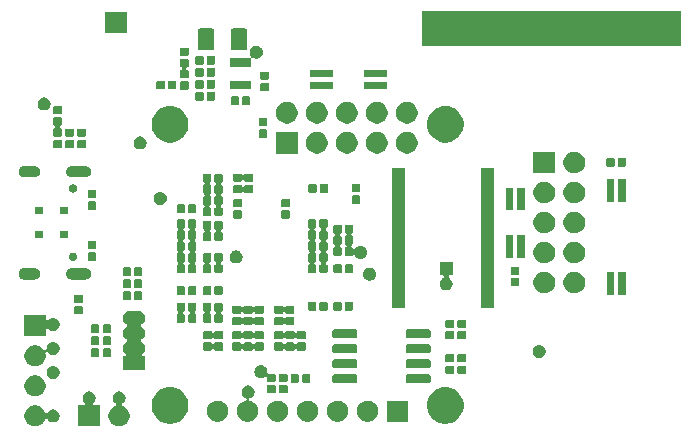
<source format=gbr>
%TF.GenerationSoftware,KiCad,Pcbnew,(5.1.5)-3*%
%TF.CreationDate,2020-04-26T22:01:22+08:00*%
%TF.ProjectId,vllink_highspeed.r1,766c6c69-6e6b-45f6-9869-676873706565,rev?*%
%TF.SameCoordinates,Original*%
%TF.FileFunction,Soldermask,Bot*%
%TF.FilePolarity,Negative*%
%FSLAX46Y46*%
G04 Gerber Fmt 4.6, Leading zero omitted, Abs format (unit mm)*
G04 Created by KiCad (PCBNEW (5.1.5)-3) date 2020-04-26 22:01:22*
%MOMM*%
%LPD*%
G04 APERTURE LIST*
%ADD10C,0.100000*%
%ADD11C,0.350000*%
G04 APERTURE END LIST*
D10*
G36*
X156210000Y-102743000D02*
G01*
X134366000Y-102743000D01*
X134366000Y-99822000D01*
X156210000Y-99822000D01*
X156210000Y-102743000D01*
G37*
X156210000Y-102743000D02*
X134366000Y-102743000D01*
X134366000Y-99822000D01*
X156210000Y-99822000D01*
X156210000Y-102743000D01*
D11*
G36*
X108872721Y-132058174D02*
G01*
X108972995Y-132099709D01*
X108972996Y-132099710D01*
X109063242Y-132160010D01*
X109139990Y-132236758D01*
X109170345Y-132282188D01*
X109200291Y-132327005D01*
X109241826Y-132427279D01*
X109263000Y-132533730D01*
X109263000Y-132642270D01*
X109241826Y-132748721D01*
X109200291Y-132848995D01*
X109200290Y-132848996D01*
X109139990Y-132939242D01*
X109063242Y-133015990D01*
X109063239Y-133015992D01*
X109011691Y-133050435D01*
X108992749Y-133065980D01*
X108977203Y-133084922D01*
X108965652Y-133106532D01*
X108958539Y-133129981D01*
X108956137Y-133154367D01*
X108958539Y-133178754D01*
X108965652Y-133202203D01*
X108977203Y-133223813D01*
X108992748Y-133242755D01*
X109011690Y-133258301D01*
X109033294Y-133269848D01*
X109138784Y-133313544D01*
X109286354Y-133412147D01*
X109411853Y-133537646D01*
X109510456Y-133685216D01*
X109578376Y-133849188D01*
X109613000Y-134023259D01*
X109613000Y-134200741D01*
X109578376Y-134374812D01*
X109510456Y-134538784D01*
X109411853Y-134686354D01*
X109286354Y-134811853D01*
X109138784Y-134910456D01*
X108974812Y-134978376D01*
X108825512Y-135008073D01*
X108800742Y-135013000D01*
X108623258Y-135013000D01*
X108598488Y-135008073D01*
X108449188Y-134978376D01*
X108285216Y-134910456D01*
X108137646Y-134811853D01*
X108012147Y-134686354D01*
X107913544Y-134538784D01*
X107845624Y-134374812D01*
X107811000Y-134200741D01*
X107811000Y-134023259D01*
X107845624Y-133849188D01*
X107913544Y-133685216D01*
X108012147Y-133537646D01*
X108137646Y-133412147D01*
X108285216Y-133313544D01*
X108390706Y-133269848D01*
X108412310Y-133258301D01*
X108431252Y-133242755D01*
X108446797Y-133223814D01*
X108458348Y-133202203D01*
X108465461Y-133178754D01*
X108467863Y-133154368D01*
X108465461Y-133129982D01*
X108458348Y-133106533D01*
X108446797Y-133084922D01*
X108431251Y-133065980D01*
X108412309Y-133050435D01*
X108360761Y-133015992D01*
X108360758Y-133015990D01*
X108284010Y-132939242D01*
X108223710Y-132848996D01*
X108223709Y-132848995D01*
X108182174Y-132748721D01*
X108161000Y-132642270D01*
X108161000Y-132533730D01*
X108182174Y-132427279D01*
X108223709Y-132327005D01*
X108253655Y-132282188D01*
X108284010Y-132236758D01*
X108360758Y-132160010D01*
X108451004Y-132099710D01*
X108451005Y-132099709D01*
X108551279Y-132058174D01*
X108657730Y-132037000D01*
X108766270Y-132037000D01*
X108872721Y-132058174D01*
G37*
G36*
X106332721Y-132058174D02*
G01*
X106432995Y-132099709D01*
X106432996Y-132099710D01*
X106523242Y-132160010D01*
X106599990Y-132236758D01*
X106630345Y-132282188D01*
X106660291Y-132327005D01*
X106701826Y-132427279D01*
X106723000Y-132533730D01*
X106723000Y-132642270D01*
X106701826Y-132748721D01*
X106660291Y-132848995D01*
X106660290Y-132848996D01*
X106599990Y-132939242D01*
X106541613Y-132997619D01*
X106526073Y-133016555D01*
X106514522Y-133038166D01*
X106507409Y-133061615D01*
X106505007Y-133086001D01*
X106507409Y-133110387D01*
X106514522Y-133133836D01*
X106526073Y-133155447D01*
X106541618Y-133174389D01*
X106560560Y-133189934D01*
X106582171Y-133201485D01*
X106605620Y-133208598D01*
X106630006Y-133211000D01*
X107073000Y-133211000D01*
X107073000Y-135013000D01*
X105271000Y-135013000D01*
X105271000Y-133211000D01*
X105713994Y-133211000D01*
X105738380Y-133208598D01*
X105761829Y-133201485D01*
X105783440Y-133189934D01*
X105802382Y-133174389D01*
X105817927Y-133155447D01*
X105829478Y-133133836D01*
X105836591Y-133110387D01*
X105838993Y-133086001D01*
X105836591Y-133061615D01*
X105829478Y-133038166D01*
X105817927Y-133016555D01*
X105802387Y-132997619D01*
X105744010Y-132939242D01*
X105683710Y-132848996D01*
X105683709Y-132848995D01*
X105642174Y-132748721D01*
X105621000Y-132642270D01*
X105621000Y-132533730D01*
X105642174Y-132427279D01*
X105683709Y-132327005D01*
X105713655Y-132282188D01*
X105744010Y-132236758D01*
X105820758Y-132160010D01*
X105911004Y-132099710D01*
X105911005Y-132099709D01*
X106011279Y-132058174D01*
X106117730Y-132037000D01*
X106226270Y-132037000D01*
X106332721Y-132058174D01*
G37*
G36*
X101713512Y-133215927D02*
G01*
X101862812Y-133245624D01*
X102026784Y-133313544D01*
X102174354Y-133412147D01*
X102299853Y-133537646D01*
X102398456Y-133685216D01*
X102442152Y-133790706D01*
X102453699Y-133812310D01*
X102469245Y-133831252D01*
X102488186Y-133846797D01*
X102509797Y-133858348D01*
X102533246Y-133865461D01*
X102557632Y-133867863D01*
X102582018Y-133865461D01*
X102605467Y-133858348D01*
X102627078Y-133846797D01*
X102646020Y-133831251D01*
X102661565Y-133812309D01*
X102696008Y-133760761D01*
X102696009Y-133760760D01*
X102696010Y-133760758D01*
X102772758Y-133684010D01*
X102847216Y-133634259D01*
X102863005Y-133623709D01*
X102963279Y-133582174D01*
X103069730Y-133561000D01*
X103178270Y-133561000D01*
X103284721Y-133582174D01*
X103384995Y-133623709D01*
X103400784Y-133634259D01*
X103475242Y-133684010D01*
X103551990Y-133760758D01*
X103551991Y-133760760D01*
X103612291Y-133851005D01*
X103653826Y-133951279D01*
X103675000Y-134057730D01*
X103675000Y-134166270D01*
X103653826Y-134272721D01*
X103612291Y-134372995D01*
X103611077Y-134374812D01*
X103551990Y-134463242D01*
X103475242Y-134539990D01*
X103429812Y-134570345D01*
X103384995Y-134600291D01*
X103284721Y-134641826D01*
X103178270Y-134663000D01*
X103069730Y-134663000D01*
X102963279Y-134641826D01*
X102863005Y-134600291D01*
X102818188Y-134570345D01*
X102772758Y-134539990D01*
X102696010Y-134463242D01*
X102661564Y-134411690D01*
X102646020Y-134392749D01*
X102627078Y-134377203D01*
X102605468Y-134365652D01*
X102582019Y-134358539D01*
X102557633Y-134356137D01*
X102533246Y-134358539D01*
X102509797Y-134365652D01*
X102488187Y-134377203D01*
X102469245Y-134392748D01*
X102453699Y-134411690D01*
X102442152Y-134433294D01*
X102398456Y-134538784D01*
X102299853Y-134686354D01*
X102174354Y-134811853D01*
X102026784Y-134910456D01*
X101862812Y-134978376D01*
X101713512Y-135008073D01*
X101688742Y-135013000D01*
X101511258Y-135013000D01*
X101486488Y-135008073D01*
X101337188Y-134978376D01*
X101173216Y-134910456D01*
X101025646Y-134811853D01*
X100900147Y-134686354D01*
X100801544Y-134538784D01*
X100733624Y-134374812D01*
X100699000Y-134200741D01*
X100699000Y-134023259D01*
X100733624Y-133849188D01*
X100801544Y-133685216D01*
X100900147Y-133537646D01*
X101025646Y-133412147D01*
X101173216Y-133313544D01*
X101337188Y-133245624D01*
X101486488Y-133215927D01*
X101511258Y-133211000D01*
X101688742Y-133211000D01*
X101713512Y-133215927D01*
G37*
G36*
X136590848Y-131693500D02*
G01*
X136782410Y-131731604D01*
X137064674Y-131848521D01*
X137318705Y-132018259D01*
X137534741Y-132234295D01*
X137704479Y-132488326D01*
X137821396Y-132770590D01*
X137826181Y-132794647D01*
X137879285Y-133061615D01*
X137881000Y-133070240D01*
X137881000Y-133375760D01*
X137821396Y-133675410D01*
X137704479Y-133957674D01*
X137534741Y-134211705D01*
X137318705Y-134427741D01*
X137064674Y-134597479D01*
X136782410Y-134714396D01*
X136632585Y-134744198D01*
X136482761Y-134774000D01*
X136177239Y-134774000D01*
X136027415Y-134744198D01*
X135877590Y-134714396D01*
X135595326Y-134597479D01*
X135341295Y-134427741D01*
X135125259Y-134211705D01*
X134955521Y-133957674D01*
X134838604Y-133675410D01*
X134779000Y-133375760D01*
X134779000Y-133070240D01*
X134780716Y-133061615D01*
X134833819Y-132794647D01*
X134838604Y-132770590D01*
X134955521Y-132488326D01*
X135125259Y-132234295D01*
X135341295Y-132018259D01*
X135595326Y-131848521D01*
X135877590Y-131731604D01*
X136069152Y-131693500D01*
X136177239Y-131672000D01*
X136482761Y-131672000D01*
X136590848Y-131693500D01*
G37*
G36*
X113290848Y-131693500D02*
G01*
X113482410Y-131731604D01*
X113764674Y-131848521D01*
X114018705Y-132018259D01*
X114234741Y-132234295D01*
X114404479Y-132488326D01*
X114521396Y-132770590D01*
X114526181Y-132794647D01*
X114579285Y-133061615D01*
X114581000Y-133070240D01*
X114581000Y-133375760D01*
X114521396Y-133675410D01*
X114404479Y-133957674D01*
X114234741Y-134211705D01*
X114018705Y-134427741D01*
X113764674Y-134597479D01*
X113482410Y-134714396D01*
X113332585Y-134744198D01*
X113182761Y-134774000D01*
X112877239Y-134774000D01*
X112727415Y-134744198D01*
X112577590Y-134714396D01*
X112295326Y-134597479D01*
X112041295Y-134427741D01*
X111825259Y-134211705D01*
X111655521Y-133957674D01*
X111538604Y-133675410D01*
X111479000Y-133375760D01*
X111479000Y-133070240D01*
X111480716Y-133061615D01*
X111533819Y-132794647D01*
X111538604Y-132770590D01*
X111655521Y-132488326D01*
X111825259Y-132234295D01*
X112041295Y-132018259D01*
X112295326Y-131848521D01*
X112577590Y-131731604D01*
X112769152Y-131693500D01*
X112877239Y-131672000D01*
X113182761Y-131672000D01*
X113290848Y-131693500D01*
G37*
G36*
X129873512Y-132826927D02*
G01*
X130022812Y-132856624D01*
X130186784Y-132924544D01*
X130334354Y-133023147D01*
X130459853Y-133148646D01*
X130558456Y-133296216D01*
X130626376Y-133460188D01*
X130661000Y-133634259D01*
X130661000Y-133811741D01*
X130626376Y-133985812D01*
X130558456Y-134149784D01*
X130459853Y-134297354D01*
X130334354Y-134422853D01*
X130186784Y-134521456D01*
X130022812Y-134589376D01*
X129873512Y-134619073D01*
X129848742Y-134624000D01*
X129671258Y-134624000D01*
X129646488Y-134619073D01*
X129497188Y-134589376D01*
X129333216Y-134521456D01*
X129185646Y-134422853D01*
X129060147Y-134297354D01*
X128961544Y-134149784D01*
X128893624Y-133985812D01*
X128859000Y-133811741D01*
X128859000Y-133634259D01*
X128893624Y-133460188D01*
X128961544Y-133296216D01*
X129060147Y-133148646D01*
X129185646Y-133023147D01*
X129333216Y-132924544D01*
X129497188Y-132856624D01*
X129646488Y-132826927D01*
X129671258Y-132822000D01*
X129848742Y-132822000D01*
X129873512Y-132826927D01*
G37*
G36*
X117173512Y-132826927D02*
G01*
X117322812Y-132856624D01*
X117486784Y-132924544D01*
X117634354Y-133023147D01*
X117759853Y-133148646D01*
X117858456Y-133296216D01*
X117926376Y-133460188D01*
X117961000Y-133634259D01*
X117961000Y-133811741D01*
X117926376Y-133985812D01*
X117858456Y-134149784D01*
X117759853Y-134297354D01*
X117634354Y-134422853D01*
X117486784Y-134521456D01*
X117322812Y-134589376D01*
X117173512Y-134619073D01*
X117148742Y-134624000D01*
X116971258Y-134624000D01*
X116946488Y-134619073D01*
X116797188Y-134589376D01*
X116633216Y-134521456D01*
X116485646Y-134422853D01*
X116360147Y-134297354D01*
X116261544Y-134149784D01*
X116193624Y-133985812D01*
X116159000Y-133811741D01*
X116159000Y-133634259D01*
X116193624Y-133460188D01*
X116261544Y-133296216D01*
X116360147Y-133148646D01*
X116485646Y-133023147D01*
X116633216Y-132924544D01*
X116797188Y-132856624D01*
X116946488Y-132826927D01*
X116971258Y-132822000D01*
X117148742Y-132822000D01*
X117173512Y-132826927D01*
G37*
G36*
X119794721Y-131550174D02*
G01*
X119894995Y-131591709D01*
X119894996Y-131591710D01*
X119985242Y-131652010D01*
X120061990Y-131728758D01*
X120092345Y-131774188D01*
X120122291Y-131819005D01*
X120163826Y-131919279D01*
X120185000Y-132025730D01*
X120185000Y-132134270D01*
X120163826Y-132240721D01*
X120122291Y-132340995D01*
X120122290Y-132340996D01*
X120061990Y-132431242D01*
X119985242Y-132507990D01*
X119946719Y-132533730D01*
X119894995Y-132568291D01*
X119794985Y-132609717D01*
X119773374Y-132621268D01*
X119754432Y-132636814D01*
X119738887Y-132655756D01*
X119727336Y-132677366D01*
X119720223Y-132700815D01*
X119717821Y-132725201D01*
X119720223Y-132749587D01*
X119727336Y-132773036D01*
X119738887Y-132794647D01*
X119754433Y-132813589D01*
X119773375Y-132829134D01*
X119794985Y-132840685D01*
X119818423Y-132847795D01*
X119862812Y-132856624D01*
X120026784Y-132924544D01*
X120174354Y-133023147D01*
X120299853Y-133148646D01*
X120398456Y-133296216D01*
X120466376Y-133460188D01*
X120501000Y-133634259D01*
X120501000Y-133811741D01*
X120466376Y-133985812D01*
X120398456Y-134149784D01*
X120299853Y-134297354D01*
X120174354Y-134422853D01*
X120026784Y-134521456D01*
X119862812Y-134589376D01*
X119713512Y-134619073D01*
X119688742Y-134624000D01*
X119511258Y-134624000D01*
X119486488Y-134619073D01*
X119337188Y-134589376D01*
X119173216Y-134521456D01*
X119025646Y-134422853D01*
X118900147Y-134297354D01*
X118801544Y-134149784D01*
X118733624Y-133985812D01*
X118699000Y-133811741D01*
X118699000Y-133634259D01*
X118733624Y-133460188D01*
X118801544Y-133296216D01*
X118900147Y-133148646D01*
X119025646Y-133023147D01*
X119173216Y-132924544D01*
X119337188Y-132856624D01*
X119427512Y-132838658D01*
X119450954Y-132831547D01*
X119472565Y-132819996D01*
X119491507Y-132804451D01*
X119507052Y-132785509D01*
X119518603Y-132763898D01*
X119525716Y-132740449D01*
X119528118Y-132716063D01*
X119525716Y-132691677D01*
X119518603Y-132668228D01*
X119507052Y-132646617D01*
X119491507Y-132627675D01*
X119472565Y-132612130D01*
X119450954Y-132600579D01*
X119373005Y-132568291D01*
X119321281Y-132533730D01*
X119282758Y-132507990D01*
X119206010Y-132431242D01*
X119145710Y-132340996D01*
X119145709Y-132340995D01*
X119104174Y-132240721D01*
X119083000Y-132134270D01*
X119083000Y-132025730D01*
X119104174Y-131919279D01*
X119145709Y-131819005D01*
X119175655Y-131774188D01*
X119206010Y-131728758D01*
X119282758Y-131652010D01*
X119373004Y-131591710D01*
X119373005Y-131591709D01*
X119473279Y-131550174D01*
X119579730Y-131529000D01*
X119688270Y-131529000D01*
X119794721Y-131550174D01*
G37*
G36*
X122253512Y-132826927D02*
G01*
X122402812Y-132856624D01*
X122566784Y-132924544D01*
X122714354Y-133023147D01*
X122839853Y-133148646D01*
X122938456Y-133296216D01*
X123006376Y-133460188D01*
X123041000Y-133634259D01*
X123041000Y-133811741D01*
X123006376Y-133985812D01*
X122938456Y-134149784D01*
X122839853Y-134297354D01*
X122714354Y-134422853D01*
X122566784Y-134521456D01*
X122402812Y-134589376D01*
X122253512Y-134619073D01*
X122228742Y-134624000D01*
X122051258Y-134624000D01*
X122026488Y-134619073D01*
X121877188Y-134589376D01*
X121713216Y-134521456D01*
X121565646Y-134422853D01*
X121440147Y-134297354D01*
X121341544Y-134149784D01*
X121273624Y-133985812D01*
X121239000Y-133811741D01*
X121239000Y-133634259D01*
X121273624Y-133460188D01*
X121341544Y-133296216D01*
X121440147Y-133148646D01*
X121565646Y-133023147D01*
X121713216Y-132924544D01*
X121877188Y-132856624D01*
X122026488Y-132826927D01*
X122051258Y-132822000D01*
X122228742Y-132822000D01*
X122253512Y-132826927D01*
G37*
G36*
X124793512Y-132826927D02*
G01*
X124942812Y-132856624D01*
X125106784Y-132924544D01*
X125254354Y-133023147D01*
X125379853Y-133148646D01*
X125478456Y-133296216D01*
X125546376Y-133460188D01*
X125581000Y-133634259D01*
X125581000Y-133811741D01*
X125546376Y-133985812D01*
X125478456Y-134149784D01*
X125379853Y-134297354D01*
X125254354Y-134422853D01*
X125106784Y-134521456D01*
X124942812Y-134589376D01*
X124793512Y-134619073D01*
X124768742Y-134624000D01*
X124591258Y-134624000D01*
X124566488Y-134619073D01*
X124417188Y-134589376D01*
X124253216Y-134521456D01*
X124105646Y-134422853D01*
X123980147Y-134297354D01*
X123881544Y-134149784D01*
X123813624Y-133985812D01*
X123779000Y-133811741D01*
X123779000Y-133634259D01*
X123813624Y-133460188D01*
X123881544Y-133296216D01*
X123980147Y-133148646D01*
X124105646Y-133023147D01*
X124253216Y-132924544D01*
X124417188Y-132856624D01*
X124566488Y-132826927D01*
X124591258Y-132822000D01*
X124768742Y-132822000D01*
X124793512Y-132826927D01*
G37*
G36*
X127333512Y-132826927D02*
G01*
X127482812Y-132856624D01*
X127646784Y-132924544D01*
X127794354Y-133023147D01*
X127919853Y-133148646D01*
X128018456Y-133296216D01*
X128086376Y-133460188D01*
X128121000Y-133634259D01*
X128121000Y-133811741D01*
X128086376Y-133985812D01*
X128018456Y-134149784D01*
X127919853Y-134297354D01*
X127794354Y-134422853D01*
X127646784Y-134521456D01*
X127482812Y-134589376D01*
X127333512Y-134619073D01*
X127308742Y-134624000D01*
X127131258Y-134624000D01*
X127106488Y-134619073D01*
X126957188Y-134589376D01*
X126793216Y-134521456D01*
X126645646Y-134422853D01*
X126520147Y-134297354D01*
X126421544Y-134149784D01*
X126353624Y-133985812D01*
X126319000Y-133811741D01*
X126319000Y-133634259D01*
X126353624Y-133460188D01*
X126421544Y-133296216D01*
X126520147Y-133148646D01*
X126645646Y-133023147D01*
X126793216Y-132924544D01*
X126957188Y-132856624D01*
X127106488Y-132826927D01*
X127131258Y-132822000D01*
X127308742Y-132822000D01*
X127333512Y-132826927D01*
G37*
G36*
X133201000Y-134624000D02*
G01*
X131399000Y-134624000D01*
X131399000Y-132822000D01*
X133201000Y-132822000D01*
X133201000Y-134624000D01*
G37*
G36*
X101713512Y-130675927D02*
G01*
X101862812Y-130705624D01*
X102026784Y-130773544D01*
X102174354Y-130872147D01*
X102299853Y-130997646D01*
X102398456Y-131145216D01*
X102466376Y-131309188D01*
X102501000Y-131483259D01*
X102501000Y-131660741D01*
X102466376Y-131834812D01*
X102398456Y-131998784D01*
X102299853Y-132146354D01*
X102174354Y-132271853D01*
X102026784Y-132370456D01*
X101862812Y-132438376D01*
X101713512Y-132468073D01*
X101688742Y-132473000D01*
X101511258Y-132473000D01*
X101486488Y-132468073D01*
X101337188Y-132438376D01*
X101173216Y-132370456D01*
X101025646Y-132271853D01*
X100900147Y-132146354D01*
X100801544Y-131998784D01*
X100733624Y-131834812D01*
X100699000Y-131660741D01*
X100699000Y-131483259D01*
X100733624Y-131309188D01*
X100801544Y-131145216D01*
X100900147Y-130997646D01*
X101025646Y-130872147D01*
X101173216Y-130773544D01*
X101337188Y-130705624D01*
X101486488Y-130675927D01*
X101511258Y-130671000D01*
X101688742Y-130671000D01*
X101713512Y-130675927D01*
G37*
G36*
X121884438Y-131523216D02*
G01*
X121905057Y-131529471D01*
X121924053Y-131539624D01*
X121940708Y-131553292D01*
X121954376Y-131569947D01*
X121964529Y-131588943D01*
X121970784Y-131609562D01*
X121973500Y-131637140D01*
X121973500Y-132095860D01*
X121970784Y-132123438D01*
X121964529Y-132144057D01*
X121954376Y-132163053D01*
X121940708Y-132179708D01*
X121924053Y-132193376D01*
X121905057Y-132203529D01*
X121884438Y-132209784D01*
X121856860Y-132212500D01*
X121348140Y-132212500D01*
X121320562Y-132209784D01*
X121299943Y-132203529D01*
X121280947Y-132193376D01*
X121264292Y-132179708D01*
X121250624Y-132163053D01*
X121240471Y-132144057D01*
X121234216Y-132123438D01*
X121231500Y-132095860D01*
X121231500Y-131637140D01*
X121234216Y-131609562D01*
X121240471Y-131588943D01*
X121250624Y-131569947D01*
X121264292Y-131553292D01*
X121280947Y-131539624D01*
X121299943Y-131529471D01*
X121320562Y-131523216D01*
X121348140Y-131520500D01*
X121856860Y-131520500D01*
X121884438Y-131523216D01*
G37*
G36*
X122900438Y-131523216D02*
G01*
X122921057Y-131529471D01*
X122940053Y-131539624D01*
X122956708Y-131553292D01*
X122970376Y-131569947D01*
X122980529Y-131588943D01*
X122986784Y-131609562D01*
X122989500Y-131637140D01*
X122989500Y-132095860D01*
X122986784Y-132123438D01*
X122980529Y-132144057D01*
X122970376Y-132163053D01*
X122956708Y-132179708D01*
X122940053Y-132193376D01*
X122921057Y-132203529D01*
X122900438Y-132209784D01*
X122872860Y-132212500D01*
X122364140Y-132212500D01*
X122336562Y-132209784D01*
X122315943Y-132203529D01*
X122296947Y-132193376D01*
X122280292Y-132179708D01*
X122266624Y-132163053D01*
X122256471Y-132144057D01*
X122250216Y-132123438D01*
X122247500Y-132095860D01*
X122247500Y-131637140D01*
X122250216Y-131609562D01*
X122256471Y-131588943D01*
X122266624Y-131569947D01*
X122280292Y-131553292D01*
X122296947Y-131539624D01*
X122315943Y-131529471D01*
X122336562Y-131523216D01*
X122364140Y-131520500D01*
X122872860Y-131520500D01*
X122900438Y-131523216D01*
G37*
G36*
X134996928Y-130614164D02*
G01*
X135018009Y-130620560D01*
X135037445Y-130630948D01*
X135054476Y-130644924D01*
X135068452Y-130661955D01*
X135078840Y-130681391D01*
X135085236Y-130702472D01*
X135088000Y-130730540D01*
X135088000Y-131194260D01*
X135085236Y-131222328D01*
X135078840Y-131243409D01*
X135068452Y-131262845D01*
X135054476Y-131279876D01*
X135037445Y-131293852D01*
X135018009Y-131304240D01*
X134996928Y-131310636D01*
X134968860Y-131313400D01*
X133105140Y-131313400D01*
X133077072Y-131310636D01*
X133055991Y-131304240D01*
X133036555Y-131293852D01*
X133019524Y-131279876D01*
X133005548Y-131262845D01*
X132995160Y-131243409D01*
X132988764Y-131222328D01*
X132986000Y-131194260D01*
X132986000Y-130730540D01*
X132988764Y-130702472D01*
X132995160Y-130681391D01*
X133005548Y-130661955D01*
X133019524Y-130644924D01*
X133036555Y-130630948D01*
X133055991Y-130620560D01*
X133077072Y-130614164D01*
X133105140Y-130611400D01*
X134968860Y-130611400D01*
X134996928Y-130614164D01*
G37*
G36*
X128796928Y-130614164D02*
G01*
X128818009Y-130620560D01*
X128837445Y-130630948D01*
X128854476Y-130644924D01*
X128868452Y-130661955D01*
X128878840Y-130681391D01*
X128885236Y-130702472D01*
X128888000Y-130730540D01*
X128888000Y-131194260D01*
X128885236Y-131222328D01*
X128878840Y-131243409D01*
X128868452Y-131262845D01*
X128854476Y-131279876D01*
X128837445Y-131293852D01*
X128818009Y-131304240D01*
X128796928Y-131310636D01*
X128768860Y-131313400D01*
X126905140Y-131313400D01*
X126877072Y-131310636D01*
X126855991Y-131304240D01*
X126836555Y-131293852D01*
X126819524Y-131279876D01*
X126805548Y-131262845D01*
X126795160Y-131243409D01*
X126788764Y-131222328D01*
X126786000Y-131194260D01*
X126786000Y-130730540D01*
X126788764Y-130702472D01*
X126795160Y-130681391D01*
X126805548Y-130661955D01*
X126819524Y-130644924D01*
X126836555Y-130630948D01*
X126855991Y-130620560D01*
X126877072Y-130614164D01*
X126905140Y-130611400D01*
X128768860Y-130611400D01*
X128796928Y-130614164D01*
G37*
G36*
X124820938Y-130568716D02*
G01*
X124841557Y-130574971D01*
X124860553Y-130585124D01*
X124877208Y-130598792D01*
X124890876Y-130615447D01*
X124901029Y-130634443D01*
X124907284Y-130655062D01*
X124910000Y-130682640D01*
X124910000Y-131191360D01*
X124907284Y-131218938D01*
X124901029Y-131239557D01*
X124890876Y-131258553D01*
X124877208Y-131275208D01*
X124860553Y-131288876D01*
X124841557Y-131299029D01*
X124820938Y-131305284D01*
X124793360Y-131308000D01*
X124334640Y-131308000D01*
X124307062Y-131305284D01*
X124286443Y-131299029D01*
X124267447Y-131288876D01*
X124250792Y-131275208D01*
X124237124Y-131258553D01*
X124226971Y-131239557D01*
X124220716Y-131218938D01*
X124218000Y-131191360D01*
X124218000Y-130682640D01*
X124220716Y-130655062D01*
X124226971Y-130634443D01*
X124237124Y-130615447D01*
X124250792Y-130598792D01*
X124267447Y-130585124D01*
X124286443Y-130574971D01*
X124307062Y-130568716D01*
X124334640Y-130566000D01*
X124793360Y-130566000D01*
X124820938Y-130568716D01*
G37*
G36*
X123850938Y-130568716D02*
G01*
X123871557Y-130574971D01*
X123890553Y-130585124D01*
X123907208Y-130598792D01*
X123920876Y-130615447D01*
X123931029Y-130634443D01*
X123937284Y-130655062D01*
X123940000Y-130682640D01*
X123940000Y-131191360D01*
X123937284Y-131218938D01*
X123931029Y-131239557D01*
X123920876Y-131258553D01*
X123907208Y-131275208D01*
X123890553Y-131288876D01*
X123871557Y-131299029D01*
X123850938Y-131305284D01*
X123823360Y-131308000D01*
X123364640Y-131308000D01*
X123337062Y-131305284D01*
X123316443Y-131299029D01*
X123297447Y-131288876D01*
X123280792Y-131275208D01*
X123267124Y-131258553D01*
X123256971Y-131239557D01*
X123250716Y-131218938D01*
X123248000Y-131191360D01*
X123248000Y-130682640D01*
X123250716Y-130655062D01*
X123256971Y-130634443D01*
X123267124Y-130615447D01*
X123280792Y-130598792D01*
X123297447Y-130585124D01*
X123316443Y-130574971D01*
X123337062Y-130568716D01*
X123364640Y-130566000D01*
X123823360Y-130566000D01*
X123850938Y-130568716D01*
G37*
G36*
X120874221Y-129835674D02*
G01*
X120974495Y-129877209D01*
X121007368Y-129899174D01*
X121064742Y-129937510D01*
X121141490Y-130014258D01*
X121160962Y-130043400D01*
X121201791Y-130104505D01*
X121243326Y-130204779D01*
X121264500Y-130311230D01*
X121264500Y-130425501D01*
X121266902Y-130449887D01*
X121274015Y-130473336D01*
X121285566Y-130494947D01*
X121301111Y-130513889D01*
X121320053Y-130529434D01*
X121341664Y-130540985D01*
X121365113Y-130548098D01*
X121389499Y-130550500D01*
X121856860Y-130550500D01*
X121884438Y-130553216D01*
X121905057Y-130559471D01*
X121924053Y-130569624D01*
X121940708Y-130583292D01*
X121954376Y-130599947D01*
X121964529Y-130618943D01*
X121970784Y-130639562D01*
X121973500Y-130667140D01*
X121973500Y-131125860D01*
X121970784Y-131153438D01*
X121964529Y-131174057D01*
X121954376Y-131193053D01*
X121940708Y-131209708D01*
X121924053Y-131223376D01*
X121905057Y-131233529D01*
X121884438Y-131239784D01*
X121856860Y-131242500D01*
X121348140Y-131242500D01*
X121320562Y-131239784D01*
X121299943Y-131233529D01*
X121280947Y-131223376D01*
X121264292Y-131209708D01*
X121250624Y-131193053D01*
X121240471Y-131174057D01*
X121234216Y-131153438D01*
X121231500Y-131125860D01*
X121231500Y-130915923D01*
X121229098Y-130891537D01*
X121221985Y-130868088D01*
X121210434Y-130846477D01*
X121194889Y-130827535D01*
X121175947Y-130811990D01*
X121154336Y-130800439D01*
X121130887Y-130793326D01*
X121106501Y-130790924D01*
X121082115Y-130793326D01*
X121058666Y-130800439D01*
X121037055Y-130811990D01*
X120974495Y-130853791D01*
X120874221Y-130895326D01*
X120767770Y-130916500D01*
X120659230Y-130916500D01*
X120552779Y-130895326D01*
X120452505Y-130853791D01*
X120407688Y-130823845D01*
X120362258Y-130793490D01*
X120285510Y-130716742D01*
X120230520Y-130634443D01*
X120225209Y-130626495D01*
X120183674Y-130526221D01*
X120162500Y-130419770D01*
X120162500Y-130311230D01*
X120183674Y-130204779D01*
X120225209Y-130104505D01*
X120266038Y-130043400D01*
X120285510Y-130014258D01*
X120362258Y-129937510D01*
X120419632Y-129899174D01*
X120452505Y-129877209D01*
X120552779Y-129835674D01*
X120659230Y-129814500D01*
X120767770Y-129814500D01*
X120874221Y-129835674D01*
G37*
G36*
X122900438Y-130553216D02*
G01*
X122921057Y-130559471D01*
X122940053Y-130569624D01*
X122956708Y-130583292D01*
X122970376Y-130599947D01*
X122980529Y-130618943D01*
X122986784Y-130639562D01*
X122989500Y-130667140D01*
X122989500Y-131125860D01*
X122986784Y-131153438D01*
X122980529Y-131174057D01*
X122970376Y-131193053D01*
X122956708Y-131209708D01*
X122940053Y-131223376D01*
X122921057Y-131233529D01*
X122900438Y-131239784D01*
X122872860Y-131242500D01*
X122364140Y-131242500D01*
X122336562Y-131239784D01*
X122315943Y-131233529D01*
X122296947Y-131223376D01*
X122280292Y-131209708D01*
X122266624Y-131193053D01*
X122256471Y-131174057D01*
X122250216Y-131153438D01*
X122247500Y-131125860D01*
X122247500Y-130667140D01*
X122250216Y-130639562D01*
X122256471Y-130618943D01*
X122266624Y-130599947D01*
X122280292Y-130583292D01*
X122296947Y-130569624D01*
X122315943Y-130559471D01*
X122336562Y-130553216D01*
X122364140Y-130550500D01*
X122872860Y-130550500D01*
X122900438Y-130553216D01*
G37*
G36*
X103284721Y-129899174D02*
G01*
X103384995Y-129940709D01*
X103384996Y-129940710D01*
X103475242Y-130001010D01*
X103551990Y-130077758D01*
X103551991Y-130077760D01*
X103612291Y-130168005D01*
X103653826Y-130268279D01*
X103675000Y-130374730D01*
X103675000Y-130483270D01*
X103653826Y-130589721D01*
X103612291Y-130689995D01*
X103601848Y-130705624D01*
X103551990Y-130780242D01*
X103475242Y-130856990D01*
X103452558Y-130872147D01*
X103384995Y-130917291D01*
X103284721Y-130958826D01*
X103178270Y-130980000D01*
X103069730Y-130980000D01*
X102963279Y-130958826D01*
X102863005Y-130917291D01*
X102795442Y-130872147D01*
X102772758Y-130856990D01*
X102696010Y-130780242D01*
X102646152Y-130705624D01*
X102635709Y-130689995D01*
X102594174Y-130589721D01*
X102573000Y-130483270D01*
X102573000Y-130374730D01*
X102594174Y-130268279D01*
X102635709Y-130168005D01*
X102696009Y-130077760D01*
X102696010Y-130077758D01*
X102772758Y-130001010D01*
X102863004Y-129940710D01*
X102863005Y-129940709D01*
X102963279Y-129899174D01*
X103069730Y-129878000D01*
X103178270Y-129878000D01*
X103284721Y-129899174D01*
G37*
G36*
X138013438Y-129872216D02*
G01*
X138034057Y-129878471D01*
X138053053Y-129888624D01*
X138069708Y-129902292D01*
X138083376Y-129918947D01*
X138093529Y-129937943D01*
X138099784Y-129958562D01*
X138102500Y-129986140D01*
X138102500Y-130444860D01*
X138099784Y-130472438D01*
X138093529Y-130493057D01*
X138083376Y-130512053D01*
X138069708Y-130528708D01*
X138053053Y-130542376D01*
X138034057Y-130552529D01*
X138013438Y-130558784D01*
X137985860Y-130561500D01*
X137477140Y-130561500D01*
X137449562Y-130558784D01*
X137428943Y-130552529D01*
X137409947Y-130542376D01*
X137393292Y-130528708D01*
X137379624Y-130512053D01*
X137369471Y-130493057D01*
X137363216Y-130472438D01*
X137360500Y-130444860D01*
X137360500Y-129986140D01*
X137363216Y-129958562D01*
X137369471Y-129937943D01*
X137379624Y-129918947D01*
X137393292Y-129902292D01*
X137409947Y-129888624D01*
X137428943Y-129878471D01*
X137449562Y-129872216D01*
X137477140Y-129869500D01*
X137985860Y-129869500D01*
X138013438Y-129872216D01*
G37*
G36*
X136997438Y-129872216D02*
G01*
X137018057Y-129878471D01*
X137037053Y-129888624D01*
X137053708Y-129902292D01*
X137067376Y-129918947D01*
X137077529Y-129937943D01*
X137083784Y-129958562D01*
X137086500Y-129986140D01*
X137086500Y-130444860D01*
X137083784Y-130472438D01*
X137077529Y-130493057D01*
X137067376Y-130512053D01*
X137053708Y-130528708D01*
X137037053Y-130542376D01*
X137018057Y-130552529D01*
X136997438Y-130558784D01*
X136969860Y-130561500D01*
X136461140Y-130561500D01*
X136433562Y-130558784D01*
X136412943Y-130552529D01*
X136393947Y-130542376D01*
X136377292Y-130528708D01*
X136363624Y-130512053D01*
X136353471Y-130493057D01*
X136347216Y-130472438D01*
X136344500Y-130444860D01*
X136344500Y-129986140D01*
X136347216Y-129958562D01*
X136353471Y-129937943D01*
X136363624Y-129918947D01*
X136377292Y-129902292D01*
X136393947Y-129888624D01*
X136412943Y-129878471D01*
X136433562Y-129872216D01*
X136461140Y-129869500D01*
X136969860Y-129869500D01*
X136997438Y-129872216D01*
G37*
G36*
X110404482Y-125248426D02*
G01*
X110461876Y-125254079D01*
X110535517Y-125276418D01*
X110572338Y-125287587D01*
X110674140Y-125342002D01*
X110763370Y-125415230D01*
X110836598Y-125504460D01*
X110891013Y-125606262D01*
X110891013Y-125606263D01*
X110924521Y-125716724D01*
X110935835Y-125831600D01*
X110924521Y-125946476D01*
X110909005Y-125997624D01*
X110891013Y-126056938D01*
X110836598Y-126158740D01*
X110763370Y-126247970D01*
X110674140Y-126321198D01*
X110608355Y-126356361D01*
X110587981Y-126369975D01*
X110570654Y-126387302D01*
X110557040Y-126407676D01*
X110547663Y-126430315D01*
X110542883Y-126454349D01*
X110542883Y-126478853D01*
X110547664Y-126502886D01*
X110557041Y-126525525D01*
X110570655Y-126545899D01*
X110587982Y-126563226D01*
X110608355Y-126576839D01*
X110674140Y-126612002D01*
X110763370Y-126685230D01*
X110836598Y-126774460D01*
X110891013Y-126876262D01*
X110891013Y-126876263D01*
X110924521Y-126986724D01*
X110935835Y-127101600D01*
X110924521Y-127216476D01*
X110902182Y-127290117D01*
X110891013Y-127326938D01*
X110836598Y-127428740D01*
X110763370Y-127517970D01*
X110674140Y-127591198D01*
X110608355Y-127626361D01*
X110587981Y-127639975D01*
X110570654Y-127657302D01*
X110557040Y-127677676D01*
X110547663Y-127700315D01*
X110542883Y-127724349D01*
X110542883Y-127748853D01*
X110547664Y-127772886D01*
X110557041Y-127795525D01*
X110570655Y-127815899D01*
X110587982Y-127833226D01*
X110608355Y-127846839D01*
X110674140Y-127882002D01*
X110763370Y-127955230D01*
X110836598Y-128044460D01*
X110891013Y-128146262D01*
X110901168Y-128179739D01*
X110924521Y-128256724D01*
X110935835Y-128371600D01*
X110924521Y-128486476D01*
X110907207Y-128543553D01*
X110891013Y-128596938D01*
X110836598Y-128698740D01*
X110763370Y-128787970D01*
X110707311Y-128833975D01*
X110689984Y-128851302D01*
X110676370Y-128871676D01*
X110666993Y-128894315D01*
X110662212Y-128918348D01*
X110662212Y-128942852D01*
X110666992Y-128966885D01*
X110676369Y-128989524D01*
X110689983Y-129009899D01*
X110707310Y-129027226D01*
X110727684Y-129040840D01*
X110750323Y-129050217D01*
X110774356Y-129054998D01*
X110786609Y-129055600D01*
X110933000Y-129055600D01*
X110933000Y-130227600D01*
X109031000Y-130227600D01*
X109031000Y-129055600D01*
X109177391Y-129055600D01*
X109201777Y-129053198D01*
X109225226Y-129046085D01*
X109246837Y-129034534D01*
X109265779Y-129018989D01*
X109281324Y-129000047D01*
X109292875Y-128978436D01*
X109299988Y-128954987D01*
X109302390Y-128930601D01*
X109299988Y-128906215D01*
X109292875Y-128882766D01*
X109281324Y-128861155D01*
X109265779Y-128842213D01*
X109256689Y-128833975D01*
X109200630Y-128787970D01*
X109127402Y-128698740D01*
X109072987Y-128596938D01*
X109056793Y-128543553D01*
X109039479Y-128486476D01*
X109028165Y-128371600D01*
X109039479Y-128256724D01*
X109062832Y-128179739D01*
X109072987Y-128146262D01*
X109127402Y-128044460D01*
X109200630Y-127955230D01*
X109289860Y-127882002D01*
X109355645Y-127846839D01*
X109376019Y-127833225D01*
X109393346Y-127815898D01*
X109406960Y-127795524D01*
X109416337Y-127772885D01*
X109421117Y-127748851D01*
X109421117Y-127724347D01*
X109416336Y-127700314D01*
X109406959Y-127677675D01*
X109393345Y-127657301D01*
X109376018Y-127639974D01*
X109355645Y-127626361D01*
X109289860Y-127591198D01*
X109200630Y-127517970D01*
X109127402Y-127428740D01*
X109072987Y-127326938D01*
X109061818Y-127290117D01*
X109039479Y-127216476D01*
X109028165Y-127101600D01*
X109039479Y-126986724D01*
X109072987Y-126876263D01*
X109072987Y-126876262D01*
X109127402Y-126774460D01*
X109200630Y-126685230D01*
X109289860Y-126612002D01*
X109355645Y-126576839D01*
X109376019Y-126563225D01*
X109393346Y-126545898D01*
X109406960Y-126525524D01*
X109416337Y-126502885D01*
X109421117Y-126478851D01*
X109421117Y-126454347D01*
X109416336Y-126430314D01*
X109406959Y-126407675D01*
X109393345Y-126387301D01*
X109376018Y-126369974D01*
X109355645Y-126356361D01*
X109289860Y-126321198D01*
X109200630Y-126247970D01*
X109127402Y-126158740D01*
X109072987Y-126056938D01*
X109054995Y-125997624D01*
X109039479Y-125946476D01*
X109028165Y-125831600D01*
X109039479Y-125716724D01*
X109072987Y-125606263D01*
X109072987Y-125606262D01*
X109127402Y-125504460D01*
X109200630Y-125415230D01*
X109289860Y-125342002D01*
X109391662Y-125287587D01*
X109428483Y-125276418D01*
X109502124Y-125254079D01*
X109559518Y-125248426D01*
X109588214Y-125245600D01*
X110375786Y-125245600D01*
X110404482Y-125248426D01*
G37*
G36*
X134996928Y-129344164D02*
G01*
X135018009Y-129350560D01*
X135037445Y-129360948D01*
X135054476Y-129374924D01*
X135068452Y-129391955D01*
X135078840Y-129411391D01*
X135085236Y-129432472D01*
X135088000Y-129460540D01*
X135088000Y-129924260D01*
X135085236Y-129952328D01*
X135078840Y-129973409D01*
X135068452Y-129992845D01*
X135054476Y-130009876D01*
X135037445Y-130023852D01*
X135018009Y-130034240D01*
X134996928Y-130040636D01*
X134968860Y-130043400D01*
X133105140Y-130043400D01*
X133077072Y-130040636D01*
X133055991Y-130034240D01*
X133036555Y-130023852D01*
X133019524Y-130009876D01*
X133005548Y-129992845D01*
X132995160Y-129973409D01*
X132988764Y-129952328D01*
X132986000Y-129924260D01*
X132986000Y-129460540D01*
X132988764Y-129432472D01*
X132995160Y-129411391D01*
X133005548Y-129391955D01*
X133019524Y-129374924D01*
X133036555Y-129360948D01*
X133055991Y-129350560D01*
X133077072Y-129344164D01*
X133105140Y-129341400D01*
X134968860Y-129341400D01*
X134996928Y-129344164D01*
G37*
G36*
X128796928Y-129344164D02*
G01*
X128818009Y-129350560D01*
X128837445Y-129360948D01*
X128854476Y-129374924D01*
X128868452Y-129391955D01*
X128878840Y-129411391D01*
X128885236Y-129432472D01*
X128888000Y-129460540D01*
X128888000Y-129924260D01*
X128885236Y-129952328D01*
X128878840Y-129973409D01*
X128868452Y-129992845D01*
X128854476Y-130009876D01*
X128837445Y-130023852D01*
X128818009Y-130034240D01*
X128796928Y-130040636D01*
X128768860Y-130043400D01*
X126905140Y-130043400D01*
X126877072Y-130040636D01*
X126855991Y-130034240D01*
X126836555Y-130023852D01*
X126819524Y-130009876D01*
X126805548Y-129992845D01*
X126795160Y-129973409D01*
X126788764Y-129952328D01*
X126786000Y-129924260D01*
X126786000Y-129460540D01*
X126788764Y-129432472D01*
X126795160Y-129411391D01*
X126805548Y-129391955D01*
X126819524Y-129374924D01*
X126836555Y-129360948D01*
X126855991Y-129350560D01*
X126877072Y-129344164D01*
X126905140Y-129341400D01*
X128768860Y-129341400D01*
X128796928Y-129344164D01*
G37*
G36*
X103284721Y-127867174D02*
G01*
X103384995Y-127908709D01*
X103422534Y-127933792D01*
X103475242Y-127969010D01*
X103551990Y-128045758D01*
X103570970Y-128074164D01*
X103612291Y-128136005D01*
X103653826Y-128236279D01*
X103675000Y-128342730D01*
X103675000Y-128451270D01*
X103653826Y-128557721D01*
X103612291Y-128657995D01*
X103596032Y-128682328D01*
X103551990Y-128748242D01*
X103475242Y-128824990D01*
X103461795Y-128833975D01*
X103384995Y-128885291D01*
X103284721Y-128926826D01*
X103178270Y-128948000D01*
X103069730Y-128948000D01*
X102963279Y-128926826D01*
X102863005Y-128885291D01*
X102786205Y-128833975D01*
X102772758Y-128824990D01*
X102696010Y-128748242D01*
X102696008Y-128748239D01*
X102695530Y-128747761D01*
X102676588Y-128732216D01*
X102654977Y-128720665D01*
X102631528Y-128713552D01*
X102607142Y-128711150D01*
X102582756Y-128713552D01*
X102559307Y-128720665D01*
X102537696Y-128732216D01*
X102518754Y-128747761D01*
X102503209Y-128766703D01*
X102491658Y-128788314D01*
X102484545Y-128811763D01*
X102482143Y-128836149D01*
X102484544Y-128860529D01*
X102494915Y-128912669D01*
X102501000Y-128943259D01*
X102501000Y-129120742D01*
X102496073Y-129145512D01*
X102466376Y-129294812D01*
X102398456Y-129458784D01*
X102299853Y-129606354D01*
X102174354Y-129731853D01*
X102026784Y-129830456D01*
X101862812Y-129898376D01*
X101713512Y-129928073D01*
X101688742Y-129933000D01*
X101511258Y-129933000D01*
X101486488Y-129928073D01*
X101337188Y-129898376D01*
X101173216Y-129830456D01*
X101025646Y-129731853D01*
X100900147Y-129606354D01*
X100801544Y-129458784D01*
X100733624Y-129294812D01*
X100703927Y-129145512D01*
X100699000Y-129120742D01*
X100699000Y-128943258D01*
X100707704Y-128899500D01*
X100733624Y-128769188D01*
X100801544Y-128605216D01*
X100900147Y-128457646D01*
X101025646Y-128332147D01*
X101173216Y-128233544D01*
X101337188Y-128165624D01*
X101486488Y-128135927D01*
X101511258Y-128131000D01*
X101688742Y-128131000D01*
X101713512Y-128135927D01*
X101862812Y-128165624D01*
X102026784Y-128233544D01*
X102174354Y-128332147D01*
X102299853Y-128457646D01*
X102344077Y-128523832D01*
X102359613Y-128542762D01*
X102378555Y-128558308D01*
X102400166Y-128569859D01*
X102423615Y-128576972D01*
X102448001Y-128579374D01*
X102472387Y-128576972D01*
X102495836Y-128569859D01*
X102517447Y-128558308D01*
X102536388Y-128542763D01*
X102551934Y-128523821D01*
X102563485Y-128502210D01*
X102570598Y-128478761D01*
X102573000Y-128454375D01*
X102573000Y-128342730D01*
X102594174Y-128236279D01*
X102635709Y-128136005D01*
X102677030Y-128074164D01*
X102696010Y-128045758D01*
X102772758Y-127969010D01*
X102825466Y-127933792D01*
X102863005Y-127908709D01*
X102963279Y-127867174D01*
X103069730Y-127846000D01*
X103178270Y-127846000D01*
X103284721Y-127867174D01*
G37*
G36*
X136997438Y-128902216D02*
G01*
X137018057Y-128908471D01*
X137037053Y-128918624D01*
X137053708Y-128932292D01*
X137067376Y-128948947D01*
X137077529Y-128967943D01*
X137083784Y-128988562D01*
X137086500Y-129016140D01*
X137086500Y-129474860D01*
X137083784Y-129502438D01*
X137077529Y-129523057D01*
X137067376Y-129542053D01*
X137053708Y-129558708D01*
X137037053Y-129572376D01*
X137018057Y-129582529D01*
X136997438Y-129588784D01*
X136969860Y-129591500D01*
X136461140Y-129591500D01*
X136433562Y-129588784D01*
X136412943Y-129582529D01*
X136393947Y-129572376D01*
X136377292Y-129558708D01*
X136363624Y-129542053D01*
X136353471Y-129523057D01*
X136347216Y-129502438D01*
X136344500Y-129474860D01*
X136344500Y-129016140D01*
X136347216Y-128988562D01*
X136353471Y-128967943D01*
X136363624Y-128948947D01*
X136377292Y-128932292D01*
X136393947Y-128918624D01*
X136412943Y-128908471D01*
X136433562Y-128902216D01*
X136461140Y-128899500D01*
X136969860Y-128899500D01*
X136997438Y-128902216D01*
G37*
G36*
X138013438Y-128902216D02*
G01*
X138034057Y-128908471D01*
X138053053Y-128918624D01*
X138069708Y-128932292D01*
X138083376Y-128948947D01*
X138093529Y-128967943D01*
X138099784Y-128988562D01*
X138102500Y-129016140D01*
X138102500Y-129474860D01*
X138099784Y-129502438D01*
X138093529Y-129523057D01*
X138083376Y-129542053D01*
X138069708Y-129558708D01*
X138053053Y-129572376D01*
X138034057Y-129582529D01*
X138013438Y-129588784D01*
X137985860Y-129591500D01*
X137477140Y-129591500D01*
X137449562Y-129588784D01*
X137428943Y-129582529D01*
X137409947Y-129572376D01*
X137393292Y-129558708D01*
X137379624Y-129542053D01*
X137369471Y-129523057D01*
X137363216Y-129502438D01*
X137360500Y-129474860D01*
X137360500Y-129016140D01*
X137363216Y-128988562D01*
X137369471Y-128967943D01*
X137379624Y-128948947D01*
X137393292Y-128932292D01*
X137409947Y-128918624D01*
X137428943Y-128908471D01*
X137449562Y-128902216D01*
X137477140Y-128899500D01*
X137985860Y-128899500D01*
X138013438Y-128902216D01*
G37*
G36*
X144432721Y-128121174D02*
G01*
X144532995Y-128162709D01*
X144537359Y-128165625D01*
X144623242Y-128223010D01*
X144699990Y-128299758D01*
X144699991Y-128299760D01*
X144760291Y-128390005D01*
X144801826Y-128490279D01*
X144823000Y-128596730D01*
X144823000Y-128705270D01*
X144801826Y-128811721D01*
X144760291Y-128911995D01*
X144731565Y-128954987D01*
X144699990Y-129002242D01*
X144623242Y-129078990D01*
X144594299Y-129098329D01*
X144532995Y-129139291D01*
X144432721Y-129180826D01*
X144326270Y-129202000D01*
X144217730Y-129202000D01*
X144111279Y-129180826D01*
X144011005Y-129139291D01*
X143949701Y-129098329D01*
X143920758Y-129078990D01*
X143844010Y-129002242D01*
X143812435Y-128954987D01*
X143783709Y-128911995D01*
X143742174Y-128811721D01*
X143721000Y-128705270D01*
X143721000Y-128596730D01*
X143742174Y-128490279D01*
X143783709Y-128390005D01*
X143844009Y-128299760D01*
X143844010Y-128299758D01*
X143920758Y-128223010D01*
X144006641Y-128165625D01*
X144011005Y-128162709D01*
X144111279Y-128121174D01*
X144217730Y-128100000D01*
X144326270Y-128100000D01*
X144432721Y-128121174D01*
G37*
G36*
X107929938Y-128409716D02*
G01*
X107950557Y-128415971D01*
X107969553Y-128426124D01*
X107986208Y-128439792D01*
X107999876Y-128456447D01*
X108010029Y-128475443D01*
X108016284Y-128496062D01*
X108019000Y-128523640D01*
X108019000Y-129032360D01*
X108016284Y-129059938D01*
X108010029Y-129080557D01*
X107999876Y-129099553D01*
X107986208Y-129116208D01*
X107969553Y-129129876D01*
X107950557Y-129140029D01*
X107929938Y-129146284D01*
X107902360Y-129149000D01*
X107443640Y-129149000D01*
X107416062Y-129146284D01*
X107395443Y-129140029D01*
X107376447Y-129129876D01*
X107359792Y-129116208D01*
X107346124Y-129099553D01*
X107335971Y-129080557D01*
X107329716Y-129059938D01*
X107327000Y-129032360D01*
X107327000Y-128523640D01*
X107329716Y-128496062D01*
X107335971Y-128475443D01*
X107346124Y-128456447D01*
X107359792Y-128439792D01*
X107376447Y-128426124D01*
X107395443Y-128415971D01*
X107416062Y-128409716D01*
X107443640Y-128407000D01*
X107902360Y-128407000D01*
X107929938Y-128409716D01*
G37*
G36*
X106959938Y-128409716D02*
G01*
X106980557Y-128415971D01*
X106999553Y-128426124D01*
X107016208Y-128439792D01*
X107029876Y-128456447D01*
X107040029Y-128475443D01*
X107046284Y-128496062D01*
X107049000Y-128523640D01*
X107049000Y-129032360D01*
X107046284Y-129059938D01*
X107040029Y-129080557D01*
X107029876Y-129099553D01*
X107016208Y-129116208D01*
X106999553Y-129129876D01*
X106980557Y-129140029D01*
X106959938Y-129146284D01*
X106932360Y-129149000D01*
X106473640Y-129149000D01*
X106446062Y-129146284D01*
X106425443Y-129140029D01*
X106406447Y-129129876D01*
X106389792Y-129116208D01*
X106376124Y-129099553D01*
X106365971Y-129080557D01*
X106359716Y-129059938D01*
X106357000Y-129032360D01*
X106357000Y-128523640D01*
X106359716Y-128496062D01*
X106365971Y-128475443D01*
X106376124Y-128456447D01*
X106389792Y-128439792D01*
X106406447Y-128426124D01*
X106425443Y-128415971D01*
X106446062Y-128409716D01*
X106473640Y-128407000D01*
X106932360Y-128407000D01*
X106959938Y-128409716D01*
G37*
G36*
X134996928Y-128074164D02*
G01*
X135018009Y-128080560D01*
X135037445Y-128090948D01*
X135054476Y-128104924D01*
X135068452Y-128121955D01*
X135078840Y-128141391D01*
X135085236Y-128162472D01*
X135088000Y-128190540D01*
X135088000Y-128654260D01*
X135085236Y-128682328D01*
X135078840Y-128703409D01*
X135068452Y-128722845D01*
X135054476Y-128739876D01*
X135037445Y-128753852D01*
X135018009Y-128764240D01*
X134996928Y-128770636D01*
X134968860Y-128773400D01*
X133105140Y-128773400D01*
X133077072Y-128770636D01*
X133055991Y-128764240D01*
X133036555Y-128753852D01*
X133019524Y-128739876D01*
X133005548Y-128722845D01*
X132995160Y-128703409D01*
X132988764Y-128682328D01*
X132986000Y-128654260D01*
X132986000Y-128190540D01*
X132988764Y-128162472D01*
X132995160Y-128141391D01*
X133005548Y-128121955D01*
X133019524Y-128104924D01*
X133036555Y-128090948D01*
X133055991Y-128080560D01*
X133077072Y-128074164D01*
X133105140Y-128071400D01*
X134968860Y-128071400D01*
X134996928Y-128074164D01*
G37*
G36*
X128796928Y-128074164D02*
G01*
X128818009Y-128080560D01*
X128837445Y-128090948D01*
X128854476Y-128104924D01*
X128868452Y-128121955D01*
X128878840Y-128141391D01*
X128885236Y-128162472D01*
X128888000Y-128190540D01*
X128888000Y-128654260D01*
X128885236Y-128682328D01*
X128878840Y-128703409D01*
X128868452Y-128722845D01*
X128854476Y-128739876D01*
X128837445Y-128753852D01*
X128818009Y-128764240D01*
X128796928Y-128770636D01*
X128768860Y-128773400D01*
X126905140Y-128773400D01*
X126877072Y-128770636D01*
X126855991Y-128764240D01*
X126836555Y-128753852D01*
X126819524Y-128739876D01*
X126805548Y-128722845D01*
X126795160Y-128703409D01*
X126788764Y-128682328D01*
X126786000Y-128654260D01*
X126786000Y-128190540D01*
X126788764Y-128162472D01*
X126795160Y-128141391D01*
X126805548Y-128121955D01*
X126819524Y-128104924D01*
X126836555Y-128090948D01*
X126855991Y-128080560D01*
X126877072Y-128074164D01*
X126905140Y-128071400D01*
X128768860Y-128071400D01*
X128796928Y-128074164D01*
G37*
G36*
X118963438Y-127903716D02*
G01*
X118984057Y-127909971D01*
X119003053Y-127920124D01*
X119019708Y-127933792D01*
X119033374Y-127950445D01*
X119047511Y-127976893D01*
X119061125Y-127997268D01*
X119078453Y-128014595D01*
X119098827Y-128028208D01*
X119121466Y-128037585D01*
X119145500Y-128042365D01*
X119170004Y-128042365D01*
X119194037Y-128037584D01*
X119216675Y-128028207D01*
X119237050Y-128014593D01*
X119254377Y-127997265D01*
X119267989Y-127976893D01*
X119282126Y-127950445D01*
X119295792Y-127933792D01*
X119312447Y-127920124D01*
X119331443Y-127909971D01*
X119352062Y-127903716D01*
X119379640Y-127901000D01*
X119888360Y-127901000D01*
X119915938Y-127903716D01*
X119936557Y-127909971D01*
X119955553Y-127920124D01*
X119972208Y-127933792D01*
X119985874Y-127950445D01*
X120000011Y-127976893D01*
X120013625Y-127997268D01*
X120030953Y-128014595D01*
X120051327Y-128028208D01*
X120073966Y-128037585D01*
X120098000Y-128042365D01*
X120122504Y-128042365D01*
X120146537Y-128037584D01*
X120169175Y-128028207D01*
X120189550Y-128014593D01*
X120206877Y-127997265D01*
X120220489Y-127976893D01*
X120234626Y-127950445D01*
X120248292Y-127933792D01*
X120264947Y-127920124D01*
X120283943Y-127909971D01*
X120304562Y-127903716D01*
X120332140Y-127901000D01*
X120840860Y-127901000D01*
X120868438Y-127903716D01*
X120889057Y-127909971D01*
X120908053Y-127920124D01*
X120924708Y-127933792D01*
X120938376Y-127950447D01*
X120948529Y-127969443D01*
X120954784Y-127990062D01*
X120957500Y-128017640D01*
X120957500Y-128476360D01*
X120954784Y-128503938D01*
X120948529Y-128524557D01*
X120938376Y-128543553D01*
X120924708Y-128560208D01*
X120908053Y-128573876D01*
X120889057Y-128584029D01*
X120868438Y-128590284D01*
X120840860Y-128593000D01*
X120332140Y-128593000D01*
X120304562Y-128590284D01*
X120283943Y-128584029D01*
X120264947Y-128573876D01*
X120248292Y-128560208D01*
X120234626Y-128543555D01*
X120220489Y-128517107D01*
X120206875Y-128496732D01*
X120189547Y-128479405D01*
X120169173Y-128465792D01*
X120146534Y-128456415D01*
X120122500Y-128451635D01*
X120097996Y-128451635D01*
X120073963Y-128456416D01*
X120051325Y-128465793D01*
X120030950Y-128479407D01*
X120013623Y-128496735D01*
X120000011Y-128517107D01*
X119985874Y-128543555D01*
X119972208Y-128560208D01*
X119955553Y-128573876D01*
X119936557Y-128584029D01*
X119915938Y-128590284D01*
X119888360Y-128593000D01*
X119379640Y-128593000D01*
X119352062Y-128590284D01*
X119331443Y-128584029D01*
X119312447Y-128573876D01*
X119295792Y-128560208D01*
X119282126Y-128543555D01*
X119267989Y-128517107D01*
X119254375Y-128496732D01*
X119237047Y-128479405D01*
X119216673Y-128465792D01*
X119194034Y-128456415D01*
X119170000Y-128451635D01*
X119145496Y-128451635D01*
X119121463Y-128456416D01*
X119098825Y-128465793D01*
X119078450Y-128479407D01*
X119061123Y-128496735D01*
X119047511Y-128517107D01*
X119033374Y-128543555D01*
X119019708Y-128560208D01*
X119003053Y-128573876D01*
X118984057Y-128584029D01*
X118963438Y-128590284D01*
X118935860Y-128593000D01*
X118427140Y-128593000D01*
X118399562Y-128590284D01*
X118378943Y-128584029D01*
X118359947Y-128573876D01*
X118343292Y-128560208D01*
X118329624Y-128543553D01*
X118319471Y-128524557D01*
X118313216Y-128503938D01*
X118310500Y-128476360D01*
X118310500Y-128017640D01*
X118313216Y-127990062D01*
X118319471Y-127969443D01*
X118329624Y-127950447D01*
X118343292Y-127933792D01*
X118359947Y-127920124D01*
X118378943Y-127909971D01*
X118399562Y-127903716D01*
X118427140Y-127901000D01*
X118935860Y-127901000D01*
X118963438Y-127903716D01*
G37*
G36*
X116486938Y-127903716D02*
G01*
X116507557Y-127909971D01*
X116526553Y-127920124D01*
X116543208Y-127933792D01*
X116556874Y-127950445D01*
X116571011Y-127976893D01*
X116584625Y-127997268D01*
X116601953Y-128014595D01*
X116622327Y-128028208D01*
X116644966Y-128037585D01*
X116669000Y-128042365D01*
X116693504Y-128042365D01*
X116717537Y-128037584D01*
X116740175Y-128028207D01*
X116760550Y-128014593D01*
X116777877Y-127997265D01*
X116791489Y-127976893D01*
X116805626Y-127950445D01*
X116819292Y-127933792D01*
X116835947Y-127920124D01*
X116854943Y-127909971D01*
X116875562Y-127903716D01*
X116903140Y-127901000D01*
X117411860Y-127901000D01*
X117439438Y-127903716D01*
X117460057Y-127909971D01*
X117479053Y-127920124D01*
X117495708Y-127933792D01*
X117509376Y-127950447D01*
X117519529Y-127969443D01*
X117525784Y-127990062D01*
X117528500Y-128017640D01*
X117528500Y-128476360D01*
X117525784Y-128503938D01*
X117519529Y-128524557D01*
X117509376Y-128543553D01*
X117495708Y-128560208D01*
X117479053Y-128573876D01*
X117460057Y-128584029D01*
X117439438Y-128590284D01*
X117411860Y-128593000D01*
X116903140Y-128593000D01*
X116875562Y-128590284D01*
X116854943Y-128584029D01*
X116835947Y-128573876D01*
X116819292Y-128560208D01*
X116805626Y-128543555D01*
X116791489Y-128517107D01*
X116777875Y-128496732D01*
X116760547Y-128479405D01*
X116740173Y-128465792D01*
X116717534Y-128456415D01*
X116693500Y-128451635D01*
X116668996Y-128451635D01*
X116644963Y-128456416D01*
X116622325Y-128465793D01*
X116601950Y-128479407D01*
X116584623Y-128496735D01*
X116571011Y-128517107D01*
X116556874Y-128543555D01*
X116543208Y-128560208D01*
X116526553Y-128573876D01*
X116507557Y-128584029D01*
X116486938Y-128590284D01*
X116459360Y-128593000D01*
X115950640Y-128593000D01*
X115923062Y-128590284D01*
X115902443Y-128584029D01*
X115883447Y-128573876D01*
X115866792Y-128560208D01*
X115853124Y-128543553D01*
X115842971Y-128524557D01*
X115836716Y-128503938D01*
X115834000Y-128476360D01*
X115834000Y-128017640D01*
X115836716Y-127990062D01*
X115842971Y-127969443D01*
X115853124Y-127950447D01*
X115866792Y-127933792D01*
X115883447Y-127920124D01*
X115902443Y-127909971D01*
X115923062Y-127903716D01*
X115950640Y-127901000D01*
X116459360Y-127901000D01*
X116486938Y-127903716D01*
G37*
G36*
X122519438Y-127903716D02*
G01*
X122540057Y-127909971D01*
X122559053Y-127920124D01*
X122575708Y-127933792D01*
X122589374Y-127950445D01*
X122603511Y-127976893D01*
X122617125Y-127997268D01*
X122634453Y-128014595D01*
X122654827Y-128028208D01*
X122677466Y-128037585D01*
X122701500Y-128042365D01*
X122726004Y-128042365D01*
X122750037Y-128037584D01*
X122772675Y-128028207D01*
X122793050Y-128014593D01*
X122810377Y-127997265D01*
X122823989Y-127976893D01*
X122838126Y-127950445D01*
X122851792Y-127933792D01*
X122868447Y-127920124D01*
X122887443Y-127909971D01*
X122908062Y-127903716D01*
X122935640Y-127901000D01*
X123444360Y-127901000D01*
X123471938Y-127903716D01*
X123492557Y-127909971D01*
X123511553Y-127920124D01*
X123528208Y-127933792D01*
X123541874Y-127950445D01*
X123556011Y-127976893D01*
X123569625Y-127997268D01*
X123586953Y-128014595D01*
X123607327Y-128028208D01*
X123629966Y-128037585D01*
X123654000Y-128042365D01*
X123678504Y-128042365D01*
X123702537Y-128037584D01*
X123725175Y-128028207D01*
X123745550Y-128014593D01*
X123762877Y-127997265D01*
X123776489Y-127976893D01*
X123790626Y-127950445D01*
X123804292Y-127933792D01*
X123820947Y-127920124D01*
X123839943Y-127909971D01*
X123860562Y-127903716D01*
X123888140Y-127901000D01*
X124396860Y-127901000D01*
X124424438Y-127903716D01*
X124445057Y-127909971D01*
X124464053Y-127920124D01*
X124480708Y-127933792D01*
X124494376Y-127950447D01*
X124504529Y-127969443D01*
X124510784Y-127990062D01*
X124513500Y-128017640D01*
X124513500Y-128476360D01*
X124510784Y-128503938D01*
X124504529Y-128524557D01*
X124494376Y-128543553D01*
X124480708Y-128560208D01*
X124464053Y-128573876D01*
X124445057Y-128584029D01*
X124424438Y-128590284D01*
X124396860Y-128593000D01*
X123888140Y-128593000D01*
X123860562Y-128590284D01*
X123839943Y-128584029D01*
X123820947Y-128573876D01*
X123804292Y-128560208D01*
X123790626Y-128543555D01*
X123776489Y-128517107D01*
X123762875Y-128496732D01*
X123745547Y-128479405D01*
X123725173Y-128465792D01*
X123702534Y-128456415D01*
X123678500Y-128451635D01*
X123653996Y-128451635D01*
X123629963Y-128456416D01*
X123607325Y-128465793D01*
X123586950Y-128479407D01*
X123569623Y-128496735D01*
X123556011Y-128517107D01*
X123541874Y-128543555D01*
X123528208Y-128560208D01*
X123511553Y-128573876D01*
X123492557Y-128584029D01*
X123471938Y-128590284D01*
X123444360Y-128593000D01*
X122935640Y-128593000D01*
X122908062Y-128590284D01*
X122887443Y-128584029D01*
X122868447Y-128573876D01*
X122851792Y-128560208D01*
X122838126Y-128543555D01*
X122823989Y-128517107D01*
X122810375Y-128496732D01*
X122793047Y-128479405D01*
X122772673Y-128465792D01*
X122750034Y-128456415D01*
X122726000Y-128451635D01*
X122701496Y-128451635D01*
X122677463Y-128456416D01*
X122654825Y-128465793D01*
X122634450Y-128479407D01*
X122617123Y-128496735D01*
X122603511Y-128517107D01*
X122589374Y-128543555D01*
X122575708Y-128560208D01*
X122559053Y-128573876D01*
X122540057Y-128584029D01*
X122519438Y-128590284D01*
X122491860Y-128593000D01*
X121983140Y-128593000D01*
X121955562Y-128590284D01*
X121934943Y-128584029D01*
X121915947Y-128573876D01*
X121899292Y-128560208D01*
X121885624Y-128543553D01*
X121875471Y-128524557D01*
X121869216Y-128503938D01*
X121866500Y-128476360D01*
X121866500Y-128017640D01*
X121869216Y-127990062D01*
X121875471Y-127969443D01*
X121885624Y-127950447D01*
X121899292Y-127933792D01*
X121915947Y-127920124D01*
X121934943Y-127909971D01*
X121955562Y-127903716D01*
X121983140Y-127901000D01*
X122491860Y-127901000D01*
X122519438Y-127903716D01*
G37*
G36*
X107929938Y-127393716D02*
G01*
X107950557Y-127399971D01*
X107969553Y-127410124D01*
X107986208Y-127423792D01*
X107999876Y-127440447D01*
X108010029Y-127459443D01*
X108016284Y-127480062D01*
X108019000Y-127507640D01*
X108019000Y-128016360D01*
X108016284Y-128043938D01*
X108010029Y-128064557D01*
X107999876Y-128083553D01*
X107986208Y-128100208D01*
X107969553Y-128113876D01*
X107950557Y-128124029D01*
X107929938Y-128130284D01*
X107902360Y-128133000D01*
X107443640Y-128133000D01*
X107416062Y-128130284D01*
X107395443Y-128124029D01*
X107376447Y-128113876D01*
X107359792Y-128100208D01*
X107346124Y-128083553D01*
X107335971Y-128064557D01*
X107329716Y-128043938D01*
X107327000Y-128016360D01*
X107327000Y-127507640D01*
X107329716Y-127480062D01*
X107335971Y-127459443D01*
X107346124Y-127440447D01*
X107359792Y-127423792D01*
X107376447Y-127410124D01*
X107395443Y-127399971D01*
X107416062Y-127393716D01*
X107443640Y-127391000D01*
X107902360Y-127391000D01*
X107929938Y-127393716D01*
G37*
G36*
X106959938Y-127393716D02*
G01*
X106980557Y-127399971D01*
X106999553Y-127410124D01*
X107016208Y-127423792D01*
X107029876Y-127440447D01*
X107040029Y-127459443D01*
X107046284Y-127480062D01*
X107049000Y-127507640D01*
X107049000Y-128016360D01*
X107046284Y-128043938D01*
X107040029Y-128064557D01*
X107029876Y-128083553D01*
X107016208Y-128100208D01*
X106999553Y-128113876D01*
X106980557Y-128124029D01*
X106959938Y-128130284D01*
X106932360Y-128133000D01*
X106473640Y-128133000D01*
X106446062Y-128130284D01*
X106425443Y-128124029D01*
X106406447Y-128113876D01*
X106389792Y-128100208D01*
X106376124Y-128083553D01*
X106365971Y-128064557D01*
X106359716Y-128043938D01*
X106357000Y-128016360D01*
X106357000Y-127507640D01*
X106359716Y-127480062D01*
X106365971Y-127459443D01*
X106376124Y-127440447D01*
X106389792Y-127423792D01*
X106406447Y-127410124D01*
X106425443Y-127399971D01*
X106446062Y-127393716D01*
X106473640Y-127391000D01*
X106932360Y-127391000D01*
X106959938Y-127393716D01*
G37*
G36*
X136997438Y-126951216D02*
G01*
X137018057Y-126957471D01*
X137037053Y-126967624D01*
X137053708Y-126981292D01*
X137067376Y-126997947D01*
X137077529Y-127016943D01*
X137083784Y-127037562D01*
X137086500Y-127065140D01*
X137086500Y-127523860D01*
X137083784Y-127551438D01*
X137077529Y-127572057D01*
X137067376Y-127591053D01*
X137053708Y-127607708D01*
X137037053Y-127621376D01*
X137018057Y-127631529D01*
X136997438Y-127637784D01*
X136969860Y-127640500D01*
X136461140Y-127640500D01*
X136433562Y-127637784D01*
X136412943Y-127631529D01*
X136393947Y-127621376D01*
X136377292Y-127607708D01*
X136363624Y-127591053D01*
X136353471Y-127572057D01*
X136347216Y-127551438D01*
X136344500Y-127523860D01*
X136344500Y-127065140D01*
X136347216Y-127037562D01*
X136353471Y-127016943D01*
X136363624Y-126997947D01*
X136377292Y-126981292D01*
X136393947Y-126967624D01*
X136412943Y-126957471D01*
X136433562Y-126951216D01*
X136461140Y-126948500D01*
X136969860Y-126948500D01*
X136997438Y-126951216D01*
G37*
G36*
X138013438Y-126951216D02*
G01*
X138034057Y-126957471D01*
X138053053Y-126967624D01*
X138069708Y-126981292D01*
X138083376Y-126997947D01*
X138093529Y-127016943D01*
X138099784Y-127037562D01*
X138102500Y-127065140D01*
X138102500Y-127523860D01*
X138099784Y-127551438D01*
X138093529Y-127572057D01*
X138083376Y-127591053D01*
X138069708Y-127607708D01*
X138053053Y-127621376D01*
X138034057Y-127631529D01*
X138013438Y-127637784D01*
X137985860Y-127640500D01*
X137477140Y-127640500D01*
X137449562Y-127637784D01*
X137428943Y-127631529D01*
X137409947Y-127621376D01*
X137393292Y-127607708D01*
X137379624Y-127591053D01*
X137369471Y-127572057D01*
X137363216Y-127551438D01*
X137360500Y-127523860D01*
X137360500Y-127065140D01*
X137363216Y-127037562D01*
X137369471Y-127016943D01*
X137379624Y-126997947D01*
X137393292Y-126981292D01*
X137409947Y-126967624D01*
X137428943Y-126957471D01*
X137449562Y-126951216D01*
X137477140Y-126948500D01*
X137985860Y-126948500D01*
X138013438Y-126951216D01*
G37*
G36*
X116486938Y-126933716D02*
G01*
X116507557Y-126939971D01*
X116526553Y-126950124D01*
X116543208Y-126963792D01*
X116556874Y-126980445D01*
X116571011Y-127006893D01*
X116584625Y-127027268D01*
X116601953Y-127044595D01*
X116622327Y-127058208D01*
X116644966Y-127067585D01*
X116669000Y-127072365D01*
X116693504Y-127072365D01*
X116717537Y-127067584D01*
X116740175Y-127058207D01*
X116760550Y-127044593D01*
X116777877Y-127027265D01*
X116791489Y-127006893D01*
X116805626Y-126980445D01*
X116819292Y-126963792D01*
X116835947Y-126950124D01*
X116854943Y-126939971D01*
X116875562Y-126933716D01*
X116903140Y-126931000D01*
X117411860Y-126931000D01*
X117439438Y-126933716D01*
X117460057Y-126939971D01*
X117479053Y-126950124D01*
X117495708Y-126963792D01*
X117509376Y-126980447D01*
X117519529Y-126999443D01*
X117525784Y-127020062D01*
X117528500Y-127047640D01*
X117528500Y-127506360D01*
X117525784Y-127533938D01*
X117519529Y-127554557D01*
X117509376Y-127573553D01*
X117495708Y-127590208D01*
X117479053Y-127603876D01*
X117460057Y-127614029D01*
X117439438Y-127620284D01*
X117411860Y-127623000D01*
X116903140Y-127623000D01*
X116875562Y-127620284D01*
X116854943Y-127614029D01*
X116835947Y-127603876D01*
X116819292Y-127590208D01*
X116805626Y-127573555D01*
X116791489Y-127547107D01*
X116777875Y-127526732D01*
X116760547Y-127509405D01*
X116740173Y-127495792D01*
X116717534Y-127486415D01*
X116693500Y-127481635D01*
X116668996Y-127481635D01*
X116644963Y-127486416D01*
X116622325Y-127495793D01*
X116601950Y-127509407D01*
X116584623Y-127526735D01*
X116571011Y-127547107D01*
X116556874Y-127573555D01*
X116543208Y-127590208D01*
X116526553Y-127603876D01*
X116507557Y-127614029D01*
X116486938Y-127620284D01*
X116459360Y-127623000D01*
X115950640Y-127623000D01*
X115923062Y-127620284D01*
X115902443Y-127614029D01*
X115883447Y-127603876D01*
X115866792Y-127590208D01*
X115853124Y-127573553D01*
X115842971Y-127554557D01*
X115836716Y-127533938D01*
X115834000Y-127506360D01*
X115834000Y-127047640D01*
X115836716Y-127020062D01*
X115842971Y-126999443D01*
X115853124Y-126980447D01*
X115866792Y-126963792D01*
X115883447Y-126950124D01*
X115902443Y-126939971D01*
X115923062Y-126933716D01*
X115950640Y-126931000D01*
X116459360Y-126931000D01*
X116486938Y-126933716D01*
G37*
G36*
X122519438Y-126933716D02*
G01*
X122540057Y-126939971D01*
X122559053Y-126950124D01*
X122575708Y-126963792D01*
X122589374Y-126980445D01*
X122603511Y-127006893D01*
X122617125Y-127027268D01*
X122634453Y-127044595D01*
X122654827Y-127058208D01*
X122677466Y-127067585D01*
X122701500Y-127072365D01*
X122726004Y-127072365D01*
X122750037Y-127067584D01*
X122772675Y-127058207D01*
X122793050Y-127044593D01*
X122810377Y-127027265D01*
X122823989Y-127006893D01*
X122838126Y-126980445D01*
X122851792Y-126963792D01*
X122868447Y-126950124D01*
X122887443Y-126939971D01*
X122908062Y-126933716D01*
X122935640Y-126931000D01*
X123444360Y-126931000D01*
X123471938Y-126933716D01*
X123492557Y-126939971D01*
X123511553Y-126950124D01*
X123528208Y-126963792D01*
X123541874Y-126980445D01*
X123556011Y-127006893D01*
X123569625Y-127027268D01*
X123586953Y-127044595D01*
X123607327Y-127058208D01*
X123629966Y-127067585D01*
X123654000Y-127072365D01*
X123678504Y-127072365D01*
X123702537Y-127067584D01*
X123725175Y-127058207D01*
X123745550Y-127044593D01*
X123762877Y-127027265D01*
X123776489Y-127006893D01*
X123790626Y-126980445D01*
X123804292Y-126963792D01*
X123820947Y-126950124D01*
X123839943Y-126939971D01*
X123860562Y-126933716D01*
X123888140Y-126931000D01*
X124396860Y-126931000D01*
X124424438Y-126933716D01*
X124445057Y-126939971D01*
X124464053Y-126950124D01*
X124480708Y-126963792D01*
X124494376Y-126980447D01*
X124504529Y-126999443D01*
X124510784Y-127020062D01*
X124513500Y-127047640D01*
X124513500Y-127506360D01*
X124510784Y-127533938D01*
X124504529Y-127554557D01*
X124494376Y-127573553D01*
X124480708Y-127590208D01*
X124464053Y-127603876D01*
X124445057Y-127614029D01*
X124424438Y-127620284D01*
X124396860Y-127623000D01*
X123888140Y-127623000D01*
X123860562Y-127620284D01*
X123839943Y-127614029D01*
X123820947Y-127603876D01*
X123804292Y-127590208D01*
X123790626Y-127573555D01*
X123776489Y-127547107D01*
X123762875Y-127526732D01*
X123745547Y-127509405D01*
X123725173Y-127495792D01*
X123702534Y-127486415D01*
X123678500Y-127481635D01*
X123653996Y-127481635D01*
X123629963Y-127486416D01*
X123607325Y-127495793D01*
X123586950Y-127509407D01*
X123569623Y-127526735D01*
X123556011Y-127547107D01*
X123541874Y-127573555D01*
X123528208Y-127590208D01*
X123511553Y-127603876D01*
X123492557Y-127614029D01*
X123471938Y-127620284D01*
X123444360Y-127623000D01*
X122935640Y-127623000D01*
X122908062Y-127620284D01*
X122887443Y-127614029D01*
X122868447Y-127603876D01*
X122851792Y-127590208D01*
X122838126Y-127573555D01*
X122823989Y-127547107D01*
X122810375Y-127526732D01*
X122793047Y-127509405D01*
X122772673Y-127495792D01*
X122750034Y-127486415D01*
X122726000Y-127481635D01*
X122701496Y-127481635D01*
X122677463Y-127486416D01*
X122654825Y-127495793D01*
X122634450Y-127509407D01*
X122617123Y-127526735D01*
X122603511Y-127547107D01*
X122589374Y-127573555D01*
X122575708Y-127590208D01*
X122559053Y-127603876D01*
X122540057Y-127614029D01*
X122519438Y-127620284D01*
X122491860Y-127623000D01*
X121983140Y-127623000D01*
X121955562Y-127620284D01*
X121934943Y-127614029D01*
X121915947Y-127603876D01*
X121899292Y-127590208D01*
X121885624Y-127573553D01*
X121875471Y-127554557D01*
X121869216Y-127533938D01*
X121866500Y-127506360D01*
X121866500Y-127047640D01*
X121869216Y-127020062D01*
X121875471Y-126999443D01*
X121885624Y-126980447D01*
X121899292Y-126963792D01*
X121915947Y-126950124D01*
X121934943Y-126939971D01*
X121955562Y-126933716D01*
X121983140Y-126931000D01*
X122491860Y-126931000D01*
X122519438Y-126933716D01*
G37*
G36*
X118963438Y-126933716D02*
G01*
X118984057Y-126939971D01*
X119003053Y-126950124D01*
X119019708Y-126963792D01*
X119033374Y-126980445D01*
X119047511Y-127006893D01*
X119061125Y-127027268D01*
X119078453Y-127044595D01*
X119098827Y-127058208D01*
X119121466Y-127067585D01*
X119145500Y-127072365D01*
X119170004Y-127072365D01*
X119194037Y-127067584D01*
X119216675Y-127058207D01*
X119237050Y-127044593D01*
X119254377Y-127027265D01*
X119267989Y-127006893D01*
X119282126Y-126980445D01*
X119295792Y-126963792D01*
X119312447Y-126950124D01*
X119331443Y-126939971D01*
X119352062Y-126933716D01*
X119379640Y-126931000D01*
X119888360Y-126931000D01*
X119915938Y-126933716D01*
X119936557Y-126939971D01*
X119955553Y-126950124D01*
X119972208Y-126963792D01*
X119985874Y-126980445D01*
X120000011Y-127006893D01*
X120013625Y-127027268D01*
X120030953Y-127044595D01*
X120051327Y-127058208D01*
X120073966Y-127067585D01*
X120098000Y-127072365D01*
X120122504Y-127072365D01*
X120146537Y-127067584D01*
X120169175Y-127058207D01*
X120189550Y-127044593D01*
X120206877Y-127027265D01*
X120220489Y-127006893D01*
X120234626Y-126980445D01*
X120248292Y-126963792D01*
X120264947Y-126950124D01*
X120283943Y-126939971D01*
X120304562Y-126933716D01*
X120332140Y-126931000D01*
X120840860Y-126931000D01*
X120868438Y-126933716D01*
X120889057Y-126939971D01*
X120908053Y-126950124D01*
X120924708Y-126963792D01*
X120938376Y-126980447D01*
X120948529Y-126999443D01*
X120954784Y-127020062D01*
X120957500Y-127047640D01*
X120957500Y-127506360D01*
X120954784Y-127533938D01*
X120948529Y-127554557D01*
X120938376Y-127573553D01*
X120924708Y-127590208D01*
X120908053Y-127603876D01*
X120889057Y-127614029D01*
X120868438Y-127620284D01*
X120840860Y-127623000D01*
X120332140Y-127623000D01*
X120304562Y-127620284D01*
X120283943Y-127614029D01*
X120264947Y-127603876D01*
X120248292Y-127590208D01*
X120234626Y-127573555D01*
X120220489Y-127547107D01*
X120206875Y-127526732D01*
X120189547Y-127509405D01*
X120169173Y-127495792D01*
X120146534Y-127486415D01*
X120122500Y-127481635D01*
X120097996Y-127481635D01*
X120073963Y-127486416D01*
X120051325Y-127495793D01*
X120030950Y-127509407D01*
X120013623Y-127526735D01*
X120000011Y-127547107D01*
X119985874Y-127573555D01*
X119972208Y-127590208D01*
X119955553Y-127603876D01*
X119936557Y-127614029D01*
X119915938Y-127620284D01*
X119888360Y-127623000D01*
X119379640Y-127623000D01*
X119352062Y-127620284D01*
X119331443Y-127614029D01*
X119312447Y-127603876D01*
X119295792Y-127590208D01*
X119282126Y-127573555D01*
X119267989Y-127547107D01*
X119254375Y-127526732D01*
X119237047Y-127509405D01*
X119216673Y-127495792D01*
X119194034Y-127486415D01*
X119170000Y-127481635D01*
X119145496Y-127481635D01*
X119121463Y-127486416D01*
X119098825Y-127495793D01*
X119078450Y-127509407D01*
X119061123Y-127526735D01*
X119047511Y-127547107D01*
X119033374Y-127573555D01*
X119019708Y-127590208D01*
X119003053Y-127603876D01*
X118984057Y-127614029D01*
X118963438Y-127620284D01*
X118935860Y-127623000D01*
X118427140Y-127623000D01*
X118399562Y-127620284D01*
X118378943Y-127614029D01*
X118359947Y-127603876D01*
X118343292Y-127590208D01*
X118329624Y-127573553D01*
X118319471Y-127554557D01*
X118313216Y-127533938D01*
X118310500Y-127506360D01*
X118310500Y-127047640D01*
X118313216Y-127020062D01*
X118319471Y-126999443D01*
X118329624Y-126980447D01*
X118343292Y-126963792D01*
X118359947Y-126950124D01*
X118378943Y-126939971D01*
X118399562Y-126933716D01*
X118427140Y-126931000D01*
X118935860Y-126931000D01*
X118963438Y-126933716D01*
G37*
G36*
X134996928Y-126804164D02*
G01*
X135018009Y-126810560D01*
X135037445Y-126820948D01*
X135054476Y-126834924D01*
X135068452Y-126851955D01*
X135078840Y-126871391D01*
X135085236Y-126892472D01*
X135088000Y-126920540D01*
X135088000Y-127384260D01*
X135085236Y-127412328D01*
X135078840Y-127433409D01*
X135068452Y-127452845D01*
X135054476Y-127469876D01*
X135037445Y-127483852D01*
X135018009Y-127494240D01*
X134996928Y-127500636D01*
X134968860Y-127503400D01*
X133105140Y-127503400D01*
X133077072Y-127500636D01*
X133055991Y-127494240D01*
X133036555Y-127483852D01*
X133019524Y-127469876D01*
X133005548Y-127452845D01*
X132995160Y-127433409D01*
X132988764Y-127412328D01*
X132986000Y-127384260D01*
X132986000Y-126920540D01*
X132988764Y-126892472D01*
X132995160Y-126871391D01*
X133005548Y-126851955D01*
X133019524Y-126834924D01*
X133036555Y-126820948D01*
X133055991Y-126810560D01*
X133077072Y-126804164D01*
X133105140Y-126801400D01*
X134968860Y-126801400D01*
X134996928Y-126804164D01*
G37*
G36*
X128796928Y-126804164D02*
G01*
X128818009Y-126810560D01*
X128837445Y-126820948D01*
X128854476Y-126834924D01*
X128868452Y-126851955D01*
X128878840Y-126871391D01*
X128885236Y-126892472D01*
X128888000Y-126920540D01*
X128888000Y-127384260D01*
X128885236Y-127412328D01*
X128878840Y-127433409D01*
X128868452Y-127452845D01*
X128854476Y-127469876D01*
X128837445Y-127483852D01*
X128818009Y-127494240D01*
X128796928Y-127500636D01*
X128768860Y-127503400D01*
X126905140Y-127503400D01*
X126877072Y-127500636D01*
X126855991Y-127494240D01*
X126836555Y-127483852D01*
X126819524Y-127469876D01*
X126805548Y-127452845D01*
X126795160Y-127433409D01*
X126788764Y-127412328D01*
X126786000Y-127384260D01*
X126786000Y-126920540D01*
X126788764Y-126892472D01*
X126795160Y-126871391D01*
X126805548Y-126851955D01*
X126819524Y-126834924D01*
X126836555Y-126820948D01*
X126855991Y-126810560D01*
X126877072Y-126804164D01*
X126905140Y-126801400D01*
X128768860Y-126801400D01*
X128796928Y-126804164D01*
G37*
G36*
X102501000Y-125906994D02*
G01*
X102503402Y-125931380D01*
X102510515Y-125954829D01*
X102522066Y-125976440D01*
X102537611Y-125995382D01*
X102556553Y-126010927D01*
X102578164Y-126022478D01*
X102601613Y-126029591D01*
X102625999Y-126031993D01*
X102650385Y-126029591D01*
X102673834Y-126022478D01*
X102695445Y-126010927D01*
X102714381Y-125995387D01*
X102772758Y-125937010D01*
X102853044Y-125883365D01*
X102863005Y-125876709D01*
X102963279Y-125835174D01*
X103069730Y-125814000D01*
X103178270Y-125814000D01*
X103284721Y-125835174D01*
X103384995Y-125876709D01*
X103394956Y-125883365D01*
X103475242Y-125937010D01*
X103551990Y-126013758D01*
X103562569Y-126029591D01*
X103612291Y-126104005D01*
X103653826Y-126204279D01*
X103675000Y-126310730D01*
X103675000Y-126419270D01*
X103653826Y-126525721D01*
X103612291Y-126625995D01*
X103602035Y-126641344D01*
X103551990Y-126716242D01*
X103475242Y-126792990D01*
X103457609Y-126804772D01*
X103384995Y-126853291D01*
X103284721Y-126894826D01*
X103178270Y-126916000D01*
X103069730Y-126916000D01*
X102963279Y-126894826D01*
X102863005Y-126853291D01*
X102790391Y-126804772D01*
X102772758Y-126792990D01*
X102714381Y-126734613D01*
X102695445Y-126719073D01*
X102673834Y-126707522D01*
X102650385Y-126700409D01*
X102625999Y-126698007D01*
X102601613Y-126700409D01*
X102578164Y-126707522D01*
X102556553Y-126719073D01*
X102537611Y-126734618D01*
X102522066Y-126753560D01*
X102510515Y-126775171D01*
X102503402Y-126798620D01*
X102501000Y-126823006D01*
X102501000Y-127393000D01*
X100699000Y-127393000D01*
X100699000Y-125591000D01*
X102501000Y-125591000D01*
X102501000Y-125906994D01*
G37*
G36*
X107929938Y-126377716D02*
G01*
X107950557Y-126383971D01*
X107969553Y-126394124D01*
X107986208Y-126407792D01*
X107999876Y-126424447D01*
X108010029Y-126443443D01*
X108016284Y-126464062D01*
X108019000Y-126491640D01*
X108019000Y-127000360D01*
X108016284Y-127027938D01*
X108010029Y-127048557D01*
X107999876Y-127067553D01*
X107986208Y-127084208D01*
X107969553Y-127097876D01*
X107950557Y-127108029D01*
X107929938Y-127114284D01*
X107902360Y-127117000D01*
X107443640Y-127117000D01*
X107416062Y-127114284D01*
X107395443Y-127108029D01*
X107376447Y-127097876D01*
X107359792Y-127084208D01*
X107346124Y-127067553D01*
X107335971Y-127048557D01*
X107329716Y-127027938D01*
X107327000Y-127000360D01*
X107327000Y-126491640D01*
X107329716Y-126464062D01*
X107335971Y-126443443D01*
X107346124Y-126424447D01*
X107359792Y-126407792D01*
X107376447Y-126394124D01*
X107395443Y-126383971D01*
X107416062Y-126377716D01*
X107443640Y-126375000D01*
X107902360Y-126375000D01*
X107929938Y-126377716D01*
G37*
G36*
X106959938Y-126377716D02*
G01*
X106980557Y-126383971D01*
X106999553Y-126394124D01*
X107016208Y-126407792D01*
X107029876Y-126424447D01*
X107040029Y-126443443D01*
X107046284Y-126464062D01*
X107049000Y-126491640D01*
X107049000Y-127000360D01*
X107046284Y-127027938D01*
X107040029Y-127048557D01*
X107029876Y-127067553D01*
X107016208Y-127084208D01*
X106999553Y-127097876D01*
X106980557Y-127108029D01*
X106959938Y-127114284D01*
X106932360Y-127117000D01*
X106473640Y-127117000D01*
X106446062Y-127114284D01*
X106425443Y-127108029D01*
X106406447Y-127097876D01*
X106389792Y-127084208D01*
X106376124Y-127067553D01*
X106365971Y-127048557D01*
X106359716Y-127027938D01*
X106357000Y-127000360D01*
X106357000Y-126491640D01*
X106359716Y-126464062D01*
X106365971Y-126443443D01*
X106376124Y-126424447D01*
X106389792Y-126407792D01*
X106406447Y-126394124D01*
X106425443Y-126383971D01*
X106446062Y-126377716D01*
X106473640Y-126375000D01*
X106932360Y-126375000D01*
X106959938Y-126377716D01*
G37*
G36*
X138013438Y-125981216D02*
G01*
X138034057Y-125987471D01*
X138053053Y-125997624D01*
X138069708Y-126011292D01*
X138083376Y-126027947D01*
X138093529Y-126046943D01*
X138099784Y-126067562D01*
X138102500Y-126095140D01*
X138102500Y-126553860D01*
X138099784Y-126581438D01*
X138093529Y-126602057D01*
X138083376Y-126621053D01*
X138069708Y-126637708D01*
X138053053Y-126651376D01*
X138034057Y-126661529D01*
X138013438Y-126667784D01*
X137985860Y-126670500D01*
X137477140Y-126670500D01*
X137449562Y-126667784D01*
X137428943Y-126661529D01*
X137409947Y-126651376D01*
X137393292Y-126637708D01*
X137379624Y-126621053D01*
X137369471Y-126602057D01*
X137363216Y-126581438D01*
X137360500Y-126553860D01*
X137360500Y-126095140D01*
X137363216Y-126067562D01*
X137369471Y-126046943D01*
X137379624Y-126027947D01*
X137393292Y-126011292D01*
X137409947Y-125997624D01*
X137428943Y-125987471D01*
X137449562Y-125981216D01*
X137477140Y-125978500D01*
X137985860Y-125978500D01*
X138013438Y-125981216D01*
G37*
G36*
X136997438Y-125981216D02*
G01*
X137018057Y-125987471D01*
X137037053Y-125997624D01*
X137053708Y-126011292D01*
X137067376Y-126027947D01*
X137077529Y-126046943D01*
X137083784Y-126067562D01*
X137086500Y-126095140D01*
X137086500Y-126553860D01*
X137083784Y-126581438D01*
X137077529Y-126602057D01*
X137067376Y-126621053D01*
X137053708Y-126637708D01*
X137037053Y-126651376D01*
X137018057Y-126661529D01*
X136997438Y-126667784D01*
X136969860Y-126670500D01*
X136461140Y-126670500D01*
X136433562Y-126667784D01*
X136412943Y-126661529D01*
X136393947Y-126651376D01*
X136377292Y-126637708D01*
X136363624Y-126621053D01*
X136353471Y-126602057D01*
X136347216Y-126581438D01*
X136344500Y-126553860D01*
X136344500Y-126095140D01*
X136347216Y-126067562D01*
X136353471Y-126046943D01*
X136363624Y-126027947D01*
X136377292Y-126011292D01*
X136393947Y-125997624D01*
X136412943Y-125987471D01*
X136433562Y-125981216D01*
X136461140Y-125978500D01*
X136969860Y-125978500D01*
X136997438Y-125981216D01*
G37*
G36*
X118963438Y-125744716D02*
G01*
X118984057Y-125750971D01*
X119003053Y-125761124D01*
X119019708Y-125774792D01*
X119033374Y-125791445D01*
X119047511Y-125817893D01*
X119061125Y-125838268D01*
X119078453Y-125855595D01*
X119098827Y-125869208D01*
X119121466Y-125878585D01*
X119145500Y-125883365D01*
X119170004Y-125883365D01*
X119194037Y-125878584D01*
X119216675Y-125869207D01*
X119237050Y-125855593D01*
X119254377Y-125838265D01*
X119267989Y-125817893D01*
X119282126Y-125791445D01*
X119295792Y-125774792D01*
X119312447Y-125761124D01*
X119331443Y-125750971D01*
X119352062Y-125744716D01*
X119379640Y-125742000D01*
X119888360Y-125742000D01*
X119915938Y-125744716D01*
X119936557Y-125750971D01*
X119955553Y-125761124D01*
X119972208Y-125774792D01*
X119985874Y-125791445D01*
X120000011Y-125817893D01*
X120013625Y-125838268D01*
X120030953Y-125855595D01*
X120051327Y-125869208D01*
X120073966Y-125878585D01*
X120098000Y-125883365D01*
X120122504Y-125883365D01*
X120146537Y-125878584D01*
X120169175Y-125869207D01*
X120189550Y-125855593D01*
X120206877Y-125838265D01*
X120220489Y-125817893D01*
X120234626Y-125791445D01*
X120248292Y-125774792D01*
X120264947Y-125761124D01*
X120283943Y-125750971D01*
X120304562Y-125744716D01*
X120332140Y-125742000D01*
X120840860Y-125742000D01*
X120868438Y-125744716D01*
X120889057Y-125750971D01*
X120908053Y-125761124D01*
X120924708Y-125774792D01*
X120938376Y-125791447D01*
X120948529Y-125810443D01*
X120954784Y-125831062D01*
X120957500Y-125858640D01*
X120957500Y-126317360D01*
X120954784Y-126344938D01*
X120948529Y-126365557D01*
X120938376Y-126384553D01*
X120924708Y-126401208D01*
X120908053Y-126414876D01*
X120889057Y-126425029D01*
X120868438Y-126431284D01*
X120840860Y-126434000D01*
X120332140Y-126434000D01*
X120304562Y-126431284D01*
X120283943Y-126425029D01*
X120264947Y-126414876D01*
X120248292Y-126401208D01*
X120234626Y-126384555D01*
X120220489Y-126358107D01*
X120206875Y-126337732D01*
X120189547Y-126320405D01*
X120169173Y-126306792D01*
X120146534Y-126297415D01*
X120122500Y-126292635D01*
X120097996Y-126292635D01*
X120073963Y-126297416D01*
X120051325Y-126306793D01*
X120030950Y-126320407D01*
X120013623Y-126337735D01*
X120000011Y-126358107D01*
X119985874Y-126384555D01*
X119972208Y-126401208D01*
X119955553Y-126414876D01*
X119936557Y-126425029D01*
X119915938Y-126431284D01*
X119888360Y-126434000D01*
X119379640Y-126434000D01*
X119352062Y-126431284D01*
X119331443Y-126425029D01*
X119312447Y-126414876D01*
X119295792Y-126401208D01*
X119282126Y-126384555D01*
X119267989Y-126358107D01*
X119254375Y-126337732D01*
X119237047Y-126320405D01*
X119216673Y-126306792D01*
X119194034Y-126297415D01*
X119170000Y-126292635D01*
X119145496Y-126292635D01*
X119121463Y-126297416D01*
X119098825Y-126306793D01*
X119078450Y-126320407D01*
X119061123Y-126337735D01*
X119047511Y-126358107D01*
X119033374Y-126384555D01*
X119019708Y-126401208D01*
X119003053Y-126414876D01*
X118984057Y-126425029D01*
X118963438Y-126431284D01*
X118935860Y-126434000D01*
X118427140Y-126434000D01*
X118399562Y-126431284D01*
X118378943Y-126425029D01*
X118359947Y-126414876D01*
X118343292Y-126401208D01*
X118329624Y-126384553D01*
X118319471Y-126365557D01*
X118313216Y-126344938D01*
X118310500Y-126317360D01*
X118310500Y-125858640D01*
X118313216Y-125831062D01*
X118319471Y-125810443D01*
X118329624Y-125791447D01*
X118343292Y-125774792D01*
X118359947Y-125761124D01*
X118378943Y-125750971D01*
X118399562Y-125744716D01*
X118427140Y-125742000D01*
X118935860Y-125742000D01*
X118963438Y-125744716D01*
G37*
G36*
X122519438Y-125744716D02*
G01*
X122540057Y-125750971D01*
X122559053Y-125761124D01*
X122575708Y-125774792D01*
X122589374Y-125791445D01*
X122603511Y-125817893D01*
X122617125Y-125838268D01*
X122634453Y-125855595D01*
X122654827Y-125869208D01*
X122677466Y-125878585D01*
X122701500Y-125883365D01*
X122726004Y-125883365D01*
X122750037Y-125878584D01*
X122772675Y-125869207D01*
X122793050Y-125855593D01*
X122810377Y-125838265D01*
X122823989Y-125817893D01*
X122838126Y-125791445D01*
X122851792Y-125774792D01*
X122868447Y-125761124D01*
X122887443Y-125750971D01*
X122908062Y-125744716D01*
X122935640Y-125742000D01*
X123444360Y-125742000D01*
X123471938Y-125744716D01*
X123492557Y-125750971D01*
X123511553Y-125761124D01*
X123528208Y-125774792D01*
X123541876Y-125791447D01*
X123552029Y-125810443D01*
X123558284Y-125831062D01*
X123561000Y-125858640D01*
X123561000Y-126317360D01*
X123558284Y-126344938D01*
X123552029Y-126365557D01*
X123541876Y-126384553D01*
X123528208Y-126401208D01*
X123511553Y-126414876D01*
X123492557Y-126425029D01*
X123471938Y-126431284D01*
X123444360Y-126434000D01*
X122935640Y-126434000D01*
X122908062Y-126431284D01*
X122887443Y-126425029D01*
X122868447Y-126414876D01*
X122851792Y-126401208D01*
X122838126Y-126384555D01*
X122823989Y-126358107D01*
X122810375Y-126337732D01*
X122793047Y-126320405D01*
X122772673Y-126306792D01*
X122750034Y-126297415D01*
X122726000Y-126292635D01*
X122701496Y-126292635D01*
X122677463Y-126297416D01*
X122654825Y-126306793D01*
X122634450Y-126320407D01*
X122617123Y-126337735D01*
X122603511Y-126358107D01*
X122589374Y-126384555D01*
X122575708Y-126401208D01*
X122559053Y-126414876D01*
X122540057Y-126425029D01*
X122519438Y-126431284D01*
X122491860Y-126434000D01*
X121983140Y-126434000D01*
X121955562Y-126431284D01*
X121934943Y-126425029D01*
X121915947Y-126414876D01*
X121899292Y-126401208D01*
X121885624Y-126384553D01*
X121875471Y-126365557D01*
X121869216Y-126344938D01*
X121866500Y-126317360D01*
X121866500Y-125858640D01*
X121869216Y-125831062D01*
X121875471Y-125810443D01*
X121885624Y-125791447D01*
X121899292Y-125774792D01*
X121915947Y-125761124D01*
X121934943Y-125750971D01*
X121955562Y-125744716D01*
X121983140Y-125742000D01*
X122491860Y-125742000D01*
X122519438Y-125744716D01*
G37*
G36*
X115168938Y-124536216D02*
G01*
X115189557Y-124542471D01*
X115208553Y-124552624D01*
X115225208Y-124566292D01*
X115238876Y-124582947D01*
X115249029Y-124601943D01*
X115255284Y-124622562D01*
X115258000Y-124650140D01*
X115258000Y-125158860D01*
X115255284Y-125186438D01*
X115249029Y-125207057D01*
X115238876Y-125226053D01*
X115225208Y-125242708D01*
X115208555Y-125256374D01*
X115182107Y-125270511D01*
X115161732Y-125284125D01*
X115144405Y-125301453D01*
X115130792Y-125321827D01*
X115121415Y-125344466D01*
X115116635Y-125368500D01*
X115116635Y-125393004D01*
X115121416Y-125417037D01*
X115130793Y-125439675D01*
X115144407Y-125460050D01*
X115161735Y-125477377D01*
X115182107Y-125490989D01*
X115208555Y-125505126D01*
X115225208Y-125518792D01*
X115238876Y-125535447D01*
X115249029Y-125554443D01*
X115255284Y-125575062D01*
X115258000Y-125602640D01*
X115258000Y-126111360D01*
X115255284Y-126138938D01*
X115249029Y-126159557D01*
X115238876Y-126178553D01*
X115225208Y-126195208D01*
X115208553Y-126208876D01*
X115189557Y-126219029D01*
X115168938Y-126225284D01*
X115141360Y-126228000D01*
X114682640Y-126228000D01*
X114655062Y-126225284D01*
X114634443Y-126219029D01*
X114615447Y-126208876D01*
X114598792Y-126195208D01*
X114585124Y-126178553D01*
X114574971Y-126159557D01*
X114568716Y-126138938D01*
X114566000Y-126111360D01*
X114566000Y-125602640D01*
X114568716Y-125575062D01*
X114574971Y-125554443D01*
X114585124Y-125535447D01*
X114598792Y-125518792D01*
X114615445Y-125505126D01*
X114641893Y-125490989D01*
X114662268Y-125477375D01*
X114679595Y-125460047D01*
X114693208Y-125439673D01*
X114702585Y-125417034D01*
X114707365Y-125393000D01*
X114707365Y-125368496D01*
X114702584Y-125344463D01*
X114693207Y-125321825D01*
X114679593Y-125301450D01*
X114662265Y-125284123D01*
X114641893Y-125270511D01*
X114615445Y-125256374D01*
X114598792Y-125242708D01*
X114585124Y-125226053D01*
X114574971Y-125207057D01*
X114568716Y-125186438D01*
X114566000Y-125158860D01*
X114566000Y-124650140D01*
X114568716Y-124622562D01*
X114574971Y-124601943D01*
X114585124Y-124582947D01*
X114598792Y-124566292D01*
X114615447Y-124552624D01*
X114634443Y-124542471D01*
X114655062Y-124536216D01*
X114682640Y-124533500D01*
X115141360Y-124533500D01*
X115168938Y-124536216D01*
G37*
G36*
X114198938Y-124536216D02*
G01*
X114219557Y-124542471D01*
X114238553Y-124552624D01*
X114255208Y-124566292D01*
X114268876Y-124582947D01*
X114279029Y-124601943D01*
X114285284Y-124622562D01*
X114288000Y-124650140D01*
X114288000Y-125158860D01*
X114285284Y-125186438D01*
X114279029Y-125207057D01*
X114268876Y-125226053D01*
X114255208Y-125242708D01*
X114238555Y-125256374D01*
X114212107Y-125270511D01*
X114191732Y-125284125D01*
X114174405Y-125301453D01*
X114160792Y-125321827D01*
X114151415Y-125344466D01*
X114146635Y-125368500D01*
X114146635Y-125393004D01*
X114151416Y-125417037D01*
X114160793Y-125439675D01*
X114174407Y-125460050D01*
X114191735Y-125477377D01*
X114212107Y-125490989D01*
X114238555Y-125505126D01*
X114255208Y-125518792D01*
X114268876Y-125535447D01*
X114279029Y-125554443D01*
X114285284Y-125575062D01*
X114288000Y-125602640D01*
X114288000Y-126111360D01*
X114285284Y-126138938D01*
X114279029Y-126159557D01*
X114268876Y-126178553D01*
X114255208Y-126195208D01*
X114238553Y-126208876D01*
X114219557Y-126219029D01*
X114198938Y-126225284D01*
X114171360Y-126228000D01*
X113712640Y-126228000D01*
X113685062Y-126225284D01*
X113664443Y-126219029D01*
X113645447Y-126208876D01*
X113628792Y-126195208D01*
X113615124Y-126178553D01*
X113604971Y-126159557D01*
X113598716Y-126138938D01*
X113596000Y-126111360D01*
X113596000Y-125602640D01*
X113598716Y-125575062D01*
X113604971Y-125554443D01*
X113615124Y-125535447D01*
X113628792Y-125518792D01*
X113645445Y-125505126D01*
X113671893Y-125490989D01*
X113692268Y-125477375D01*
X113709595Y-125460047D01*
X113723208Y-125439673D01*
X113732585Y-125417034D01*
X113737365Y-125393000D01*
X113737365Y-125368496D01*
X113732584Y-125344463D01*
X113723207Y-125321825D01*
X113709593Y-125301450D01*
X113692265Y-125284123D01*
X113671893Y-125270511D01*
X113645445Y-125256374D01*
X113628792Y-125242708D01*
X113615124Y-125226053D01*
X113604971Y-125207057D01*
X113598716Y-125186438D01*
X113596000Y-125158860D01*
X113596000Y-124650140D01*
X113598716Y-124622562D01*
X113604971Y-124601943D01*
X113615124Y-124582947D01*
X113628792Y-124566292D01*
X113645447Y-124552624D01*
X113664443Y-124542471D01*
X113685062Y-124536216D01*
X113712640Y-124533500D01*
X114171360Y-124533500D01*
X114198938Y-124536216D01*
G37*
G36*
X117391438Y-124536216D02*
G01*
X117412057Y-124542471D01*
X117431053Y-124552624D01*
X117447708Y-124566292D01*
X117461376Y-124582947D01*
X117471529Y-124601943D01*
X117477784Y-124622562D01*
X117480500Y-124650140D01*
X117480500Y-125158860D01*
X117477784Y-125186438D01*
X117471529Y-125207057D01*
X117461376Y-125226053D01*
X117447708Y-125242708D01*
X117431055Y-125256374D01*
X117404607Y-125270511D01*
X117384232Y-125284125D01*
X117366905Y-125301453D01*
X117353292Y-125321827D01*
X117343915Y-125344466D01*
X117339135Y-125368500D01*
X117339135Y-125393004D01*
X117343916Y-125417037D01*
X117353293Y-125439675D01*
X117366907Y-125460050D01*
X117384235Y-125477377D01*
X117404607Y-125490989D01*
X117431055Y-125505126D01*
X117447708Y-125518792D01*
X117461376Y-125535447D01*
X117471529Y-125554443D01*
X117477784Y-125575062D01*
X117480500Y-125602640D01*
X117480500Y-126111360D01*
X117477784Y-126138938D01*
X117471529Y-126159557D01*
X117461376Y-126178553D01*
X117447708Y-126195208D01*
X117431053Y-126208876D01*
X117412057Y-126219029D01*
X117391438Y-126225284D01*
X117363860Y-126228000D01*
X116905140Y-126228000D01*
X116877562Y-126225284D01*
X116856943Y-126219029D01*
X116837947Y-126208876D01*
X116821292Y-126195208D01*
X116807624Y-126178553D01*
X116797471Y-126159557D01*
X116791216Y-126138938D01*
X116788500Y-126111360D01*
X116788500Y-125602640D01*
X116791216Y-125575062D01*
X116797471Y-125554443D01*
X116807624Y-125535447D01*
X116821292Y-125518792D01*
X116837945Y-125505126D01*
X116864393Y-125490989D01*
X116884768Y-125477375D01*
X116902095Y-125460047D01*
X116915708Y-125439673D01*
X116925085Y-125417034D01*
X116929865Y-125393000D01*
X116929865Y-125368496D01*
X116925084Y-125344463D01*
X116915707Y-125321825D01*
X116902093Y-125301450D01*
X116884765Y-125284123D01*
X116864393Y-125270511D01*
X116837945Y-125256374D01*
X116821292Y-125242708D01*
X116807624Y-125226053D01*
X116797471Y-125207057D01*
X116791216Y-125186438D01*
X116788500Y-125158860D01*
X116788500Y-124650140D01*
X116791216Y-124622562D01*
X116797471Y-124601943D01*
X116807624Y-124582947D01*
X116821292Y-124566292D01*
X116837947Y-124552624D01*
X116856943Y-124542471D01*
X116877562Y-124536216D01*
X116905140Y-124533500D01*
X117363860Y-124533500D01*
X117391438Y-124536216D01*
G37*
G36*
X116421438Y-124536216D02*
G01*
X116442057Y-124542471D01*
X116461053Y-124552624D01*
X116477708Y-124566292D01*
X116491376Y-124582947D01*
X116501529Y-124601943D01*
X116507784Y-124622562D01*
X116510500Y-124650140D01*
X116510500Y-125158860D01*
X116507784Y-125186438D01*
X116501529Y-125207057D01*
X116491376Y-125226053D01*
X116477708Y-125242708D01*
X116461055Y-125256374D01*
X116434607Y-125270511D01*
X116414232Y-125284125D01*
X116396905Y-125301453D01*
X116383292Y-125321827D01*
X116373915Y-125344466D01*
X116369135Y-125368500D01*
X116369135Y-125393004D01*
X116373916Y-125417037D01*
X116383293Y-125439675D01*
X116396907Y-125460050D01*
X116414235Y-125477377D01*
X116434607Y-125490989D01*
X116461055Y-125505126D01*
X116477708Y-125518792D01*
X116491376Y-125535447D01*
X116501529Y-125554443D01*
X116507784Y-125575062D01*
X116510500Y-125602640D01*
X116510500Y-126111360D01*
X116507784Y-126138938D01*
X116501529Y-126159557D01*
X116491376Y-126178553D01*
X116477708Y-126195208D01*
X116461053Y-126208876D01*
X116442057Y-126219029D01*
X116421438Y-126225284D01*
X116393860Y-126228000D01*
X115935140Y-126228000D01*
X115907562Y-126225284D01*
X115886943Y-126219029D01*
X115867947Y-126208876D01*
X115851292Y-126195208D01*
X115837624Y-126178553D01*
X115827471Y-126159557D01*
X115821216Y-126138938D01*
X115818500Y-126111360D01*
X115818500Y-125602640D01*
X115821216Y-125575062D01*
X115827471Y-125554443D01*
X115837624Y-125535447D01*
X115851292Y-125518792D01*
X115867945Y-125505126D01*
X115894393Y-125490989D01*
X115914768Y-125477375D01*
X115932095Y-125460047D01*
X115945708Y-125439673D01*
X115955085Y-125417034D01*
X115959865Y-125393000D01*
X115959865Y-125368496D01*
X115955084Y-125344463D01*
X115945707Y-125321825D01*
X115932093Y-125301450D01*
X115914765Y-125284123D01*
X115894393Y-125270511D01*
X115867945Y-125256374D01*
X115851292Y-125242708D01*
X115837624Y-125226053D01*
X115827471Y-125207057D01*
X115821216Y-125186438D01*
X115818500Y-125158860D01*
X115818500Y-124650140D01*
X115821216Y-124622562D01*
X115827471Y-124601943D01*
X115837624Y-124582947D01*
X115851292Y-124566292D01*
X115867947Y-124552624D01*
X115886943Y-124542471D01*
X115907562Y-124536216D01*
X115935140Y-124533500D01*
X116393860Y-124533500D01*
X116421438Y-124536216D01*
G37*
G36*
X105564938Y-124832716D02*
G01*
X105585557Y-124838971D01*
X105604553Y-124849124D01*
X105621208Y-124862792D01*
X105634876Y-124879447D01*
X105645029Y-124898443D01*
X105651284Y-124919062D01*
X105654000Y-124946640D01*
X105654000Y-125405360D01*
X105651284Y-125432938D01*
X105645029Y-125453557D01*
X105634876Y-125472553D01*
X105621208Y-125489208D01*
X105604553Y-125502876D01*
X105585557Y-125513029D01*
X105564938Y-125519284D01*
X105537360Y-125522000D01*
X105028640Y-125522000D01*
X105001062Y-125519284D01*
X104980443Y-125513029D01*
X104961447Y-125502876D01*
X104944792Y-125489208D01*
X104931124Y-125472553D01*
X104920971Y-125453557D01*
X104914716Y-125432938D01*
X104912000Y-125405360D01*
X104912000Y-124946640D01*
X104914716Y-124919062D01*
X104920971Y-124898443D01*
X104931124Y-124879447D01*
X104944792Y-124862792D01*
X104961447Y-124849124D01*
X104980443Y-124838971D01*
X105001062Y-124832716D01*
X105028640Y-124830000D01*
X105537360Y-124830000D01*
X105564938Y-124832716D01*
G37*
G36*
X118963438Y-124774716D02*
G01*
X118984057Y-124780971D01*
X119003053Y-124791124D01*
X119019708Y-124804792D01*
X119033374Y-124821445D01*
X119047511Y-124847893D01*
X119061125Y-124868268D01*
X119078453Y-124885595D01*
X119098827Y-124899208D01*
X119121466Y-124908585D01*
X119145500Y-124913365D01*
X119170004Y-124913365D01*
X119194037Y-124908584D01*
X119216675Y-124899207D01*
X119237050Y-124885593D01*
X119254377Y-124868265D01*
X119267989Y-124847893D01*
X119282126Y-124821445D01*
X119295792Y-124804792D01*
X119312447Y-124791124D01*
X119331443Y-124780971D01*
X119352062Y-124774716D01*
X119379640Y-124772000D01*
X119888360Y-124772000D01*
X119915938Y-124774716D01*
X119936557Y-124780971D01*
X119955553Y-124791124D01*
X119972208Y-124804792D01*
X119985874Y-124821445D01*
X120000011Y-124847893D01*
X120013625Y-124868268D01*
X120030953Y-124885595D01*
X120051327Y-124899208D01*
X120073966Y-124908585D01*
X120098000Y-124913365D01*
X120122504Y-124913365D01*
X120146537Y-124908584D01*
X120169175Y-124899207D01*
X120189550Y-124885593D01*
X120206877Y-124868265D01*
X120220489Y-124847893D01*
X120234626Y-124821445D01*
X120248292Y-124804792D01*
X120264947Y-124791124D01*
X120283943Y-124780971D01*
X120304562Y-124774716D01*
X120332140Y-124772000D01*
X120840860Y-124772000D01*
X120868438Y-124774716D01*
X120889057Y-124780971D01*
X120908053Y-124791124D01*
X120924708Y-124804792D01*
X120938376Y-124821447D01*
X120948529Y-124840443D01*
X120954784Y-124861062D01*
X120957500Y-124888640D01*
X120957500Y-125347360D01*
X120954784Y-125374938D01*
X120948529Y-125395557D01*
X120938376Y-125414553D01*
X120924708Y-125431208D01*
X120908053Y-125444876D01*
X120889057Y-125455029D01*
X120868438Y-125461284D01*
X120840860Y-125464000D01*
X120332140Y-125464000D01*
X120304562Y-125461284D01*
X120283943Y-125455029D01*
X120264947Y-125444876D01*
X120248292Y-125431208D01*
X120234626Y-125414555D01*
X120220489Y-125388107D01*
X120206875Y-125367732D01*
X120189547Y-125350405D01*
X120169173Y-125336792D01*
X120146534Y-125327415D01*
X120122500Y-125322635D01*
X120097996Y-125322635D01*
X120073963Y-125327416D01*
X120051325Y-125336793D01*
X120030950Y-125350407D01*
X120013623Y-125367735D01*
X120000011Y-125388107D01*
X119985874Y-125414555D01*
X119972208Y-125431208D01*
X119955553Y-125444876D01*
X119936557Y-125455029D01*
X119915938Y-125461284D01*
X119888360Y-125464000D01*
X119379640Y-125464000D01*
X119352062Y-125461284D01*
X119331443Y-125455029D01*
X119312447Y-125444876D01*
X119295792Y-125431208D01*
X119282126Y-125414555D01*
X119267989Y-125388107D01*
X119254375Y-125367732D01*
X119237047Y-125350405D01*
X119216673Y-125336792D01*
X119194034Y-125327415D01*
X119170000Y-125322635D01*
X119145496Y-125322635D01*
X119121463Y-125327416D01*
X119098825Y-125336793D01*
X119078450Y-125350407D01*
X119061123Y-125367735D01*
X119047511Y-125388107D01*
X119033374Y-125414555D01*
X119019708Y-125431208D01*
X119003053Y-125444876D01*
X118984057Y-125455029D01*
X118963438Y-125461284D01*
X118935860Y-125464000D01*
X118427140Y-125464000D01*
X118399562Y-125461284D01*
X118378943Y-125455029D01*
X118359947Y-125444876D01*
X118343292Y-125431208D01*
X118329624Y-125414553D01*
X118319471Y-125395557D01*
X118313216Y-125374938D01*
X118310500Y-125347360D01*
X118310500Y-124888640D01*
X118313216Y-124861062D01*
X118319471Y-124840443D01*
X118329624Y-124821447D01*
X118343292Y-124804792D01*
X118359947Y-124791124D01*
X118378943Y-124780971D01*
X118399562Y-124774716D01*
X118427140Y-124772000D01*
X118935860Y-124772000D01*
X118963438Y-124774716D01*
G37*
G36*
X122519438Y-124774716D02*
G01*
X122540057Y-124780971D01*
X122559053Y-124791124D01*
X122575708Y-124804792D01*
X122589374Y-124821445D01*
X122603511Y-124847893D01*
X122617125Y-124868268D01*
X122634453Y-124885595D01*
X122654827Y-124899208D01*
X122677466Y-124908585D01*
X122701500Y-124913365D01*
X122726004Y-124913365D01*
X122750037Y-124908584D01*
X122772675Y-124899207D01*
X122793050Y-124885593D01*
X122810377Y-124868265D01*
X122823989Y-124847893D01*
X122838126Y-124821445D01*
X122851792Y-124804792D01*
X122868447Y-124791124D01*
X122887443Y-124780971D01*
X122908062Y-124774716D01*
X122935640Y-124772000D01*
X123444360Y-124772000D01*
X123471938Y-124774716D01*
X123492557Y-124780971D01*
X123511553Y-124791124D01*
X123528208Y-124804792D01*
X123541876Y-124821447D01*
X123552029Y-124840443D01*
X123558284Y-124861062D01*
X123561000Y-124888640D01*
X123561000Y-125347360D01*
X123558284Y-125374938D01*
X123552029Y-125395557D01*
X123541876Y-125414553D01*
X123528208Y-125431208D01*
X123511553Y-125444876D01*
X123492557Y-125455029D01*
X123471938Y-125461284D01*
X123444360Y-125464000D01*
X122935640Y-125464000D01*
X122908062Y-125461284D01*
X122887443Y-125455029D01*
X122868447Y-125444876D01*
X122851792Y-125431208D01*
X122838126Y-125414555D01*
X122823989Y-125388107D01*
X122810375Y-125367732D01*
X122793047Y-125350405D01*
X122772673Y-125336792D01*
X122750034Y-125327415D01*
X122726000Y-125322635D01*
X122701496Y-125322635D01*
X122677463Y-125327416D01*
X122654825Y-125336793D01*
X122634450Y-125350407D01*
X122617123Y-125367735D01*
X122603511Y-125388107D01*
X122589374Y-125414555D01*
X122575708Y-125431208D01*
X122559053Y-125444876D01*
X122540057Y-125455029D01*
X122519438Y-125461284D01*
X122491860Y-125464000D01*
X121983140Y-125464000D01*
X121955562Y-125461284D01*
X121934943Y-125455029D01*
X121915947Y-125444876D01*
X121899292Y-125431208D01*
X121885624Y-125414553D01*
X121875471Y-125395557D01*
X121869216Y-125374938D01*
X121866500Y-125347360D01*
X121866500Y-124888640D01*
X121869216Y-124861062D01*
X121875471Y-124840443D01*
X121885624Y-124821447D01*
X121899292Y-124804792D01*
X121915947Y-124791124D01*
X121934943Y-124780971D01*
X121955562Y-124774716D01*
X121983140Y-124772000D01*
X122491860Y-124772000D01*
X122519438Y-124774716D01*
G37*
G36*
X127470438Y-124472716D02*
G01*
X127491057Y-124478971D01*
X127510053Y-124489124D01*
X127526708Y-124502792D01*
X127540376Y-124519447D01*
X127550529Y-124538443D01*
X127556784Y-124559062D01*
X127559500Y-124586640D01*
X127559500Y-125095360D01*
X127556784Y-125122938D01*
X127550529Y-125143557D01*
X127540376Y-125162553D01*
X127526708Y-125179208D01*
X127510053Y-125192876D01*
X127491057Y-125203029D01*
X127470438Y-125209284D01*
X127442860Y-125212000D01*
X126984140Y-125212000D01*
X126956562Y-125209284D01*
X126935943Y-125203029D01*
X126916947Y-125192876D01*
X126900292Y-125179208D01*
X126886624Y-125162553D01*
X126876471Y-125143557D01*
X126870216Y-125122938D01*
X126867500Y-125095360D01*
X126867500Y-124586640D01*
X126870216Y-124559062D01*
X126876471Y-124538443D01*
X126886624Y-124519447D01*
X126900292Y-124502792D01*
X126916947Y-124489124D01*
X126935943Y-124478971D01*
X126956562Y-124472716D01*
X126984140Y-124470000D01*
X127442860Y-124470000D01*
X127470438Y-124472716D01*
G37*
G36*
X126281438Y-124472716D02*
G01*
X126302057Y-124478971D01*
X126321053Y-124489124D01*
X126337708Y-124502792D01*
X126351376Y-124519447D01*
X126361529Y-124538443D01*
X126367784Y-124559062D01*
X126370500Y-124586640D01*
X126370500Y-125095360D01*
X126367784Y-125122938D01*
X126361529Y-125143557D01*
X126351376Y-125162553D01*
X126337708Y-125179208D01*
X126321053Y-125192876D01*
X126302057Y-125203029D01*
X126281438Y-125209284D01*
X126253860Y-125212000D01*
X125795140Y-125212000D01*
X125767562Y-125209284D01*
X125746943Y-125203029D01*
X125727947Y-125192876D01*
X125711292Y-125179208D01*
X125697624Y-125162553D01*
X125687471Y-125143557D01*
X125681216Y-125122938D01*
X125678500Y-125095360D01*
X125678500Y-124586640D01*
X125681216Y-124559062D01*
X125687471Y-124538443D01*
X125697624Y-124519447D01*
X125711292Y-124502792D01*
X125727947Y-124489124D01*
X125746943Y-124478971D01*
X125767562Y-124472716D01*
X125795140Y-124470000D01*
X126253860Y-124470000D01*
X126281438Y-124472716D01*
G37*
G36*
X125311438Y-124472716D02*
G01*
X125332057Y-124478971D01*
X125351053Y-124489124D01*
X125367708Y-124502792D01*
X125381376Y-124519447D01*
X125391529Y-124538443D01*
X125397784Y-124559062D01*
X125400500Y-124586640D01*
X125400500Y-125095360D01*
X125397784Y-125122938D01*
X125391529Y-125143557D01*
X125381376Y-125162553D01*
X125367708Y-125179208D01*
X125351053Y-125192876D01*
X125332057Y-125203029D01*
X125311438Y-125209284D01*
X125283860Y-125212000D01*
X124825140Y-125212000D01*
X124797562Y-125209284D01*
X124776943Y-125203029D01*
X124757947Y-125192876D01*
X124741292Y-125179208D01*
X124727624Y-125162553D01*
X124717471Y-125143557D01*
X124711216Y-125122938D01*
X124708500Y-125095360D01*
X124708500Y-124586640D01*
X124711216Y-124559062D01*
X124717471Y-124538443D01*
X124727624Y-124519447D01*
X124741292Y-124502792D01*
X124757947Y-124489124D01*
X124776943Y-124478971D01*
X124797562Y-124472716D01*
X124825140Y-124470000D01*
X125283860Y-124470000D01*
X125311438Y-124472716D01*
G37*
G36*
X128440438Y-124472716D02*
G01*
X128461057Y-124478971D01*
X128480053Y-124489124D01*
X128496708Y-124502792D01*
X128510376Y-124519447D01*
X128520529Y-124538443D01*
X128526784Y-124559062D01*
X128529500Y-124586640D01*
X128529500Y-125095360D01*
X128526784Y-125122938D01*
X128520529Y-125143557D01*
X128510376Y-125162553D01*
X128496708Y-125179208D01*
X128480053Y-125192876D01*
X128461057Y-125203029D01*
X128440438Y-125209284D01*
X128412860Y-125212000D01*
X127954140Y-125212000D01*
X127926562Y-125209284D01*
X127905943Y-125203029D01*
X127886947Y-125192876D01*
X127870292Y-125179208D01*
X127856624Y-125162553D01*
X127846471Y-125143557D01*
X127840216Y-125122938D01*
X127837500Y-125095360D01*
X127837500Y-124586640D01*
X127840216Y-124559062D01*
X127846471Y-124538443D01*
X127856624Y-124519447D01*
X127870292Y-124502792D01*
X127886947Y-124489124D01*
X127905943Y-124478971D01*
X127926562Y-124472716D01*
X127954140Y-124470000D01*
X128412860Y-124470000D01*
X128440438Y-124472716D01*
G37*
G36*
X132945000Y-124993500D02*
G01*
X131843000Y-124993500D01*
X131843000Y-113106500D01*
X132945000Y-113106500D01*
X132945000Y-124993500D01*
G37*
G36*
X140445000Y-124993500D02*
G01*
X139343000Y-124993500D01*
X139343000Y-113106500D01*
X140445000Y-113106500D01*
X140445000Y-124993500D01*
G37*
G36*
X105564938Y-123862716D02*
G01*
X105585557Y-123868971D01*
X105604553Y-123879124D01*
X105621208Y-123892792D01*
X105634876Y-123909447D01*
X105645029Y-123928443D01*
X105651284Y-123949062D01*
X105654000Y-123976640D01*
X105654000Y-124435360D01*
X105651284Y-124462938D01*
X105645029Y-124483557D01*
X105634876Y-124502553D01*
X105621208Y-124519208D01*
X105604553Y-124532876D01*
X105585557Y-124543029D01*
X105564938Y-124549284D01*
X105537360Y-124552000D01*
X105028640Y-124552000D01*
X105001062Y-124549284D01*
X104980443Y-124543029D01*
X104961447Y-124532876D01*
X104944792Y-124519208D01*
X104931124Y-124502553D01*
X104920971Y-124483557D01*
X104914716Y-124462938D01*
X104912000Y-124435360D01*
X104912000Y-123976640D01*
X104914716Y-123949062D01*
X104920971Y-123928443D01*
X104931124Y-123909447D01*
X104944792Y-123892792D01*
X104961447Y-123879124D01*
X104980443Y-123868971D01*
X105001062Y-123862716D01*
X105028640Y-123860000D01*
X105537360Y-123860000D01*
X105564938Y-123862716D01*
G37*
G36*
X109626938Y-123583716D02*
G01*
X109647557Y-123589971D01*
X109666553Y-123600124D01*
X109683208Y-123613792D01*
X109696876Y-123630447D01*
X109707029Y-123649443D01*
X109713284Y-123670062D01*
X109716000Y-123697640D01*
X109716000Y-124206360D01*
X109713284Y-124233938D01*
X109707029Y-124254557D01*
X109696876Y-124273553D01*
X109683208Y-124290208D01*
X109666553Y-124303876D01*
X109647557Y-124314029D01*
X109626938Y-124320284D01*
X109599360Y-124323000D01*
X109140640Y-124323000D01*
X109113062Y-124320284D01*
X109092443Y-124314029D01*
X109073447Y-124303876D01*
X109056792Y-124290208D01*
X109043124Y-124273553D01*
X109032971Y-124254557D01*
X109026716Y-124233938D01*
X109024000Y-124206360D01*
X109024000Y-123697640D01*
X109026716Y-123670062D01*
X109032971Y-123649443D01*
X109043124Y-123630447D01*
X109056792Y-123613792D01*
X109073447Y-123600124D01*
X109092443Y-123589971D01*
X109113062Y-123583716D01*
X109140640Y-123581000D01*
X109599360Y-123581000D01*
X109626938Y-123583716D01*
G37*
G36*
X110596938Y-123583716D02*
G01*
X110617557Y-123589971D01*
X110636553Y-123600124D01*
X110653208Y-123613792D01*
X110666876Y-123630447D01*
X110677029Y-123649443D01*
X110683284Y-123670062D01*
X110686000Y-123697640D01*
X110686000Y-124206360D01*
X110683284Y-124233938D01*
X110677029Y-124254557D01*
X110666876Y-124273553D01*
X110653208Y-124290208D01*
X110636553Y-124303876D01*
X110617557Y-124314029D01*
X110596938Y-124320284D01*
X110569360Y-124323000D01*
X110110640Y-124323000D01*
X110083062Y-124320284D01*
X110062443Y-124314029D01*
X110043447Y-124303876D01*
X110026792Y-124290208D01*
X110013124Y-124273553D01*
X110002971Y-124254557D01*
X109996716Y-124233938D01*
X109994000Y-124206360D01*
X109994000Y-123697640D01*
X109996716Y-123670062D01*
X110002971Y-123649443D01*
X110013124Y-123630447D01*
X110026792Y-123613792D01*
X110043447Y-123600124D01*
X110062443Y-123589971D01*
X110083062Y-123583716D01*
X110110640Y-123581000D01*
X110569360Y-123581000D01*
X110596938Y-123583716D01*
G37*
G36*
X150601000Y-123897000D02*
G01*
X149999000Y-123897000D01*
X149999000Y-121975000D01*
X150601000Y-121975000D01*
X150601000Y-123897000D01*
G37*
G36*
X151601000Y-123897000D02*
G01*
X150999000Y-123897000D01*
X150999000Y-121975000D01*
X151601000Y-121975000D01*
X151601000Y-123897000D01*
G37*
G36*
X117391438Y-123139216D02*
G01*
X117412057Y-123145471D01*
X117431053Y-123155624D01*
X117447708Y-123169292D01*
X117461376Y-123185947D01*
X117471529Y-123204943D01*
X117477784Y-123225562D01*
X117480500Y-123253140D01*
X117480500Y-123761860D01*
X117477784Y-123789438D01*
X117471529Y-123810057D01*
X117461376Y-123829053D01*
X117447708Y-123845708D01*
X117431053Y-123859376D01*
X117412057Y-123869529D01*
X117391438Y-123875784D01*
X117363860Y-123878500D01*
X116905140Y-123878500D01*
X116877562Y-123875784D01*
X116856943Y-123869529D01*
X116837947Y-123859376D01*
X116821292Y-123845708D01*
X116807624Y-123829053D01*
X116797471Y-123810057D01*
X116791216Y-123789438D01*
X116788500Y-123761860D01*
X116788500Y-123253140D01*
X116791216Y-123225562D01*
X116797471Y-123204943D01*
X116807624Y-123185947D01*
X116821292Y-123169292D01*
X116837947Y-123155624D01*
X116856943Y-123145471D01*
X116877562Y-123139216D01*
X116905140Y-123136500D01*
X117363860Y-123136500D01*
X117391438Y-123139216D01*
G37*
G36*
X116421438Y-123139216D02*
G01*
X116442057Y-123145471D01*
X116461053Y-123155624D01*
X116477708Y-123169292D01*
X116491376Y-123185947D01*
X116501529Y-123204943D01*
X116507784Y-123225562D01*
X116510500Y-123253140D01*
X116510500Y-123761860D01*
X116507784Y-123789438D01*
X116501529Y-123810057D01*
X116491376Y-123829053D01*
X116477708Y-123845708D01*
X116461053Y-123859376D01*
X116442057Y-123869529D01*
X116421438Y-123875784D01*
X116393860Y-123878500D01*
X115935140Y-123878500D01*
X115907562Y-123875784D01*
X115886943Y-123869529D01*
X115867947Y-123859376D01*
X115851292Y-123845708D01*
X115837624Y-123829053D01*
X115827471Y-123810057D01*
X115821216Y-123789438D01*
X115818500Y-123761860D01*
X115818500Y-123253140D01*
X115821216Y-123225562D01*
X115827471Y-123204943D01*
X115837624Y-123185947D01*
X115851292Y-123169292D01*
X115867947Y-123155624D01*
X115886943Y-123145471D01*
X115907562Y-123139216D01*
X115935140Y-123136500D01*
X116393860Y-123136500D01*
X116421438Y-123139216D01*
G37*
G36*
X115168938Y-123139216D02*
G01*
X115189557Y-123145471D01*
X115208553Y-123155624D01*
X115225208Y-123169292D01*
X115238876Y-123185947D01*
X115249029Y-123204943D01*
X115255284Y-123225562D01*
X115258000Y-123253140D01*
X115258000Y-123761860D01*
X115255284Y-123789438D01*
X115249029Y-123810057D01*
X115238876Y-123829053D01*
X115225208Y-123845708D01*
X115208553Y-123859376D01*
X115189557Y-123869529D01*
X115168938Y-123875784D01*
X115141360Y-123878500D01*
X114682640Y-123878500D01*
X114655062Y-123875784D01*
X114634443Y-123869529D01*
X114615447Y-123859376D01*
X114598792Y-123845708D01*
X114585124Y-123829053D01*
X114574971Y-123810057D01*
X114568716Y-123789438D01*
X114566000Y-123761860D01*
X114566000Y-123253140D01*
X114568716Y-123225562D01*
X114574971Y-123204943D01*
X114585124Y-123185947D01*
X114598792Y-123169292D01*
X114615447Y-123155624D01*
X114634443Y-123145471D01*
X114655062Y-123139216D01*
X114682640Y-123136500D01*
X115141360Y-123136500D01*
X115168938Y-123139216D01*
G37*
G36*
X114198938Y-123139216D02*
G01*
X114219557Y-123145471D01*
X114238553Y-123155624D01*
X114255208Y-123169292D01*
X114268876Y-123185947D01*
X114279029Y-123204943D01*
X114285284Y-123225562D01*
X114288000Y-123253140D01*
X114288000Y-123761860D01*
X114285284Y-123789438D01*
X114279029Y-123810057D01*
X114268876Y-123829053D01*
X114255208Y-123845708D01*
X114238553Y-123859376D01*
X114219557Y-123869529D01*
X114198938Y-123875784D01*
X114171360Y-123878500D01*
X113712640Y-123878500D01*
X113685062Y-123875784D01*
X113664443Y-123869529D01*
X113645447Y-123859376D01*
X113628792Y-123845708D01*
X113615124Y-123829053D01*
X113604971Y-123810057D01*
X113598716Y-123789438D01*
X113596000Y-123761860D01*
X113596000Y-123253140D01*
X113598716Y-123225562D01*
X113604971Y-123204943D01*
X113615124Y-123185947D01*
X113628792Y-123169292D01*
X113645447Y-123155624D01*
X113664443Y-123145471D01*
X113685062Y-123139216D01*
X113712640Y-123136500D01*
X114171360Y-123136500D01*
X114198938Y-123139216D01*
G37*
G36*
X147516778Y-121950547D02*
G01*
X147683224Y-122019491D01*
X147833022Y-122119583D01*
X147960417Y-122246978D01*
X148060509Y-122396776D01*
X148129453Y-122563222D01*
X148164600Y-122739918D01*
X148164600Y-122920082D01*
X148129453Y-123096778D01*
X148060509Y-123263224D01*
X147960417Y-123413022D01*
X147833022Y-123540417D01*
X147683224Y-123640509D01*
X147516778Y-123709453D01*
X147340082Y-123744600D01*
X147159918Y-123744600D01*
X146983222Y-123709453D01*
X146816776Y-123640509D01*
X146666978Y-123540417D01*
X146539583Y-123413022D01*
X146439491Y-123263224D01*
X146370547Y-123096778D01*
X146335400Y-122920082D01*
X146335400Y-122739918D01*
X146370547Y-122563222D01*
X146439491Y-122396776D01*
X146539583Y-122246978D01*
X146666978Y-122119583D01*
X146816776Y-122019491D01*
X146983222Y-121950547D01*
X147159918Y-121915400D01*
X147340082Y-121915400D01*
X147516778Y-121950547D01*
G37*
G36*
X144976778Y-121950547D02*
G01*
X145143224Y-122019491D01*
X145293022Y-122119583D01*
X145420417Y-122246978D01*
X145520509Y-122396776D01*
X145589453Y-122563222D01*
X145624600Y-122739918D01*
X145624600Y-122920082D01*
X145589453Y-123096778D01*
X145520509Y-123263224D01*
X145420417Y-123413022D01*
X145293022Y-123540417D01*
X145143224Y-123640509D01*
X144976778Y-123709453D01*
X144800082Y-123744600D01*
X144619918Y-123744600D01*
X144443222Y-123709453D01*
X144276776Y-123640509D01*
X144126978Y-123540417D01*
X143999583Y-123413022D01*
X143899491Y-123263224D01*
X143830547Y-123096778D01*
X143795400Y-122920082D01*
X143795400Y-122739918D01*
X143830547Y-122563222D01*
X143899491Y-122396776D01*
X143999583Y-122246978D01*
X144126978Y-122119583D01*
X144276776Y-122019491D01*
X144443222Y-121950547D01*
X144619918Y-121915400D01*
X144800082Y-121915400D01*
X144976778Y-121950547D01*
G37*
G36*
X136949000Y-122217000D02*
G01*
X136725782Y-122217000D01*
X136701396Y-122219402D01*
X136677947Y-122226515D01*
X136656336Y-122238066D01*
X136637394Y-122253611D01*
X136621849Y-122272553D01*
X136610298Y-122294164D01*
X136603185Y-122317613D01*
X136600783Y-122341999D01*
X136603185Y-122366385D01*
X136610298Y-122389834D01*
X136621849Y-122411445D01*
X136637394Y-122430387D01*
X136656336Y-122445932D01*
X136696534Y-122472792D01*
X136749242Y-122508010D01*
X136825990Y-122584758D01*
X136845827Y-122614447D01*
X136886291Y-122675005D01*
X136927826Y-122775279D01*
X136949000Y-122881730D01*
X136949000Y-122990270D01*
X136927826Y-123096721D01*
X136886291Y-123196995D01*
X136858520Y-123238557D01*
X136825990Y-123287242D01*
X136749242Y-123363990D01*
X136703812Y-123394345D01*
X136658995Y-123424291D01*
X136558721Y-123465826D01*
X136452270Y-123487000D01*
X136343730Y-123487000D01*
X136237279Y-123465826D01*
X136137005Y-123424291D01*
X136092188Y-123394345D01*
X136046758Y-123363990D01*
X135970010Y-123287242D01*
X135937480Y-123238557D01*
X135909709Y-123196995D01*
X135868174Y-123096721D01*
X135847000Y-122990270D01*
X135847000Y-122881730D01*
X135868174Y-122775279D01*
X135909709Y-122675005D01*
X135950173Y-122614447D01*
X135970010Y-122584758D01*
X136046758Y-122508010D01*
X136099466Y-122472792D01*
X136139664Y-122445932D01*
X136158606Y-122430386D01*
X136174151Y-122411444D01*
X136185702Y-122389833D01*
X136192815Y-122366385D01*
X136195217Y-122341998D01*
X136192815Y-122317612D01*
X136185702Y-122294163D01*
X136174151Y-122272553D01*
X136158605Y-122253611D01*
X136139663Y-122238066D01*
X136118052Y-122226515D01*
X136094604Y-122219402D01*
X136070218Y-122217000D01*
X135847000Y-122217000D01*
X135847000Y-121115000D01*
X136949000Y-121115000D01*
X136949000Y-122217000D01*
G37*
G36*
X109626938Y-122567716D02*
G01*
X109647557Y-122573971D01*
X109666553Y-122584124D01*
X109683208Y-122597792D01*
X109696876Y-122614447D01*
X109707029Y-122633443D01*
X109713284Y-122654062D01*
X109716000Y-122681640D01*
X109716000Y-123190360D01*
X109713284Y-123217938D01*
X109707029Y-123238557D01*
X109696876Y-123257553D01*
X109683208Y-123274208D01*
X109666553Y-123287876D01*
X109647557Y-123298029D01*
X109626938Y-123304284D01*
X109599360Y-123307000D01*
X109140640Y-123307000D01*
X109113062Y-123304284D01*
X109092443Y-123298029D01*
X109073447Y-123287876D01*
X109056792Y-123274208D01*
X109043124Y-123257553D01*
X109032971Y-123238557D01*
X109026716Y-123217938D01*
X109024000Y-123190360D01*
X109024000Y-122681640D01*
X109026716Y-122654062D01*
X109032971Y-122633443D01*
X109043124Y-122614447D01*
X109056792Y-122597792D01*
X109073447Y-122584124D01*
X109092443Y-122573971D01*
X109113062Y-122567716D01*
X109140640Y-122565000D01*
X109599360Y-122565000D01*
X109626938Y-122567716D01*
G37*
G36*
X110596938Y-122567716D02*
G01*
X110617557Y-122573971D01*
X110636553Y-122584124D01*
X110653208Y-122597792D01*
X110666876Y-122614447D01*
X110677029Y-122633443D01*
X110683284Y-122654062D01*
X110686000Y-122681640D01*
X110686000Y-123190360D01*
X110683284Y-123217938D01*
X110677029Y-123238557D01*
X110666876Y-123257553D01*
X110653208Y-123274208D01*
X110636553Y-123287876D01*
X110617557Y-123298029D01*
X110596938Y-123304284D01*
X110569360Y-123307000D01*
X110110640Y-123307000D01*
X110083062Y-123304284D01*
X110062443Y-123298029D01*
X110043447Y-123287876D01*
X110026792Y-123274208D01*
X110013124Y-123257553D01*
X110002971Y-123238557D01*
X109996716Y-123217938D01*
X109994000Y-123190360D01*
X109994000Y-122681640D01*
X109996716Y-122654062D01*
X110002971Y-122633443D01*
X110013124Y-122614447D01*
X110026792Y-122597792D01*
X110043447Y-122584124D01*
X110062443Y-122573971D01*
X110083062Y-122567716D01*
X110110640Y-122565000D01*
X110569360Y-122565000D01*
X110596938Y-122567716D01*
G37*
G36*
X142521938Y-122442716D02*
G01*
X142542557Y-122448971D01*
X142561553Y-122459124D01*
X142578208Y-122472792D01*
X142591876Y-122489447D01*
X142602029Y-122508443D01*
X142608284Y-122529062D01*
X142611000Y-122556640D01*
X142611000Y-123015360D01*
X142608284Y-123042938D01*
X142602029Y-123063557D01*
X142591876Y-123082553D01*
X142578208Y-123099208D01*
X142561553Y-123112876D01*
X142542557Y-123123029D01*
X142521938Y-123129284D01*
X142494360Y-123132000D01*
X141985640Y-123132000D01*
X141958062Y-123129284D01*
X141937443Y-123123029D01*
X141918447Y-123112876D01*
X141901792Y-123099208D01*
X141888124Y-123082553D01*
X141877971Y-123063557D01*
X141871716Y-123042938D01*
X141869000Y-123015360D01*
X141869000Y-122556640D01*
X141871716Y-122529062D01*
X141877971Y-122508443D01*
X141888124Y-122489447D01*
X141901792Y-122472792D01*
X141918447Y-122459124D01*
X141937443Y-122448971D01*
X141958062Y-122442716D01*
X141985640Y-122440000D01*
X142494360Y-122440000D01*
X142521938Y-122442716D01*
G37*
G36*
X130081721Y-121580674D02*
G01*
X130181995Y-121622209D01*
X130213111Y-121643000D01*
X130272242Y-121682510D01*
X130348990Y-121759258D01*
X130348991Y-121759260D01*
X130409291Y-121849505D01*
X130450826Y-121949779D01*
X130472000Y-122056230D01*
X130472000Y-122164770D01*
X130450826Y-122271221D01*
X130409291Y-122371495D01*
X130409290Y-122371496D01*
X130348990Y-122461742D01*
X130272242Y-122538490D01*
X130259811Y-122546796D01*
X130181995Y-122598791D01*
X130081721Y-122640326D01*
X129975270Y-122661500D01*
X129866730Y-122661500D01*
X129760279Y-122640326D01*
X129660005Y-122598791D01*
X129582189Y-122546796D01*
X129569758Y-122538490D01*
X129493010Y-122461742D01*
X129432710Y-122371496D01*
X129432709Y-122371495D01*
X129391174Y-122271221D01*
X129370000Y-122164770D01*
X129370000Y-122056230D01*
X129391174Y-121949779D01*
X129432709Y-121849505D01*
X129493009Y-121759260D01*
X129493010Y-121759258D01*
X129569758Y-121682510D01*
X129628889Y-121643000D01*
X129660005Y-121622209D01*
X129760279Y-121580674D01*
X129866730Y-121559500D01*
X129975270Y-121559500D01*
X130081721Y-121580674D01*
G37*
G36*
X105938013Y-121576149D02*
G01*
X106032452Y-121604797D01*
X106119487Y-121651318D01*
X106195775Y-121713925D01*
X106258382Y-121790213D01*
X106304903Y-121877248D01*
X106333551Y-121971687D01*
X106343224Y-122069900D01*
X106333551Y-122168113D01*
X106304903Y-122262552D01*
X106258382Y-122349587D01*
X106195775Y-122425875D01*
X106119487Y-122488482D01*
X106032452Y-122535003D01*
X105938013Y-122563651D01*
X105864412Y-122570900D01*
X104715188Y-122570900D01*
X104641587Y-122563651D01*
X104547148Y-122535003D01*
X104460113Y-122488482D01*
X104383825Y-122425875D01*
X104321218Y-122349587D01*
X104274697Y-122262552D01*
X104246049Y-122168113D01*
X104236376Y-122069900D01*
X104246049Y-121971687D01*
X104274697Y-121877248D01*
X104321218Y-121790213D01*
X104383825Y-121713925D01*
X104460113Y-121651318D01*
X104547148Y-121604797D01*
X104641587Y-121576149D01*
X104715188Y-121568900D01*
X105864412Y-121568900D01*
X105938013Y-121576149D01*
G37*
G36*
X101618013Y-121576149D02*
G01*
X101712452Y-121604797D01*
X101799487Y-121651318D01*
X101875775Y-121713925D01*
X101938382Y-121790213D01*
X101984903Y-121877248D01*
X102013551Y-121971687D01*
X102023224Y-122069900D01*
X102013551Y-122168113D01*
X101984903Y-122262552D01*
X101938382Y-122349587D01*
X101875775Y-122425875D01*
X101799487Y-122488482D01*
X101712452Y-122535003D01*
X101618013Y-122563651D01*
X101544412Y-122570900D01*
X100695188Y-122570900D01*
X100621587Y-122563651D01*
X100527148Y-122535003D01*
X100440113Y-122488482D01*
X100363825Y-122425875D01*
X100301218Y-122349587D01*
X100254697Y-122262552D01*
X100226049Y-122168113D01*
X100216376Y-122069900D01*
X100226049Y-121971687D01*
X100254697Y-121877248D01*
X100301218Y-121790213D01*
X100363825Y-121713925D01*
X100440113Y-121651318D01*
X100527148Y-121604797D01*
X100621587Y-121576149D01*
X100695188Y-121568900D01*
X101544412Y-121568900D01*
X101618013Y-121576149D01*
G37*
G36*
X110596938Y-121551716D02*
G01*
X110617557Y-121557971D01*
X110636553Y-121568124D01*
X110653208Y-121581792D01*
X110666876Y-121598447D01*
X110677029Y-121617443D01*
X110683284Y-121638062D01*
X110686000Y-121665640D01*
X110686000Y-122174360D01*
X110683284Y-122201938D01*
X110677029Y-122222557D01*
X110666876Y-122241553D01*
X110653208Y-122258208D01*
X110636553Y-122271876D01*
X110617557Y-122282029D01*
X110596938Y-122288284D01*
X110569360Y-122291000D01*
X110110640Y-122291000D01*
X110083062Y-122288284D01*
X110062443Y-122282029D01*
X110043447Y-122271876D01*
X110026792Y-122258208D01*
X110013124Y-122241553D01*
X110002971Y-122222557D01*
X109996716Y-122201938D01*
X109994000Y-122174360D01*
X109994000Y-121665640D01*
X109996716Y-121638062D01*
X110002971Y-121617443D01*
X110013124Y-121598447D01*
X110026792Y-121581792D01*
X110043447Y-121568124D01*
X110062443Y-121557971D01*
X110083062Y-121551716D01*
X110110640Y-121549000D01*
X110569360Y-121549000D01*
X110596938Y-121551716D01*
G37*
G36*
X109626938Y-121551716D02*
G01*
X109647557Y-121557971D01*
X109666553Y-121568124D01*
X109683208Y-121581792D01*
X109696876Y-121598447D01*
X109707029Y-121617443D01*
X109713284Y-121638062D01*
X109716000Y-121665640D01*
X109716000Y-122174360D01*
X109713284Y-122201938D01*
X109707029Y-122222557D01*
X109696876Y-122241553D01*
X109683208Y-122258208D01*
X109666553Y-122271876D01*
X109647557Y-122282029D01*
X109626938Y-122288284D01*
X109599360Y-122291000D01*
X109140640Y-122291000D01*
X109113062Y-122288284D01*
X109092443Y-122282029D01*
X109073447Y-122271876D01*
X109056792Y-122258208D01*
X109043124Y-122241553D01*
X109032971Y-122222557D01*
X109026716Y-122201938D01*
X109024000Y-122174360D01*
X109024000Y-121665640D01*
X109026716Y-121638062D01*
X109032971Y-121617443D01*
X109043124Y-121598447D01*
X109056792Y-121581792D01*
X109073447Y-121568124D01*
X109092443Y-121557971D01*
X109113062Y-121551716D01*
X109140640Y-121549000D01*
X109599360Y-121549000D01*
X109626938Y-121551716D01*
G37*
G36*
X142521938Y-121472716D02*
G01*
X142542557Y-121478971D01*
X142561553Y-121489124D01*
X142578208Y-121502792D01*
X142591876Y-121519447D01*
X142602029Y-121538443D01*
X142608284Y-121559062D01*
X142611000Y-121586640D01*
X142611000Y-122045360D01*
X142608284Y-122072938D01*
X142602029Y-122093557D01*
X142591876Y-122112553D01*
X142578208Y-122129208D01*
X142561553Y-122142876D01*
X142542557Y-122153029D01*
X142521938Y-122159284D01*
X142494360Y-122162000D01*
X141985640Y-122162000D01*
X141958062Y-122159284D01*
X141937443Y-122153029D01*
X141918447Y-122142876D01*
X141901792Y-122129208D01*
X141888124Y-122112553D01*
X141877971Y-122093557D01*
X141871716Y-122072938D01*
X141869000Y-122045360D01*
X141869000Y-121586640D01*
X141871716Y-121559062D01*
X141877971Y-121538443D01*
X141888124Y-121519447D01*
X141901792Y-121502792D01*
X141918447Y-121489124D01*
X141937443Y-121478971D01*
X141958062Y-121472716D01*
X141985640Y-121470000D01*
X142494360Y-121470000D01*
X142521938Y-121472716D01*
G37*
G36*
X116421438Y-120345216D02*
G01*
X116442057Y-120351471D01*
X116461053Y-120361624D01*
X116477708Y-120375292D01*
X116491376Y-120391947D01*
X116501529Y-120410943D01*
X116507784Y-120431562D01*
X116510500Y-120459140D01*
X116510500Y-120967860D01*
X116507784Y-120995438D01*
X116501529Y-121016057D01*
X116491376Y-121035053D01*
X116477708Y-121051708D01*
X116461055Y-121065374D01*
X116434607Y-121079511D01*
X116414232Y-121093125D01*
X116396905Y-121110453D01*
X116383292Y-121130827D01*
X116373915Y-121153466D01*
X116369135Y-121177500D01*
X116369135Y-121202004D01*
X116373916Y-121226037D01*
X116383293Y-121248675D01*
X116396907Y-121269050D01*
X116414235Y-121286377D01*
X116434607Y-121299989D01*
X116461055Y-121314126D01*
X116477708Y-121327792D01*
X116491376Y-121344447D01*
X116501529Y-121363443D01*
X116507784Y-121384062D01*
X116510500Y-121411640D01*
X116510500Y-121920360D01*
X116507784Y-121947938D01*
X116501529Y-121968557D01*
X116491376Y-121987553D01*
X116477708Y-122004208D01*
X116461053Y-122017876D01*
X116442057Y-122028029D01*
X116421438Y-122034284D01*
X116393860Y-122037000D01*
X115935140Y-122037000D01*
X115907562Y-122034284D01*
X115886943Y-122028029D01*
X115867947Y-122017876D01*
X115851292Y-122004208D01*
X115837624Y-121987553D01*
X115827471Y-121968557D01*
X115821216Y-121947938D01*
X115818500Y-121920360D01*
X115818500Y-121411640D01*
X115821216Y-121384062D01*
X115827471Y-121363443D01*
X115837624Y-121344447D01*
X115851292Y-121327792D01*
X115867945Y-121314126D01*
X115894393Y-121299989D01*
X115914768Y-121286375D01*
X115932095Y-121269047D01*
X115945708Y-121248673D01*
X115955085Y-121226034D01*
X115959865Y-121202000D01*
X115959865Y-121177496D01*
X115955084Y-121153463D01*
X115945707Y-121130825D01*
X115932093Y-121110450D01*
X115914765Y-121093123D01*
X115894393Y-121079511D01*
X115867945Y-121065374D01*
X115851292Y-121051708D01*
X115837624Y-121035053D01*
X115827471Y-121016057D01*
X115821216Y-120995438D01*
X115818500Y-120967860D01*
X115818500Y-120459140D01*
X115821216Y-120431562D01*
X115827471Y-120410943D01*
X115837624Y-120391947D01*
X115851292Y-120375292D01*
X115867947Y-120361624D01*
X115886943Y-120351471D01*
X115907562Y-120345216D01*
X115935140Y-120342500D01*
X116393860Y-120342500D01*
X116421438Y-120345216D01*
G37*
G36*
X125311438Y-117487716D02*
G01*
X125332057Y-117493971D01*
X125351053Y-117504124D01*
X125367708Y-117517792D01*
X125381376Y-117534447D01*
X125391529Y-117553443D01*
X125397784Y-117574062D01*
X125400500Y-117601640D01*
X125400500Y-118110360D01*
X125397784Y-118137938D01*
X125391529Y-118158557D01*
X125381376Y-118177553D01*
X125367708Y-118194208D01*
X125351055Y-118207874D01*
X125324607Y-118222011D01*
X125304232Y-118235625D01*
X125286905Y-118252953D01*
X125273292Y-118273327D01*
X125263915Y-118295966D01*
X125259135Y-118320000D01*
X125259135Y-118344504D01*
X125263916Y-118368537D01*
X125273293Y-118391175D01*
X125286907Y-118411550D01*
X125304235Y-118428877D01*
X125324607Y-118442489D01*
X125351055Y-118456626D01*
X125367708Y-118470292D01*
X125381376Y-118486947D01*
X125391529Y-118505943D01*
X125397784Y-118526562D01*
X125400500Y-118554140D01*
X125400500Y-119062860D01*
X125397784Y-119090438D01*
X125391529Y-119111057D01*
X125381376Y-119130053D01*
X125367708Y-119146708D01*
X125351055Y-119160374D01*
X125324607Y-119174511D01*
X125304232Y-119188125D01*
X125286905Y-119205453D01*
X125273292Y-119225827D01*
X125263915Y-119248466D01*
X125259135Y-119272500D01*
X125259135Y-119297004D01*
X125263916Y-119321037D01*
X125273293Y-119343675D01*
X125286907Y-119364050D01*
X125304235Y-119381377D01*
X125324607Y-119394989D01*
X125351055Y-119409126D01*
X125367708Y-119422792D01*
X125381376Y-119439447D01*
X125391529Y-119458443D01*
X125397784Y-119479062D01*
X125400500Y-119506640D01*
X125400500Y-120015360D01*
X125397784Y-120042938D01*
X125391529Y-120063557D01*
X125381376Y-120082553D01*
X125367708Y-120099208D01*
X125351055Y-120112874D01*
X125324607Y-120127011D01*
X125304232Y-120140625D01*
X125286905Y-120157953D01*
X125273292Y-120178327D01*
X125263915Y-120200966D01*
X125259135Y-120225000D01*
X125259135Y-120249504D01*
X125263916Y-120273537D01*
X125273293Y-120296175D01*
X125286907Y-120316550D01*
X125304235Y-120333877D01*
X125324607Y-120347489D01*
X125351055Y-120361626D01*
X125367708Y-120375292D01*
X125381376Y-120391947D01*
X125391529Y-120410943D01*
X125397784Y-120431562D01*
X125400500Y-120459140D01*
X125400500Y-120967860D01*
X125397784Y-120995438D01*
X125391529Y-121016057D01*
X125381376Y-121035053D01*
X125367708Y-121051708D01*
X125351055Y-121065374D01*
X125324607Y-121079511D01*
X125304232Y-121093125D01*
X125286905Y-121110453D01*
X125273292Y-121130827D01*
X125263915Y-121153466D01*
X125259135Y-121177500D01*
X125259135Y-121202004D01*
X125263916Y-121226037D01*
X125273293Y-121248675D01*
X125286907Y-121269050D01*
X125304235Y-121286377D01*
X125324607Y-121299989D01*
X125351055Y-121314126D01*
X125367708Y-121327792D01*
X125381376Y-121344447D01*
X125391529Y-121363443D01*
X125397784Y-121384062D01*
X125400500Y-121411640D01*
X125400500Y-121920360D01*
X125397784Y-121947938D01*
X125391529Y-121968557D01*
X125381376Y-121987553D01*
X125367708Y-122004208D01*
X125351053Y-122017876D01*
X125332057Y-122028029D01*
X125311438Y-122034284D01*
X125283860Y-122037000D01*
X124825140Y-122037000D01*
X124797562Y-122034284D01*
X124776943Y-122028029D01*
X124757947Y-122017876D01*
X124741292Y-122004208D01*
X124727624Y-121987553D01*
X124717471Y-121968557D01*
X124711216Y-121947938D01*
X124708500Y-121920360D01*
X124708500Y-121411640D01*
X124711216Y-121384062D01*
X124717471Y-121363443D01*
X124727624Y-121344447D01*
X124741292Y-121327792D01*
X124757945Y-121314126D01*
X124784393Y-121299989D01*
X124804768Y-121286375D01*
X124822095Y-121269047D01*
X124835708Y-121248673D01*
X124845085Y-121226034D01*
X124849865Y-121202000D01*
X124849865Y-121177496D01*
X124845084Y-121153463D01*
X124835707Y-121130825D01*
X124822093Y-121110450D01*
X124804765Y-121093123D01*
X124784393Y-121079511D01*
X124757945Y-121065374D01*
X124741292Y-121051708D01*
X124727624Y-121035053D01*
X124717471Y-121016057D01*
X124711216Y-120995438D01*
X124708500Y-120967860D01*
X124708500Y-120459140D01*
X124711216Y-120431562D01*
X124717471Y-120410943D01*
X124727624Y-120391947D01*
X124741292Y-120375292D01*
X124757945Y-120361626D01*
X124784393Y-120347489D01*
X124804768Y-120333875D01*
X124822095Y-120316547D01*
X124835708Y-120296173D01*
X124845085Y-120273534D01*
X124849865Y-120249500D01*
X124849865Y-120224996D01*
X124845084Y-120200963D01*
X124835707Y-120178325D01*
X124822093Y-120157950D01*
X124804765Y-120140623D01*
X124784393Y-120127011D01*
X124757945Y-120112874D01*
X124741292Y-120099208D01*
X124727624Y-120082553D01*
X124717471Y-120063557D01*
X124711216Y-120042938D01*
X124708500Y-120015360D01*
X124708500Y-119506640D01*
X124711216Y-119479062D01*
X124717471Y-119458443D01*
X124727624Y-119439447D01*
X124741292Y-119422792D01*
X124757945Y-119409126D01*
X124784393Y-119394989D01*
X124804768Y-119381375D01*
X124822095Y-119364047D01*
X124835708Y-119343673D01*
X124845085Y-119321034D01*
X124849865Y-119297000D01*
X124849865Y-119272496D01*
X124845084Y-119248463D01*
X124835707Y-119225825D01*
X124822093Y-119205450D01*
X124804765Y-119188123D01*
X124784393Y-119174511D01*
X124757945Y-119160374D01*
X124741292Y-119146708D01*
X124727624Y-119130053D01*
X124717471Y-119111057D01*
X124711216Y-119090438D01*
X124708500Y-119062860D01*
X124708500Y-118554140D01*
X124711216Y-118526562D01*
X124717471Y-118505943D01*
X124727624Y-118486947D01*
X124741292Y-118470292D01*
X124757945Y-118456626D01*
X124784393Y-118442489D01*
X124804768Y-118428875D01*
X124822095Y-118411547D01*
X124835708Y-118391173D01*
X124845085Y-118368534D01*
X124849865Y-118344500D01*
X124849865Y-118319996D01*
X124845084Y-118295963D01*
X124835707Y-118273325D01*
X124822093Y-118252950D01*
X124804765Y-118235623D01*
X124784393Y-118222011D01*
X124757945Y-118207874D01*
X124741292Y-118194208D01*
X124727624Y-118177553D01*
X124717471Y-118158557D01*
X124711216Y-118137938D01*
X124708500Y-118110360D01*
X124708500Y-117601640D01*
X124711216Y-117574062D01*
X124717471Y-117553443D01*
X124727624Y-117534447D01*
X124741292Y-117517792D01*
X124757947Y-117504124D01*
X124776943Y-117493971D01*
X124797562Y-117487716D01*
X124825140Y-117485000D01*
X125283860Y-117485000D01*
X125311438Y-117487716D01*
G37*
G36*
X126281438Y-117487716D02*
G01*
X126302057Y-117493971D01*
X126321053Y-117504124D01*
X126337708Y-117517792D01*
X126351376Y-117534447D01*
X126361529Y-117553443D01*
X126367784Y-117574062D01*
X126370500Y-117601640D01*
X126370500Y-118110360D01*
X126367784Y-118137938D01*
X126361529Y-118158557D01*
X126351376Y-118177553D01*
X126337708Y-118194208D01*
X126321055Y-118207874D01*
X126294607Y-118222011D01*
X126274232Y-118235625D01*
X126256905Y-118252953D01*
X126243292Y-118273327D01*
X126233915Y-118295966D01*
X126229135Y-118320000D01*
X126229135Y-118344504D01*
X126233916Y-118368537D01*
X126243293Y-118391175D01*
X126256907Y-118411550D01*
X126274235Y-118428877D01*
X126294607Y-118442489D01*
X126321055Y-118456626D01*
X126337708Y-118470292D01*
X126351376Y-118486947D01*
X126361529Y-118505943D01*
X126367784Y-118526562D01*
X126370500Y-118554140D01*
X126370500Y-119062860D01*
X126367784Y-119090438D01*
X126361529Y-119111057D01*
X126351376Y-119130053D01*
X126337708Y-119146708D01*
X126321055Y-119160374D01*
X126294607Y-119174511D01*
X126274232Y-119188125D01*
X126256905Y-119205453D01*
X126243292Y-119225827D01*
X126233915Y-119248466D01*
X126229135Y-119272500D01*
X126229135Y-119297004D01*
X126233916Y-119321037D01*
X126243293Y-119343675D01*
X126256907Y-119364050D01*
X126274235Y-119381377D01*
X126294607Y-119394989D01*
X126321055Y-119409126D01*
X126337708Y-119422792D01*
X126351376Y-119439447D01*
X126361529Y-119458443D01*
X126367784Y-119479062D01*
X126370500Y-119506640D01*
X126370500Y-120015360D01*
X126367784Y-120042938D01*
X126361529Y-120063557D01*
X126351376Y-120082553D01*
X126337708Y-120099208D01*
X126321055Y-120112874D01*
X126294607Y-120127011D01*
X126274232Y-120140625D01*
X126256905Y-120157953D01*
X126243292Y-120178327D01*
X126233915Y-120200966D01*
X126229135Y-120225000D01*
X126229135Y-120249504D01*
X126233916Y-120273537D01*
X126243293Y-120296175D01*
X126256907Y-120316550D01*
X126274235Y-120333877D01*
X126294607Y-120347489D01*
X126321055Y-120361626D01*
X126337708Y-120375292D01*
X126351376Y-120391947D01*
X126361529Y-120410943D01*
X126367784Y-120431562D01*
X126370500Y-120459140D01*
X126370500Y-120967860D01*
X126367784Y-120995438D01*
X126361529Y-121016057D01*
X126351376Y-121035053D01*
X126337708Y-121051708D01*
X126321055Y-121065374D01*
X126294607Y-121079511D01*
X126274232Y-121093125D01*
X126256905Y-121110453D01*
X126243292Y-121130827D01*
X126233915Y-121153466D01*
X126229135Y-121177500D01*
X126229135Y-121202004D01*
X126233916Y-121226037D01*
X126243293Y-121248675D01*
X126256907Y-121269050D01*
X126274235Y-121286377D01*
X126294607Y-121299989D01*
X126321055Y-121314126D01*
X126337708Y-121327792D01*
X126351376Y-121344447D01*
X126361529Y-121363443D01*
X126367784Y-121384062D01*
X126370500Y-121411640D01*
X126370500Y-121920360D01*
X126367784Y-121947938D01*
X126361529Y-121968557D01*
X126351376Y-121987553D01*
X126337708Y-122004208D01*
X126321053Y-122017876D01*
X126302057Y-122028029D01*
X126281438Y-122034284D01*
X126253860Y-122037000D01*
X125795140Y-122037000D01*
X125767562Y-122034284D01*
X125746943Y-122028029D01*
X125727947Y-122017876D01*
X125711292Y-122004208D01*
X125697624Y-121987553D01*
X125687471Y-121968557D01*
X125681216Y-121947938D01*
X125678500Y-121920360D01*
X125678500Y-121411640D01*
X125681216Y-121384062D01*
X125687471Y-121363443D01*
X125697624Y-121344447D01*
X125711292Y-121327792D01*
X125727945Y-121314126D01*
X125754393Y-121299989D01*
X125774768Y-121286375D01*
X125792095Y-121269047D01*
X125805708Y-121248673D01*
X125815085Y-121226034D01*
X125819865Y-121202000D01*
X125819865Y-121177496D01*
X125815084Y-121153463D01*
X125805707Y-121130825D01*
X125792093Y-121110450D01*
X125774765Y-121093123D01*
X125754393Y-121079511D01*
X125727945Y-121065374D01*
X125711292Y-121051708D01*
X125697624Y-121035053D01*
X125687471Y-121016057D01*
X125681216Y-120995438D01*
X125678500Y-120967860D01*
X125678500Y-120459140D01*
X125681216Y-120431562D01*
X125687471Y-120410943D01*
X125697624Y-120391947D01*
X125711292Y-120375292D01*
X125727945Y-120361626D01*
X125754393Y-120347489D01*
X125774768Y-120333875D01*
X125792095Y-120316547D01*
X125805708Y-120296173D01*
X125815085Y-120273534D01*
X125819865Y-120249500D01*
X125819865Y-120224996D01*
X125815084Y-120200963D01*
X125805707Y-120178325D01*
X125792093Y-120157950D01*
X125774765Y-120140623D01*
X125754393Y-120127011D01*
X125727945Y-120112874D01*
X125711292Y-120099208D01*
X125697624Y-120082553D01*
X125687471Y-120063557D01*
X125681216Y-120042938D01*
X125678500Y-120015360D01*
X125678500Y-119506640D01*
X125681216Y-119479062D01*
X125687471Y-119458443D01*
X125697624Y-119439447D01*
X125711292Y-119422792D01*
X125727945Y-119409126D01*
X125754393Y-119394989D01*
X125774768Y-119381375D01*
X125792095Y-119364047D01*
X125805708Y-119343673D01*
X125815085Y-119321034D01*
X125819865Y-119297000D01*
X125819865Y-119272496D01*
X125815084Y-119248463D01*
X125805707Y-119225825D01*
X125792093Y-119205450D01*
X125774765Y-119188123D01*
X125754393Y-119174511D01*
X125727945Y-119160374D01*
X125711292Y-119146708D01*
X125697624Y-119130053D01*
X125687471Y-119111057D01*
X125681216Y-119090438D01*
X125678500Y-119062860D01*
X125678500Y-118554140D01*
X125681216Y-118526562D01*
X125687471Y-118505943D01*
X125697624Y-118486947D01*
X125711292Y-118470292D01*
X125727945Y-118456626D01*
X125754393Y-118442489D01*
X125774768Y-118428875D01*
X125792095Y-118411547D01*
X125805708Y-118391173D01*
X125815085Y-118368534D01*
X125819865Y-118344500D01*
X125819865Y-118319996D01*
X125815084Y-118295963D01*
X125805707Y-118273325D01*
X125792093Y-118252950D01*
X125774765Y-118235623D01*
X125754393Y-118222011D01*
X125727945Y-118207874D01*
X125711292Y-118194208D01*
X125697624Y-118177553D01*
X125687471Y-118158557D01*
X125681216Y-118137938D01*
X125678500Y-118110360D01*
X125678500Y-117601640D01*
X125681216Y-117574062D01*
X125687471Y-117553443D01*
X125697624Y-117534447D01*
X125711292Y-117517792D01*
X125727947Y-117504124D01*
X125746943Y-117493971D01*
X125767562Y-117487716D01*
X125795140Y-117485000D01*
X126253860Y-117485000D01*
X126281438Y-117487716D01*
G37*
G36*
X128440438Y-121297716D02*
G01*
X128461057Y-121303971D01*
X128480053Y-121314124D01*
X128496708Y-121327792D01*
X128510376Y-121344447D01*
X128520529Y-121363443D01*
X128526784Y-121384062D01*
X128529500Y-121411640D01*
X128529500Y-121920360D01*
X128526784Y-121947938D01*
X128520529Y-121968557D01*
X128510376Y-121987553D01*
X128496708Y-122004208D01*
X128480053Y-122017876D01*
X128461057Y-122028029D01*
X128440438Y-122034284D01*
X128412860Y-122037000D01*
X127954140Y-122037000D01*
X127926562Y-122034284D01*
X127905943Y-122028029D01*
X127886947Y-122017876D01*
X127870292Y-122004208D01*
X127856624Y-121987553D01*
X127846471Y-121968557D01*
X127840216Y-121947938D01*
X127837500Y-121920360D01*
X127837500Y-121411640D01*
X127840216Y-121384062D01*
X127846471Y-121363443D01*
X127856624Y-121344447D01*
X127870292Y-121327792D01*
X127886947Y-121314124D01*
X127905943Y-121303971D01*
X127926562Y-121297716D01*
X127954140Y-121295000D01*
X128412860Y-121295000D01*
X128440438Y-121297716D01*
G37*
G36*
X127470438Y-121297716D02*
G01*
X127491057Y-121303971D01*
X127510053Y-121314124D01*
X127526708Y-121327792D01*
X127540376Y-121344447D01*
X127550529Y-121363443D01*
X127556784Y-121384062D01*
X127559500Y-121411640D01*
X127559500Y-121920360D01*
X127556784Y-121947938D01*
X127550529Y-121968557D01*
X127540376Y-121987553D01*
X127526708Y-122004208D01*
X127510053Y-122017876D01*
X127491057Y-122028029D01*
X127470438Y-122034284D01*
X127442860Y-122037000D01*
X126984140Y-122037000D01*
X126956562Y-122034284D01*
X126935943Y-122028029D01*
X126916947Y-122017876D01*
X126900292Y-122004208D01*
X126886624Y-121987553D01*
X126876471Y-121968557D01*
X126870216Y-121947938D01*
X126867500Y-121920360D01*
X126867500Y-121411640D01*
X126870216Y-121384062D01*
X126876471Y-121363443D01*
X126886624Y-121344447D01*
X126900292Y-121327792D01*
X126916947Y-121314124D01*
X126935943Y-121303971D01*
X126956562Y-121297716D01*
X126984140Y-121295000D01*
X127442860Y-121295000D01*
X127470438Y-121297716D01*
G37*
G36*
X115168938Y-117487716D02*
G01*
X115189557Y-117493971D01*
X115208553Y-117504124D01*
X115225208Y-117517792D01*
X115238876Y-117534447D01*
X115249029Y-117553443D01*
X115255284Y-117574062D01*
X115258000Y-117601640D01*
X115258000Y-118110360D01*
X115255284Y-118137938D01*
X115249029Y-118158557D01*
X115238876Y-118177553D01*
X115225208Y-118194208D01*
X115208555Y-118207874D01*
X115182107Y-118222011D01*
X115161732Y-118235625D01*
X115144405Y-118252953D01*
X115130792Y-118273327D01*
X115121415Y-118295966D01*
X115116635Y-118320000D01*
X115116635Y-118344504D01*
X115121416Y-118368537D01*
X115130793Y-118391175D01*
X115144407Y-118411550D01*
X115161735Y-118428877D01*
X115182107Y-118442489D01*
X115208555Y-118456626D01*
X115225208Y-118470292D01*
X115238876Y-118486947D01*
X115249029Y-118505943D01*
X115255284Y-118526562D01*
X115258000Y-118554140D01*
X115258000Y-119062860D01*
X115255284Y-119090438D01*
X115249029Y-119111057D01*
X115238876Y-119130053D01*
X115225208Y-119146708D01*
X115208555Y-119160374D01*
X115182107Y-119174511D01*
X115161732Y-119188125D01*
X115144405Y-119205453D01*
X115130792Y-119225827D01*
X115121415Y-119248466D01*
X115116635Y-119272500D01*
X115116635Y-119297004D01*
X115121416Y-119321037D01*
X115130793Y-119343675D01*
X115144407Y-119364050D01*
X115161735Y-119381377D01*
X115182107Y-119394989D01*
X115208555Y-119409126D01*
X115225208Y-119422792D01*
X115238876Y-119439447D01*
X115249029Y-119458443D01*
X115255284Y-119479062D01*
X115258000Y-119506640D01*
X115258000Y-120015360D01*
X115255284Y-120042938D01*
X115249029Y-120063557D01*
X115238876Y-120082553D01*
X115225208Y-120099208D01*
X115208555Y-120112874D01*
X115182107Y-120127011D01*
X115161732Y-120140625D01*
X115144405Y-120157953D01*
X115130792Y-120178327D01*
X115121415Y-120200966D01*
X115116635Y-120225000D01*
X115116635Y-120249504D01*
X115121416Y-120273537D01*
X115130793Y-120296175D01*
X115144407Y-120316550D01*
X115161735Y-120333877D01*
X115182107Y-120347489D01*
X115208555Y-120361626D01*
X115225208Y-120375292D01*
X115238876Y-120391947D01*
X115249029Y-120410943D01*
X115255284Y-120431562D01*
X115258000Y-120459140D01*
X115258000Y-120967860D01*
X115255284Y-120995438D01*
X115249029Y-121016057D01*
X115238876Y-121035053D01*
X115225208Y-121051708D01*
X115208555Y-121065374D01*
X115182107Y-121079511D01*
X115161732Y-121093125D01*
X115144405Y-121110453D01*
X115130792Y-121130827D01*
X115121415Y-121153466D01*
X115116635Y-121177500D01*
X115116635Y-121202004D01*
X115121416Y-121226037D01*
X115130793Y-121248675D01*
X115144407Y-121269050D01*
X115161735Y-121286377D01*
X115182107Y-121299989D01*
X115208555Y-121314126D01*
X115225208Y-121327792D01*
X115238876Y-121344447D01*
X115249029Y-121363443D01*
X115255284Y-121384062D01*
X115258000Y-121411640D01*
X115258000Y-121920360D01*
X115255284Y-121947938D01*
X115249029Y-121968557D01*
X115238876Y-121987553D01*
X115225208Y-122004208D01*
X115208553Y-122017876D01*
X115189557Y-122028029D01*
X115168938Y-122034284D01*
X115141360Y-122037000D01*
X114682640Y-122037000D01*
X114655062Y-122034284D01*
X114634443Y-122028029D01*
X114615447Y-122017876D01*
X114598792Y-122004208D01*
X114585124Y-121987553D01*
X114574971Y-121968557D01*
X114568716Y-121947938D01*
X114566000Y-121920360D01*
X114566000Y-121411640D01*
X114568716Y-121384062D01*
X114574971Y-121363443D01*
X114585124Y-121344447D01*
X114598792Y-121327792D01*
X114615445Y-121314126D01*
X114641893Y-121299989D01*
X114662268Y-121286375D01*
X114679595Y-121269047D01*
X114693208Y-121248673D01*
X114702585Y-121226034D01*
X114707365Y-121202000D01*
X114707365Y-121177496D01*
X114702584Y-121153463D01*
X114693207Y-121130825D01*
X114679593Y-121110450D01*
X114662265Y-121093123D01*
X114641893Y-121079511D01*
X114615445Y-121065374D01*
X114598792Y-121051708D01*
X114585124Y-121035053D01*
X114574971Y-121016057D01*
X114568716Y-120995438D01*
X114566000Y-120967860D01*
X114566000Y-120459140D01*
X114568716Y-120431562D01*
X114574971Y-120410943D01*
X114585124Y-120391947D01*
X114598792Y-120375292D01*
X114615445Y-120361626D01*
X114641893Y-120347489D01*
X114662268Y-120333875D01*
X114679595Y-120316547D01*
X114693208Y-120296173D01*
X114702585Y-120273534D01*
X114707365Y-120249500D01*
X114707365Y-120224996D01*
X114702584Y-120200963D01*
X114693207Y-120178325D01*
X114679593Y-120157950D01*
X114662265Y-120140623D01*
X114641893Y-120127011D01*
X114615445Y-120112874D01*
X114598792Y-120099208D01*
X114585124Y-120082553D01*
X114574971Y-120063557D01*
X114568716Y-120042938D01*
X114566000Y-120015360D01*
X114566000Y-119506640D01*
X114568716Y-119479062D01*
X114574971Y-119458443D01*
X114585124Y-119439447D01*
X114598792Y-119422792D01*
X114615445Y-119409126D01*
X114641893Y-119394989D01*
X114662268Y-119381375D01*
X114679595Y-119364047D01*
X114693208Y-119343673D01*
X114702585Y-119321034D01*
X114707365Y-119297000D01*
X114707365Y-119272496D01*
X114702584Y-119248463D01*
X114693207Y-119225825D01*
X114679593Y-119205450D01*
X114662265Y-119188123D01*
X114641893Y-119174511D01*
X114615445Y-119160374D01*
X114598792Y-119146708D01*
X114585124Y-119130053D01*
X114574971Y-119111057D01*
X114568716Y-119090438D01*
X114566000Y-119062860D01*
X114566000Y-118554140D01*
X114568716Y-118526562D01*
X114574971Y-118505943D01*
X114585124Y-118486947D01*
X114598792Y-118470292D01*
X114615445Y-118456626D01*
X114641893Y-118442489D01*
X114662268Y-118428875D01*
X114679595Y-118411547D01*
X114693208Y-118391173D01*
X114702585Y-118368534D01*
X114707365Y-118344500D01*
X114707365Y-118319996D01*
X114702584Y-118295963D01*
X114693207Y-118273325D01*
X114679593Y-118252950D01*
X114662265Y-118235623D01*
X114641893Y-118222011D01*
X114615445Y-118207874D01*
X114598792Y-118194208D01*
X114585124Y-118177553D01*
X114574971Y-118158557D01*
X114568716Y-118137938D01*
X114566000Y-118110360D01*
X114566000Y-117601640D01*
X114568716Y-117574062D01*
X114574971Y-117553443D01*
X114585124Y-117534447D01*
X114598792Y-117517792D01*
X114615447Y-117504124D01*
X114634443Y-117493971D01*
X114655062Y-117487716D01*
X114682640Y-117485000D01*
X115141360Y-117485000D01*
X115168938Y-117487716D01*
G37*
G36*
X117391438Y-120345216D02*
G01*
X117412057Y-120351471D01*
X117431053Y-120361624D01*
X117447708Y-120375292D01*
X117461376Y-120391947D01*
X117471529Y-120410943D01*
X117477784Y-120431562D01*
X117480500Y-120459140D01*
X117480500Y-120967860D01*
X117477784Y-120995438D01*
X117471529Y-121016057D01*
X117461376Y-121035053D01*
X117447708Y-121051708D01*
X117431055Y-121065374D01*
X117404607Y-121079511D01*
X117384232Y-121093125D01*
X117366905Y-121110453D01*
X117353292Y-121130827D01*
X117343915Y-121153466D01*
X117339135Y-121177500D01*
X117339135Y-121202004D01*
X117343916Y-121226037D01*
X117353293Y-121248675D01*
X117366907Y-121269050D01*
X117384235Y-121286377D01*
X117404607Y-121299989D01*
X117431055Y-121314126D01*
X117447708Y-121327792D01*
X117461376Y-121344447D01*
X117471529Y-121363443D01*
X117477784Y-121384062D01*
X117480500Y-121411640D01*
X117480500Y-121920360D01*
X117477784Y-121947938D01*
X117471529Y-121968557D01*
X117461376Y-121987553D01*
X117447708Y-122004208D01*
X117431053Y-122017876D01*
X117412057Y-122028029D01*
X117391438Y-122034284D01*
X117363860Y-122037000D01*
X116905140Y-122037000D01*
X116877562Y-122034284D01*
X116856943Y-122028029D01*
X116837947Y-122017876D01*
X116821292Y-122004208D01*
X116807624Y-121987553D01*
X116797471Y-121968557D01*
X116791216Y-121947938D01*
X116788500Y-121920360D01*
X116788500Y-121411640D01*
X116791216Y-121384062D01*
X116797471Y-121363443D01*
X116807624Y-121344447D01*
X116821292Y-121327792D01*
X116837945Y-121314126D01*
X116864393Y-121299989D01*
X116884768Y-121286375D01*
X116902095Y-121269047D01*
X116915708Y-121248673D01*
X116925085Y-121226034D01*
X116929865Y-121202000D01*
X116929865Y-121177496D01*
X116925084Y-121153463D01*
X116915707Y-121130825D01*
X116902093Y-121110450D01*
X116884765Y-121093123D01*
X116864393Y-121079511D01*
X116837945Y-121065374D01*
X116821292Y-121051708D01*
X116807624Y-121035053D01*
X116797471Y-121016057D01*
X116791216Y-120995438D01*
X116788500Y-120967860D01*
X116788500Y-120459140D01*
X116791216Y-120431562D01*
X116797471Y-120410943D01*
X116807624Y-120391947D01*
X116821292Y-120375292D01*
X116837947Y-120361624D01*
X116856943Y-120351471D01*
X116877562Y-120345216D01*
X116905140Y-120342500D01*
X117363860Y-120342500D01*
X117391438Y-120345216D01*
G37*
G36*
X114198938Y-117487716D02*
G01*
X114219557Y-117493971D01*
X114238553Y-117504124D01*
X114255208Y-117517792D01*
X114268876Y-117534447D01*
X114279029Y-117553443D01*
X114285284Y-117574062D01*
X114288000Y-117601640D01*
X114288000Y-118110360D01*
X114285284Y-118137938D01*
X114279029Y-118158557D01*
X114268876Y-118177553D01*
X114255208Y-118194208D01*
X114238555Y-118207874D01*
X114212107Y-118222011D01*
X114191732Y-118235625D01*
X114174405Y-118252953D01*
X114160792Y-118273327D01*
X114151415Y-118295966D01*
X114146635Y-118320000D01*
X114146635Y-118344504D01*
X114151416Y-118368537D01*
X114160793Y-118391175D01*
X114174407Y-118411550D01*
X114191735Y-118428877D01*
X114212107Y-118442489D01*
X114238555Y-118456626D01*
X114255208Y-118470292D01*
X114268876Y-118486947D01*
X114279029Y-118505943D01*
X114285284Y-118526562D01*
X114288000Y-118554140D01*
X114288000Y-119062860D01*
X114285284Y-119090438D01*
X114279029Y-119111057D01*
X114268876Y-119130053D01*
X114255208Y-119146708D01*
X114238555Y-119160374D01*
X114212107Y-119174511D01*
X114191732Y-119188125D01*
X114174405Y-119205453D01*
X114160792Y-119225827D01*
X114151415Y-119248466D01*
X114146635Y-119272500D01*
X114146635Y-119297004D01*
X114151416Y-119321037D01*
X114160793Y-119343675D01*
X114174407Y-119364050D01*
X114191735Y-119381377D01*
X114212107Y-119394989D01*
X114238555Y-119409126D01*
X114255208Y-119422792D01*
X114268876Y-119439447D01*
X114279029Y-119458443D01*
X114285284Y-119479062D01*
X114288000Y-119506640D01*
X114288000Y-120015360D01*
X114285284Y-120042938D01*
X114279029Y-120063557D01*
X114268876Y-120082553D01*
X114255208Y-120099208D01*
X114238555Y-120112874D01*
X114212107Y-120127011D01*
X114191732Y-120140625D01*
X114174405Y-120157953D01*
X114160792Y-120178327D01*
X114151415Y-120200966D01*
X114146635Y-120225000D01*
X114146635Y-120249504D01*
X114151416Y-120273537D01*
X114160793Y-120296175D01*
X114174407Y-120316550D01*
X114191735Y-120333877D01*
X114212107Y-120347489D01*
X114238555Y-120361626D01*
X114255208Y-120375292D01*
X114268876Y-120391947D01*
X114279029Y-120410943D01*
X114285284Y-120431562D01*
X114288000Y-120459140D01*
X114288000Y-120967860D01*
X114285284Y-120995438D01*
X114279029Y-121016057D01*
X114268876Y-121035053D01*
X114255208Y-121051708D01*
X114238555Y-121065374D01*
X114212107Y-121079511D01*
X114191732Y-121093125D01*
X114174405Y-121110453D01*
X114160792Y-121130827D01*
X114151415Y-121153466D01*
X114146635Y-121177500D01*
X114146635Y-121202004D01*
X114151416Y-121226037D01*
X114160793Y-121248675D01*
X114174407Y-121269050D01*
X114191735Y-121286377D01*
X114212107Y-121299989D01*
X114238555Y-121314126D01*
X114255208Y-121327792D01*
X114268876Y-121344447D01*
X114279029Y-121363443D01*
X114285284Y-121384062D01*
X114288000Y-121411640D01*
X114288000Y-121920360D01*
X114285284Y-121947938D01*
X114279029Y-121968557D01*
X114268876Y-121987553D01*
X114255208Y-122004208D01*
X114238553Y-122017876D01*
X114219557Y-122028029D01*
X114198938Y-122034284D01*
X114171360Y-122037000D01*
X113712640Y-122037000D01*
X113685062Y-122034284D01*
X113664443Y-122028029D01*
X113645447Y-122017876D01*
X113628792Y-122004208D01*
X113615124Y-121987553D01*
X113604971Y-121968557D01*
X113598716Y-121947938D01*
X113596000Y-121920360D01*
X113596000Y-121411640D01*
X113598716Y-121384062D01*
X113604971Y-121363443D01*
X113615124Y-121344447D01*
X113628792Y-121327792D01*
X113645445Y-121314126D01*
X113671893Y-121299989D01*
X113692268Y-121286375D01*
X113709595Y-121269047D01*
X113723208Y-121248673D01*
X113732585Y-121226034D01*
X113737365Y-121202000D01*
X113737365Y-121177496D01*
X113732584Y-121153463D01*
X113723207Y-121130825D01*
X113709593Y-121110450D01*
X113692265Y-121093123D01*
X113671893Y-121079511D01*
X113645445Y-121065374D01*
X113628792Y-121051708D01*
X113615124Y-121035053D01*
X113604971Y-121016057D01*
X113598716Y-120995438D01*
X113596000Y-120967860D01*
X113596000Y-120459140D01*
X113598716Y-120431562D01*
X113604971Y-120410943D01*
X113615124Y-120391947D01*
X113628792Y-120375292D01*
X113645445Y-120361626D01*
X113671893Y-120347489D01*
X113692268Y-120333875D01*
X113709595Y-120316547D01*
X113723208Y-120296173D01*
X113732585Y-120273534D01*
X113737365Y-120249500D01*
X113737365Y-120224996D01*
X113732584Y-120200963D01*
X113723207Y-120178325D01*
X113709593Y-120157950D01*
X113692265Y-120140623D01*
X113671893Y-120127011D01*
X113645445Y-120112874D01*
X113628792Y-120099208D01*
X113615124Y-120082553D01*
X113604971Y-120063557D01*
X113598716Y-120042938D01*
X113596000Y-120015360D01*
X113596000Y-119506640D01*
X113598716Y-119479062D01*
X113604971Y-119458443D01*
X113615124Y-119439447D01*
X113628792Y-119422792D01*
X113645445Y-119409126D01*
X113671893Y-119394989D01*
X113692268Y-119381375D01*
X113709595Y-119364047D01*
X113723208Y-119343673D01*
X113732585Y-119321034D01*
X113737365Y-119297000D01*
X113737365Y-119272496D01*
X113732584Y-119248463D01*
X113723207Y-119225825D01*
X113709593Y-119205450D01*
X113692265Y-119188123D01*
X113671893Y-119174511D01*
X113645445Y-119160374D01*
X113628792Y-119146708D01*
X113615124Y-119130053D01*
X113604971Y-119111057D01*
X113598716Y-119090438D01*
X113596000Y-119062860D01*
X113596000Y-118554140D01*
X113598716Y-118526562D01*
X113604971Y-118505943D01*
X113615124Y-118486947D01*
X113628792Y-118470292D01*
X113645445Y-118456626D01*
X113671893Y-118442489D01*
X113692268Y-118428875D01*
X113709595Y-118411547D01*
X113723208Y-118391173D01*
X113732585Y-118368534D01*
X113737365Y-118344500D01*
X113737365Y-118319996D01*
X113732584Y-118295963D01*
X113723207Y-118273325D01*
X113709593Y-118252950D01*
X113692265Y-118235623D01*
X113671893Y-118222011D01*
X113645445Y-118207874D01*
X113628792Y-118194208D01*
X113615124Y-118177553D01*
X113604971Y-118158557D01*
X113598716Y-118137938D01*
X113596000Y-118110360D01*
X113596000Y-117601640D01*
X113598716Y-117574062D01*
X113604971Y-117553443D01*
X113615124Y-117534447D01*
X113628792Y-117517792D01*
X113645447Y-117504124D01*
X113664443Y-117493971D01*
X113685062Y-117487716D01*
X113712640Y-117485000D01*
X114171360Y-117485000D01*
X114198938Y-117487716D01*
G37*
G36*
X147516778Y-119410547D02*
G01*
X147683224Y-119479491D01*
X147833022Y-119579583D01*
X147960417Y-119706978D01*
X148060509Y-119856776D01*
X148129453Y-120023222D01*
X148164600Y-120199918D01*
X148164600Y-120380082D01*
X148129453Y-120556778D01*
X148060509Y-120723224D01*
X147960417Y-120873022D01*
X147833022Y-121000417D01*
X147683224Y-121100509D01*
X147516778Y-121169453D01*
X147340082Y-121204600D01*
X147159918Y-121204600D01*
X146983222Y-121169453D01*
X146816776Y-121100509D01*
X146666978Y-121000417D01*
X146539583Y-120873022D01*
X146439491Y-120723224D01*
X146370547Y-120556778D01*
X146335400Y-120380082D01*
X146335400Y-120199918D01*
X146370547Y-120023222D01*
X146439491Y-119856776D01*
X146539583Y-119706978D01*
X146666978Y-119579583D01*
X146816776Y-119479491D01*
X146983222Y-119410547D01*
X147159918Y-119375400D01*
X147340082Y-119375400D01*
X147516778Y-119410547D01*
G37*
G36*
X144976778Y-119410547D02*
G01*
X145143224Y-119479491D01*
X145293022Y-119579583D01*
X145420417Y-119706978D01*
X145520509Y-119856776D01*
X145589453Y-120023222D01*
X145624600Y-120199918D01*
X145624600Y-120380082D01*
X145589453Y-120556778D01*
X145520509Y-120723224D01*
X145420417Y-120873022D01*
X145293022Y-121000417D01*
X145143224Y-121100509D01*
X144976778Y-121169453D01*
X144800082Y-121204600D01*
X144619918Y-121204600D01*
X144443222Y-121169453D01*
X144276776Y-121100509D01*
X144126978Y-121000417D01*
X143999583Y-120873022D01*
X143899491Y-120723224D01*
X143830547Y-120556778D01*
X143795400Y-120380082D01*
X143795400Y-120199918D01*
X143830547Y-120023222D01*
X143899491Y-119856776D01*
X143999583Y-119706978D01*
X144126978Y-119579583D01*
X144276776Y-119479491D01*
X144443222Y-119410547D01*
X144619918Y-119375400D01*
X144800082Y-119375400D01*
X144976778Y-119410547D01*
G37*
G36*
X118778721Y-120120174D02*
G01*
X118878995Y-120161709D01*
X118923812Y-120191655D01*
X118969242Y-120222010D01*
X119045990Y-120298758D01*
X119062368Y-120323270D01*
X119106291Y-120389005D01*
X119147826Y-120489279D01*
X119169000Y-120595730D01*
X119169000Y-120704270D01*
X119147826Y-120810721D01*
X119106291Y-120910995D01*
X119098718Y-120922329D01*
X119045990Y-121001242D01*
X118969242Y-121077990D01*
X118935541Y-121100508D01*
X118878995Y-121138291D01*
X118778721Y-121179826D01*
X118672270Y-121201000D01*
X118563730Y-121201000D01*
X118457279Y-121179826D01*
X118357005Y-121138291D01*
X118300459Y-121100508D01*
X118266758Y-121077990D01*
X118190010Y-121001242D01*
X118137282Y-120922329D01*
X118129709Y-120910995D01*
X118088174Y-120810721D01*
X118067000Y-120704270D01*
X118067000Y-120595730D01*
X118088174Y-120489279D01*
X118129709Y-120389005D01*
X118173632Y-120323270D01*
X118190010Y-120298758D01*
X118266758Y-120222010D01*
X118312188Y-120191655D01*
X118357005Y-120161709D01*
X118457279Y-120120174D01*
X118563730Y-120099000D01*
X118672270Y-120099000D01*
X118778721Y-120120174D01*
G37*
G36*
X104912183Y-120302389D02*
G01*
X104912186Y-120302390D01*
X104912185Y-120302390D01*
X104976058Y-120328846D01*
X105033548Y-120367260D01*
X105082440Y-120416152D01*
X105120854Y-120473642D01*
X105137895Y-120514784D01*
X105147311Y-120537517D01*
X105160800Y-120605330D01*
X105160800Y-120674470D01*
X105147311Y-120742283D01*
X105147310Y-120742285D01*
X105120854Y-120806158D01*
X105082440Y-120863648D01*
X105033548Y-120912540D01*
X104976058Y-120950954D01*
X104930857Y-120969676D01*
X104912183Y-120977411D01*
X104844370Y-120990900D01*
X104775230Y-120990900D01*
X104707417Y-120977411D01*
X104688743Y-120969676D01*
X104643542Y-120950954D01*
X104586052Y-120912540D01*
X104537160Y-120863648D01*
X104498746Y-120806158D01*
X104472290Y-120742285D01*
X104472289Y-120742283D01*
X104458800Y-120674470D01*
X104458800Y-120605330D01*
X104472289Y-120537517D01*
X104481705Y-120514784D01*
X104498746Y-120473642D01*
X104537160Y-120416152D01*
X104586052Y-120367260D01*
X104643542Y-120328846D01*
X104707415Y-120302390D01*
X104707414Y-120302390D01*
X104707417Y-120302389D01*
X104775230Y-120288900D01*
X104844370Y-120288900D01*
X104912183Y-120302389D01*
G37*
G36*
X106707938Y-120283716D02*
G01*
X106728557Y-120289971D01*
X106747553Y-120300124D01*
X106764208Y-120313792D01*
X106777876Y-120330447D01*
X106788029Y-120349443D01*
X106794284Y-120370062D01*
X106797000Y-120397640D01*
X106797000Y-120856360D01*
X106794284Y-120883938D01*
X106788029Y-120904557D01*
X106777876Y-120923553D01*
X106764208Y-120940208D01*
X106747553Y-120953876D01*
X106728557Y-120964029D01*
X106707938Y-120970284D01*
X106680360Y-120973000D01*
X106171640Y-120973000D01*
X106144062Y-120970284D01*
X106123443Y-120964029D01*
X106104447Y-120953876D01*
X106087792Y-120940208D01*
X106074124Y-120923553D01*
X106063971Y-120904557D01*
X106057716Y-120883938D01*
X106055000Y-120856360D01*
X106055000Y-120397640D01*
X106057716Y-120370062D01*
X106063971Y-120349443D01*
X106074124Y-120330447D01*
X106087792Y-120313792D01*
X106104447Y-120300124D01*
X106123443Y-120289971D01*
X106144062Y-120283716D01*
X106171640Y-120281000D01*
X106680360Y-120281000D01*
X106707938Y-120283716D01*
G37*
G36*
X128440438Y-117932216D02*
G01*
X128461057Y-117938471D01*
X128480053Y-117948624D01*
X128496708Y-117962292D01*
X128510376Y-117978947D01*
X128520529Y-117997943D01*
X128526784Y-118018562D01*
X128529500Y-118046140D01*
X128529500Y-118554860D01*
X128526784Y-118582438D01*
X128520529Y-118603057D01*
X128510376Y-118622053D01*
X128496708Y-118638708D01*
X128480055Y-118652374D01*
X128453607Y-118666511D01*
X128433232Y-118680125D01*
X128415905Y-118697453D01*
X128402292Y-118717827D01*
X128392915Y-118740466D01*
X128388135Y-118764500D01*
X128388135Y-118789004D01*
X128392916Y-118813037D01*
X128402293Y-118835675D01*
X128415907Y-118856050D01*
X128433235Y-118873377D01*
X128453607Y-118886989D01*
X128480055Y-118901126D01*
X128496708Y-118914792D01*
X128510376Y-118931447D01*
X128520529Y-118950443D01*
X128526784Y-118971062D01*
X128529500Y-118998640D01*
X128529500Y-119507360D01*
X128526784Y-119534938D01*
X128520529Y-119555557D01*
X128510376Y-119574553D01*
X128496708Y-119591208D01*
X128480055Y-119604874D01*
X128453607Y-119619011D01*
X128433232Y-119632625D01*
X128415905Y-119649953D01*
X128402292Y-119670327D01*
X128392915Y-119692966D01*
X128388135Y-119717000D01*
X128388135Y-119741504D01*
X128392916Y-119765537D01*
X128402293Y-119788175D01*
X128415907Y-119808550D01*
X128433235Y-119825877D01*
X128453607Y-119839489D01*
X128480055Y-119853626D01*
X128496708Y-119867292D01*
X128510376Y-119883947D01*
X128520165Y-119902261D01*
X128533779Y-119922636D01*
X128551106Y-119939962D01*
X128571481Y-119953575D01*
X128594120Y-119962952D01*
X128618154Y-119967732D01*
X128642658Y-119967732D01*
X128666691Y-119962951D01*
X128689329Y-119953573D01*
X128709704Y-119939959D01*
X128722111Y-119926270D01*
X128722305Y-119926464D01*
X128731009Y-119917760D01*
X128731010Y-119917758D01*
X128807758Y-119841010D01*
X128885597Y-119789000D01*
X128898005Y-119780709D01*
X128998279Y-119739174D01*
X129104730Y-119718000D01*
X129213270Y-119718000D01*
X129319721Y-119739174D01*
X129419995Y-119780709D01*
X129432403Y-119789000D01*
X129510242Y-119841010D01*
X129586990Y-119917758D01*
X129601824Y-119939959D01*
X129647291Y-120008005D01*
X129688826Y-120108279D01*
X129710000Y-120214730D01*
X129710000Y-120323270D01*
X129688826Y-120429721D01*
X129647291Y-120529995D01*
X129622211Y-120567529D01*
X129586990Y-120620242D01*
X129510242Y-120696990D01*
X129489274Y-120711000D01*
X129419995Y-120757291D01*
X129319721Y-120798826D01*
X129213270Y-120820000D01*
X129104730Y-120820000D01*
X128998279Y-120798826D01*
X128898005Y-120757291D01*
X128828726Y-120711000D01*
X128807758Y-120696990D01*
X128731010Y-120620242D01*
X128699562Y-120573176D01*
X128691307Y-120560822D01*
X128675761Y-120541880D01*
X128656819Y-120526335D01*
X128635209Y-120514784D01*
X128611760Y-120507671D01*
X128587374Y-120505269D01*
X128562987Y-120507671D01*
X128539539Y-120514784D01*
X128517928Y-120526335D01*
X128506716Y-120536496D01*
X128506225Y-120535897D01*
X128480053Y-120557376D01*
X128461057Y-120567529D01*
X128440438Y-120573784D01*
X128412860Y-120576500D01*
X127954140Y-120576500D01*
X127926562Y-120573784D01*
X127905943Y-120567529D01*
X127886947Y-120557376D01*
X127870292Y-120543708D01*
X127856624Y-120527053D01*
X127846471Y-120508057D01*
X127840216Y-120487438D01*
X127837500Y-120459860D01*
X127837500Y-119951140D01*
X127840216Y-119923562D01*
X127846471Y-119902943D01*
X127856624Y-119883947D01*
X127870292Y-119867292D01*
X127886945Y-119853626D01*
X127913393Y-119839489D01*
X127933768Y-119825875D01*
X127951095Y-119808547D01*
X127964708Y-119788173D01*
X127974085Y-119765534D01*
X127978865Y-119741500D01*
X127978865Y-119716996D01*
X127974084Y-119692963D01*
X127964707Y-119670325D01*
X127951093Y-119649950D01*
X127933765Y-119632623D01*
X127913393Y-119619011D01*
X127886945Y-119604874D01*
X127870292Y-119591208D01*
X127856624Y-119574553D01*
X127846471Y-119555557D01*
X127840216Y-119534938D01*
X127837500Y-119507360D01*
X127837500Y-118998640D01*
X127840216Y-118971062D01*
X127846471Y-118950443D01*
X127856624Y-118931447D01*
X127870292Y-118914792D01*
X127886945Y-118901126D01*
X127913393Y-118886989D01*
X127933768Y-118873375D01*
X127951095Y-118856047D01*
X127964708Y-118835673D01*
X127974085Y-118813034D01*
X127978865Y-118789000D01*
X127978865Y-118764496D01*
X127974084Y-118740463D01*
X127964707Y-118717825D01*
X127951093Y-118697450D01*
X127933765Y-118680123D01*
X127913393Y-118666511D01*
X127886945Y-118652374D01*
X127870292Y-118638708D01*
X127856624Y-118622053D01*
X127846471Y-118603057D01*
X127840216Y-118582438D01*
X127837500Y-118554860D01*
X127837500Y-118046140D01*
X127840216Y-118018562D01*
X127846471Y-117997943D01*
X127856624Y-117978947D01*
X127870292Y-117962292D01*
X127886947Y-117948624D01*
X127905943Y-117938471D01*
X127926562Y-117932216D01*
X127954140Y-117929500D01*
X128412860Y-117929500D01*
X128440438Y-117932216D01*
G37*
G36*
X143051000Y-120711000D02*
G01*
X142449000Y-120711000D01*
X142449000Y-118789000D01*
X143051000Y-118789000D01*
X143051000Y-120711000D01*
G37*
G36*
X142051000Y-120711000D02*
G01*
X141449000Y-120711000D01*
X141449000Y-118789000D01*
X142051000Y-118789000D01*
X142051000Y-120711000D01*
G37*
G36*
X127470438Y-117932216D02*
G01*
X127491057Y-117938471D01*
X127510053Y-117948624D01*
X127526708Y-117962292D01*
X127540376Y-117978947D01*
X127550529Y-117997943D01*
X127556784Y-118018562D01*
X127559500Y-118046140D01*
X127559500Y-118554860D01*
X127556784Y-118582438D01*
X127550529Y-118603057D01*
X127540376Y-118622053D01*
X127526708Y-118638708D01*
X127510055Y-118652374D01*
X127483607Y-118666511D01*
X127463232Y-118680125D01*
X127445905Y-118697453D01*
X127432292Y-118717827D01*
X127422915Y-118740466D01*
X127418135Y-118764500D01*
X127418135Y-118789004D01*
X127422916Y-118813037D01*
X127432293Y-118835675D01*
X127445907Y-118856050D01*
X127463235Y-118873377D01*
X127483607Y-118886989D01*
X127510055Y-118901126D01*
X127526708Y-118914792D01*
X127540376Y-118931447D01*
X127550529Y-118950443D01*
X127556784Y-118971062D01*
X127559500Y-118998640D01*
X127559500Y-119507360D01*
X127556784Y-119534938D01*
X127550529Y-119555557D01*
X127540376Y-119574553D01*
X127526708Y-119591208D01*
X127510055Y-119604874D01*
X127483607Y-119619011D01*
X127463232Y-119632625D01*
X127445905Y-119649953D01*
X127432292Y-119670327D01*
X127422915Y-119692966D01*
X127418135Y-119717000D01*
X127418135Y-119741504D01*
X127422916Y-119765537D01*
X127432293Y-119788175D01*
X127445907Y-119808550D01*
X127463235Y-119825877D01*
X127483607Y-119839489D01*
X127510055Y-119853626D01*
X127526708Y-119867292D01*
X127540376Y-119883947D01*
X127550529Y-119902943D01*
X127556784Y-119923562D01*
X127559500Y-119951140D01*
X127559500Y-120459860D01*
X127556784Y-120487438D01*
X127550529Y-120508057D01*
X127540376Y-120527053D01*
X127526708Y-120543708D01*
X127510053Y-120557376D01*
X127491057Y-120567529D01*
X127470438Y-120573784D01*
X127442860Y-120576500D01*
X126984140Y-120576500D01*
X126956562Y-120573784D01*
X126935943Y-120567529D01*
X126916947Y-120557376D01*
X126900292Y-120543708D01*
X126886624Y-120527053D01*
X126876471Y-120508057D01*
X126870216Y-120487438D01*
X126867500Y-120459860D01*
X126867500Y-119951140D01*
X126870216Y-119923562D01*
X126876471Y-119902943D01*
X126886624Y-119883947D01*
X126900292Y-119867292D01*
X126916945Y-119853626D01*
X126943393Y-119839489D01*
X126963768Y-119825875D01*
X126981095Y-119808547D01*
X126994708Y-119788173D01*
X127004085Y-119765534D01*
X127008865Y-119741500D01*
X127008865Y-119716996D01*
X127004084Y-119692963D01*
X126994707Y-119670325D01*
X126981093Y-119649950D01*
X126963765Y-119632623D01*
X126943393Y-119619011D01*
X126916945Y-119604874D01*
X126900292Y-119591208D01*
X126886624Y-119574553D01*
X126876471Y-119555557D01*
X126870216Y-119534938D01*
X126867500Y-119507360D01*
X126867500Y-118998640D01*
X126870216Y-118971062D01*
X126876471Y-118950443D01*
X126886624Y-118931447D01*
X126900292Y-118914792D01*
X126916945Y-118901126D01*
X126943393Y-118886989D01*
X126963768Y-118873375D01*
X126981095Y-118856047D01*
X126994708Y-118835673D01*
X127004085Y-118813034D01*
X127008865Y-118789000D01*
X127008865Y-118764496D01*
X127004084Y-118740463D01*
X126994707Y-118717825D01*
X126981093Y-118697450D01*
X126963765Y-118680123D01*
X126943393Y-118666511D01*
X126916945Y-118652374D01*
X126900292Y-118638708D01*
X126886624Y-118622053D01*
X126876471Y-118603057D01*
X126870216Y-118582438D01*
X126867500Y-118554860D01*
X126867500Y-118046140D01*
X126870216Y-118018562D01*
X126876471Y-117997943D01*
X126886624Y-117978947D01*
X126900292Y-117962292D01*
X126916947Y-117948624D01*
X126935943Y-117938471D01*
X126956562Y-117932216D01*
X126984140Y-117929500D01*
X127442860Y-117929500D01*
X127470438Y-117932216D01*
G37*
G36*
X106707938Y-119313716D02*
G01*
X106728557Y-119319971D01*
X106747553Y-119330124D01*
X106764208Y-119343792D01*
X106777876Y-119360447D01*
X106788029Y-119379443D01*
X106794284Y-119400062D01*
X106797000Y-119427640D01*
X106797000Y-119886360D01*
X106794284Y-119913938D01*
X106788029Y-119934557D01*
X106777876Y-119953553D01*
X106764208Y-119970208D01*
X106747553Y-119983876D01*
X106728557Y-119994029D01*
X106707938Y-120000284D01*
X106680360Y-120003000D01*
X106171640Y-120003000D01*
X106144062Y-120000284D01*
X106123443Y-119994029D01*
X106104447Y-119983876D01*
X106087792Y-119970208D01*
X106074124Y-119953553D01*
X106063971Y-119934557D01*
X106057716Y-119913938D01*
X106055000Y-119886360D01*
X106055000Y-119427640D01*
X106057716Y-119400062D01*
X106063971Y-119379443D01*
X106074124Y-119360447D01*
X106087792Y-119343792D01*
X106104447Y-119330124D01*
X106123443Y-119319971D01*
X106144062Y-119313716D01*
X106171640Y-119311000D01*
X106680360Y-119311000D01*
X106707938Y-119313716D01*
G37*
G36*
X116421438Y-117614716D02*
G01*
X116442057Y-117620971D01*
X116461053Y-117631124D01*
X116477708Y-117644792D01*
X116491376Y-117661447D01*
X116501529Y-117680443D01*
X116507784Y-117701062D01*
X116510500Y-117728640D01*
X116510500Y-118237360D01*
X116507784Y-118264938D01*
X116501529Y-118285557D01*
X116491376Y-118304553D01*
X116477708Y-118321208D01*
X116461055Y-118334874D01*
X116434607Y-118349011D01*
X116414232Y-118362625D01*
X116396905Y-118379953D01*
X116383292Y-118400327D01*
X116373915Y-118422966D01*
X116369135Y-118447000D01*
X116369135Y-118471504D01*
X116373916Y-118495537D01*
X116383293Y-118518175D01*
X116396907Y-118538550D01*
X116414235Y-118555877D01*
X116434607Y-118569489D01*
X116461055Y-118583626D01*
X116477708Y-118597292D01*
X116491376Y-118613947D01*
X116501529Y-118632943D01*
X116507784Y-118653562D01*
X116510500Y-118681140D01*
X116510500Y-119189860D01*
X116507784Y-119217438D01*
X116501529Y-119238057D01*
X116491376Y-119257053D01*
X116477708Y-119273708D01*
X116461053Y-119287376D01*
X116442057Y-119297529D01*
X116421438Y-119303784D01*
X116393860Y-119306500D01*
X115935140Y-119306500D01*
X115907562Y-119303784D01*
X115886943Y-119297529D01*
X115867947Y-119287376D01*
X115851292Y-119273708D01*
X115837624Y-119257053D01*
X115827471Y-119238057D01*
X115821216Y-119217438D01*
X115818500Y-119189860D01*
X115818500Y-118681140D01*
X115821216Y-118653562D01*
X115827471Y-118632943D01*
X115837624Y-118613947D01*
X115851292Y-118597292D01*
X115867945Y-118583626D01*
X115894393Y-118569489D01*
X115914768Y-118555875D01*
X115932095Y-118538547D01*
X115945708Y-118518173D01*
X115955085Y-118495534D01*
X115959865Y-118471500D01*
X115959865Y-118446996D01*
X115955084Y-118422963D01*
X115945707Y-118400325D01*
X115932093Y-118379950D01*
X115914765Y-118362623D01*
X115894393Y-118349011D01*
X115867945Y-118334874D01*
X115851292Y-118321208D01*
X115837624Y-118304553D01*
X115827471Y-118285557D01*
X115821216Y-118264938D01*
X115818500Y-118237360D01*
X115818500Y-117728640D01*
X115821216Y-117701062D01*
X115827471Y-117680443D01*
X115837624Y-117661447D01*
X115851292Y-117644792D01*
X115867947Y-117631124D01*
X115886943Y-117620971D01*
X115907562Y-117614716D01*
X115935140Y-117612000D01*
X116393860Y-117612000D01*
X116421438Y-117614716D01*
G37*
G36*
X117391438Y-117614716D02*
G01*
X117412057Y-117620971D01*
X117431053Y-117631124D01*
X117447708Y-117644792D01*
X117461376Y-117661447D01*
X117471529Y-117680443D01*
X117477784Y-117701062D01*
X117480500Y-117728640D01*
X117480500Y-118237360D01*
X117477784Y-118264938D01*
X117471529Y-118285557D01*
X117461376Y-118304553D01*
X117447708Y-118321208D01*
X117431055Y-118334874D01*
X117404607Y-118349011D01*
X117384232Y-118362625D01*
X117366905Y-118379953D01*
X117353292Y-118400327D01*
X117343915Y-118422966D01*
X117339135Y-118447000D01*
X117339135Y-118471504D01*
X117343916Y-118495537D01*
X117353293Y-118518175D01*
X117366907Y-118538550D01*
X117384235Y-118555877D01*
X117404607Y-118569489D01*
X117431055Y-118583626D01*
X117447708Y-118597292D01*
X117461376Y-118613947D01*
X117471529Y-118632943D01*
X117477784Y-118653562D01*
X117480500Y-118681140D01*
X117480500Y-119189860D01*
X117477784Y-119217438D01*
X117471529Y-119238057D01*
X117461376Y-119257053D01*
X117447708Y-119273708D01*
X117431053Y-119287376D01*
X117412057Y-119297529D01*
X117391438Y-119303784D01*
X117363860Y-119306500D01*
X116905140Y-119306500D01*
X116877562Y-119303784D01*
X116856943Y-119297529D01*
X116837947Y-119287376D01*
X116821292Y-119273708D01*
X116807624Y-119257053D01*
X116797471Y-119238057D01*
X116791216Y-119217438D01*
X116788500Y-119189860D01*
X116788500Y-118681140D01*
X116791216Y-118653562D01*
X116797471Y-118632943D01*
X116807624Y-118613947D01*
X116821292Y-118597292D01*
X116837945Y-118583626D01*
X116864393Y-118569489D01*
X116884768Y-118555875D01*
X116902095Y-118538547D01*
X116915708Y-118518173D01*
X116925085Y-118495534D01*
X116929865Y-118471500D01*
X116929865Y-118446996D01*
X116925084Y-118422963D01*
X116915707Y-118400325D01*
X116902093Y-118379950D01*
X116884765Y-118362623D01*
X116864393Y-118349011D01*
X116837945Y-118334874D01*
X116821292Y-118321208D01*
X116807624Y-118304553D01*
X116797471Y-118285557D01*
X116791216Y-118264938D01*
X116788500Y-118237360D01*
X116788500Y-117728640D01*
X116791216Y-117701062D01*
X116797471Y-117680443D01*
X116807624Y-117661447D01*
X116821292Y-117644792D01*
X116837947Y-117631124D01*
X116856943Y-117620971D01*
X116877562Y-117614716D01*
X116905140Y-117612000D01*
X117363860Y-117612000D01*
X117391438Y-117614716D01*
G37*
G36*
X104398000Y-119021000D02*
G01*
X103696000Y-119021000D01*
X103696000Y-118469000D01*
X104398000Y-118469000D01*
X104398000Y-119021000D01*
G37*
G36*
X102298000Y-119021000D02*
G01*
X101596000Y-119021000D01*
X101596000Y-118469000D01*
X102298000Y-118469000D01*
X102298000Y-119021000D01*
G37*
G36*
X147516778Y-116870547D02*
G01*
X147683224Y-116939491D01*
X147833022Y-117039583D01*
X147960417Y-117166978D01*
X148060509Y-117316776D01*
X148129453Y-117483222D01*
X148164600Y-117659918D01*
X148164600Y-117840082D01*
X148129453Y-118016778D01*
X148060509Y-118183224D01*
X147960417Y-118333022D01*
X147833022Y-118460417D01*
X147683224Y-118560509D01*
X147516778Y-118629453D01*
X147340082Y-118664600D01*
X147159918Y-118664600D01*
X146983222Y-118629453D01*
X146816776Y-118560509D01*
X146666978Y-118460417D01*
X146539583Y-118333022D01*
X146439491Y-118183224D01*
X146370547Y-118016778D01*
X146335400Y-117840082D01*
X146335400Y-117659918D01*
X146370547Y-117483222D01*
X146439491Y-117316776D01*
X146539583Y-117166978D01*
X146666978Y-117039583D01*
X146816776Y-116939491D01*
X146983222Y-116870547D01*
X147159918Y-116835400D01*
X147340082Y-116835400D01*
X147516778Y-116870547D01*
G37*
G36*
X144976778Y-116870547D02*
G01*
X145143224Y-116939491D01*
X145293022Y-117039583D01*
X145420417Y-117166978D01*
X145520509Y-117316776D01*
X145589453Y-117483222D01*
X145624600Y-117659918D01*
X145624600Y-117840082D01*
X145589453Y-118016778D01*
X145520509Y-118183224D01*
X145420417Y-118333022D01*
X145293022Y-118460417D01*
X145143224Y-118560509D01*
X144976778Y-118629453D01*
X144800082Y-118664600D01*
X144619918Y-118664600D01*
X144443222Y-118629453D01*
X144276776Y-118560509D01*
X144126978Y-118460417D01*
X143999583Y-118333022D01*
X143899491Y-118183224D01*
X143830547Y-118016778D01*
X143795400Y-117840082D01*
X143795400Y-117659918D01*
X143830547Y-117483222D01*
X143899491Y-117316776D01*
X143999583Y-117166978D01*
X144126978Y-117039583D01*
X144276776Y-116939491D01*
X144443222Y-116870547D01*
X144619918Y-116835400D01*
X144800082Y-116835400D01*
X144976778Y-116870547D01*
G37*
G36*
X123090938Y-116727716D02*
G01*
X123111557Y-116733971D01*
X123130553Y-116744124D01*
X123147208Y-116757792D01*
X123160876Y-116774447D01*
X123171029Y-116793443D01*
X123177284Y-116814062D01*
X123180000Y-116841640D01*
X123180000Y-117300360D01*
X123177284Y-117327938D01*
X123171029Y-117348557D01*
X123160876Y-117367553D01*
X123147208Y-117384208D01*
X123130553Y-117397876D01*
X123111557Y-117408029D01*
X123090938Y-117414284D01*
X123063360Y-117417000D01*
X122554640Y-117417000D01*
X122527062Y-117414284D01*
X122506443Y-117408029D01*
X122487447Y-117397876D01*
X122470792Y-117384208D01*
X122457124Y-117367553D01*
X122446971Y-117348557D01*
X122440716Y-117327938D01*
X122438000Y-117300360D01*
X122438000Y-116841640D01*
X122440716Y-116814062D01*
X122446971Y-116793443D01*
X122457124Y-116774447D01*
X122470792Y-116757792D01*
X122487447Y-116744124D01*
X122506443Y-116733971D01*
X122527062Y-116727716D01*
X122554640Y-116725000D01*
X123063360Y-116725000D01*
X123090938Y-116727716D01*
G37*
G36*
X119026938Y-116727716D02*
G01*
X119047557Y-116733971D01*
X119066553Y-116744124D01*
X119083208Y-116757792D01*
X119096876Y-116774447D01*
X119107029Y-116793443D01*
X119113284Y-116814062D01*
X119116000Y-116841640D01*
X119116000Y-117300360D01*
X119113284Y-117327938D01*
X119107029Y-117348557D01*
X119096876Y-117367553D01*
X119083208Y-117384208D01*
X119066553Y-117397876D01*
X119047557Y-117408029D01*
X119026938Y-117414284D01*
X118999360Y-117417000D01*
X118490640Y-117417000D01*
X118463062Y-117414284D01*
X118442443Y-117408029D01*
X118423447Y-117397876D01*
X118406792Y-117384208D01*
X118393124Y-117367553D01*
X118382971Y-117348557D01*
X118376716Y-117327938D01*
X118374000Y-117300360D01*
X118374000Y-116841640D01*
X118376716Y-116814062D01*
X118382971Y-116793443D01*
X118393124Y-116774447D01*
X118406792Y-116757792D01*
X118423447Y-116744124D01*
X118442443Y-116733971D01*
X118463062Y-116727716D01*
X118490640Y-116725000D01*
X118999360Y-116725000D01*
X119026938Y-116727716D01*
G37*
G36*
X117391438Y-113614216D02*
G01*
X117412057Y-113620471D01*
X117431053Y-113630624D01*
X117447708Y-113644292D01*
X117461376Y-113660947D01*
X117471529Y-113679943D01*
X117477784Y-113700562D01*
X117480500Y-113728140D01*
X117480500Y-114236860D01*
X117477784Y-114264438D01*
X117471529Y-114285057D01*
X117461376Y-114304053D01*
X117447708Y-114320708D01*
X117431055Y-114334374D01*
X117404607Y-114348511D01*
X117384232Y-114362125D01*
X117366905Y-114379453D01*
X117353292Y-114399827D01*
X117343915Y-114422466D01*
X117339135Y-114446500D01*
X117339135Y-114471004D01*
X117343916Y-114495037D01*
X117353293Y-114517675D01*
X117366907Y-114538050D01*
X117384235Y-114555377D01*
X117404607Y-114568989D01*
X117431055Y-114583126D01*
X117447708Y-114596792D01*
X117461376Y-114613447D01*
X117471529Y-114632443D01*
X117477784Y-114653062D01*
X117480500Y-114680640D01*
X117480500Y-115189360D01*
X117477784Y-115216938D01*
X117471529Y-115237557D01*
X117461376Y-115256553D01*
X117447708Y-115273208D01*
X117431055Y-115286874D01*
X117404607Y-115301011D01*
X117384232Y-115314625D01*
X117366905Y-115331953D01*
X117353292Y-115352327D01*
X117343915Y-115374966D01*
X117339135Y-115399000D01*
X117339135Y-115423504D01*
X117343916Y-115447537D01*
X117353293Y-115470175D01*
X117366907Y-115490550D01*
X117384235Y-115507877D01*
X117404607Y-115521489D01*
X117431055Y-115535626D01*
X117447708Y-115549292D01*
X117461376Y-115565947D01*
X117471529Y-115584943D01*
X117477784Y-115605562D01*
X117480500Y-115633140D01*
X117480500Y-116141860D01*
X117477784Y-116169438D01*
X117471529Y-116190057D01*
X117461376Y-116209053D01*
X117447708Y-116225708D01*
X117431055Y-116239374D01*
X117404607Y-116253511D01*
X117384232Y-116267125D01*
X117366905Y-116284453D01*
X117353292Y-116304827D01*
X117343915Y-116327466D01*
X117339135Y-116351500D01*
X117339135Y-116376004D01*
X117343916Y-116400037D01*
X117353293Y-116422675D01*
X117366907Y-116443050D01*
X117384235Y-116460377D01*
X117404607Y-116473989D01*
X117431055Y-116488126D01*
X117447708Y-116501792D01*
X117461376Y-116518447D01*
X117471529Y-116537443D01*
X117477784Y-116558062D01*
X117480500Y-116585640D01*
X117480500Y-117094360D01*
X117477784Y-117121938D01*
X117471529Y-117142557D01*
X117461376Y-117161553D01*
X117447708Y-117178208D01*
X117431053Y-117191876D01*
X117412057Y-117202029D01*
X117391438Y-117208284D01*
X117363860Y-117211000D01*
X116905140Y-117211000D01*
X116877562Y-117208284D01*
X116856943Y-117202029D01*
X116837947Y-117191876D01*
X116821292Y-117178208D01*
X116807624Y-117161553D01*
X116797471Y-117142557D01*
X116791216Y-117121938D01*
X116788500Y-117094360D01*
X116788500Y-116585640D01*
X116791216Y-116558062D01*
X116797471Y-116537443D01*
X116807624Y-116518447D01*
X116821292Y-116501792D01*
X116837945Y-116488126D01*
X116864393Y-116473989D01*
X116884768Y-116460375D01*
X116902095Y-116443047D01*
X116915708Y-116422673D01*
X116925085Y-116400034D01*
X116929865Y-116376000D01*
X116929865Y-116351496D01*
X116925084Y-116327463D01*
X116915707Y-116304825D01*
X116902093Y-116284450D01*
X116884765Y-116267123D01*
X116864393Y-116253511D01*
X116837945Y-116239374D01*
X116821292Y-116225708D01*
X116807624Y-116209053D01*
X116797471Y-116190057D01*
X116791216Y-116169438D01*
X116788500Y-116141860D01*
X116788500Y-115633140D01*
X116791216Y-115605562D01*
X116797471Y-115584943D01*
X116807624Y-115565947D01*
X116821292Y-115549292D01*
X116837945Y-115535626D01*
X116864393Y-115521489D01*
X116884768Y-115507875D01*
X116902095Y-115490547D01*
X116915708Y-115470173D01*
X116925085Y-115447534D01*
X116929865Y-115423500D01*
X116929865Y-115398996D01*
X116925084Y-115374963D01*
X116915707Y-115352325D01*
X116902093Y-115331950D01*
X116884765Y-115314623D01*
X116864393Y-115301011D01*
X116837945Y-115286874D01*
X116821292Y-115273208D01*
X116807624Y-115256553D01*
X116797471Y-115237557D01*
X116791216Y-115216938D01*
X116788500Y-115189360D01*
X116788500Y-114680640D01*
X116791216Y-114653062D01*
X116797471Y-114632443D01*
X116807624Y-114613447D01*
X116821292Y-114596792D01*
X116837945Y-114583126D01*
X116864393Y-114568989D01*
X116884768Y-114555375D01*
X116902095Y-114538047D01*
X116915708Y-114517673D01*
X116925085Y-114495034D01*
X116929865Y-114471000D01*
X116929865Y-114446496D01*
X116925084Y-114422463D01*
X116915707Y-114399825D01*
X116902093Y-114379450D01*
X116884765Y-114362123D01*
X116864393Y-114348511D01*
X116837945Y-114334374D01*
X116821292Y-114320708D01*
X116807624Y-114304053D01*
X116797471Y-114285057D01*
X116791216Y-114264438D01*
X116788500Y-114236860D01*
X116788500Y-113728140D01*
X116791216Y-113700562D01*
X116797471Y-113679943D01*
X116807624Y-113660947D01*
X116821292Y-113644292D01*
X116837947Y-113630624D01*
X116856943Y-113620471D01*
X116877562Y-113614216D01*
X116905140Y-113611500D01*
X117363860Y-113611500D01*
X117391438Y-113614216D01*
G37*
G36*
X116421438Y-113614216D02*
G01*
X116442057Y-113620471D01*
X116461053Y-113630624D01*
X116477708Y-113644292D01*
X116491376Y-113660947D01*
X116501529Y-113679943D01*
X116507784Y-113700562D01*
X116510500Y-113728140D01*
X116510500Y-114236860D01*
X116507784Y-114264438D01*
X116501529Y-114285057D01*
X116491376Y-114304053D01*
X116477708Y-114320708D01*
X116461055Y-114334374D01*
X116434607Y-114348511D01*
X116414232Y-114362125D01*
X116396905Y-114379453D01*
X116383292Y-114399827D01*
X116373915Y-114422466D01*
X116369135Y-114446500D01*
X116369135Y-114471004D01*
X116373916Y-114495037D01*
X116383293Y-114517675D01*
X116396907Y-114538050D01*
X116414235Y-114555377D01*
X116434607Y-114568989D01*
X116461055Y-114583126D01*
X116477708Y-114596792D01*
X116491376Y-114613447D01*
X116501529Y-114632443D01*
X116507784Y-114653062D01*
X116510500Y-114680640D01*
X116510500Y-115189360D01*
X116507784Y-115216938D01*
X116501529Y-115237557D01*
X116491376Y-115256553D01*
X116477708Y-115273208D01*
X116461055Y-115286874D01*
X116434607Y-115301011D01*
X116414232Y-115314625D01*
X116396905Y-115331953D01*
X116383292Y-115352327D01*
X116373915Y-115374966D01*
X116369135Y-115399000D01*
X116369135Y-115423504D01*
X116373916Y-115447537D01*
X116383293Y-115470175D01*
X116396907Y-115490550D01*
X116414235Y-115507877D01*
X116434607Y-115521489D01*
X116461055Y-115535626D01*
X116477708Y-115549292D01*
X116491376Y-115565947D01*
X116501529Y-115584943D01*
X116507784Y-115605562D01*
X116510500Y-115633140D01*
X116510500Y-116141860D01*
X116507784Y-116169438D01*
X116501529Y-116190057D01*
X116491376Y-116209053D01*
X116477708Y-116225708D01*
X116461055Y-116239374D01*
X116434607Y-116253511D01*
X116414232Y-116267125D01*
X116396905Y-116284453D01*
X116383292Y-116304827D01*
X116373915Y-116327466D01*
X116369135Y-116351500D01*
X116369135Y-116376004D01*
X116373916Y-116400037D01*
X116383293Y-116422675D01*
X116396907Y-116443050D01*
X116414235Y-116460377D01*
X116434607Y-116473989D01*
X116461055Y-116488126D01*
X116477708Y-116501792D01*
X116491376Y-116518447D01*
X116501529Y-116537443D01*
X116507784Y-116558062D01*
X116510500Y-116585640D01*
X116510500Y-117094360D01*
X116507784Y-117121938D01*
X116501529Y-117142557D01*
X116491376Y-117161553D01*
X116477708Y-117178208D01*
X116461053Y-117191876D01*
X116442057Y-117202029D01*
X116421438Y-117208284D01*
X116393860Y-117211000D01*
X115935140Y-117211000D01*
X115907562Y-117208284D01*
X115886943Y-117202029D01*
X115867947Y-117191876D01*
X115851292Y-117178208D01*
X115837624Y-117161553D01*
X115827471Y-117142557D01*
X115821216Y-117121938D01*
X115818500Y-117094360D01*
X115818500Y-116585640D01*
X115821216Y-116558062D01*
X115827471Y-116537443D01*
X115837624Y-116518447D01*
X115851292Y-116501792D01*
X115867945Y-116488126D01*
X115894393Y-116473989D01*
X115914768Y-116460375D01*
X115932095Y-116443047D01*
X115945708Y-116422673D01*
X115955085Y-116400034D01*
X115959865Y-116376000D01*
X115959865Y-116351496D01*
X115955084Y-116327463D01*
X115945707Y-116304825D01*
X115932093Y-116284450D01*
X115914765Y-116267123D01*
X115894393Y-116253511D01*
X115867945Y-116239374D01*
X115851292Y-116225708D01*
X115837624Y-116209053D01*
X115827471Y-116190057D01*
X115821216Y-116169438D01*
X115818500Y-116141860D01*
X115818500Y-115633140D01*
X115821216Y-115605562D01*
X115827471Y-115584943D01*
X115837624Y-115565947D01*
X115851292Y-115549292D01*
X115867945Y-115535626D01*
X115894393Y-115521489D01*
X115914768Y-115507875D01*
X115932095Y-115490547D01*
X115945708Y-115470173D01*
X115955085Y-115447534D01*
X115959865Y-115423500D01*
X115959865Y-115398996D01*
X115955084Y-115374963D01*
X115945707Y-115352325D01*
X115932093Y-115331950D01*
X115914765Y-115314623D01*
X115894393Y-115301011D01*
X115867945Y-115286874D01*
X115851292Y-115273208D01*
X115837624Y-115256553D01*
X115827471Y-115237557D01*
X115821216Y-115216938D01*
X115818500Y-115189360D01*
X115818500Y-114680640D01*
X115821216Y-114653062D01*
X115827471Y-114632443D01*
X115837624Y-114613447D01*
X115851292Y-114596792D01*
X115867945Y-114583126D01*
X115894393Y-114568989D01*
X115914768Y-114555375D01*
X115932095Y-114538047D01*
X115945708Y-114517673D01*
X115955085Y-114495034D01*
X115959865Y-114471000D01*
X115959865Y-114446496D01*
X115955084Y-114422463D01*
X115945707Y-114399825D01*
X115932093Y-114379450D01*
X115914765Y-114362123D01*
X115894393Y-114348511D01*
X115867945Y-114334374D01*
X115851292Y-114320708D01*
X115837624Y-114304053D01*
X115827471Y-114285057D01*
X115821216Y-114264438D01*
X115818500Y-114236860D01*
X115818500Y-113728140D01*
X115821216Y-113700562D01*
X115827471Y-113679943D01*
X115837624Y-113660947D01*
X115851292Y-113644292D01*
X115867947Y-113630624D01*
X115886943Y-113620471D01*
X115907562Y-113614216D01*
X115935140Y-113611500D01*
X116393860Y-113611500D01*
X116421438Y-113614216D01*
G37*
G36*
X104398000Y-116989000D02*
G01*
X103696000Y-116989000D01*
X103696000Y-116437000D01*
X104398000Y-116437000D01*
X104398000Y-116989000D01*
G37*
G36*
X102298000Y-116989000D02*
G01*
X101596000Y-116989000D01*
X101596000Y-116437000D01*
X102298000Y-116437000D01*
X102298000Y-116989000D01*
G37*
G36*
X115168938Y-116217716D02*
G01*
X115189557Y-116223971D01*
X115208553Y-116234124D01*
X115225208Y-116247792D01*
X115238876Y-116264447D01*
X115249029Y-116283443D01*
X115255284Y-116304062D01*
X115258000Y-116331640D01*
X115258000Y-116840360D01*
X115255284Y-116867938D01*
X115249029Y-116888557D01*
X115238876Y-116907553D01*
X115225208Y-116924208D01*
X115208553Y-116937876D01*
X115189557Y-116948029D01*
X115168938Y-116954284D01*
X115141360Y-116957000D01*
X114682640Y-116957000D01*
X114655062Y-116954284D01*
X114634443Y-116948029D01*
X114615447Y-116937876D01*
X114598792Y-116924208D01*
X114585124Y-116907553D01*
X114574971Y-116888557D01*
X114568716Y-116867938D01*
X114566000Y-116840360D01*
X114566000Y-116331640D01*
X114568716Y-116304062D01*
X114574971Y-116283443D01*
X114585124Y-116264447D01*
X114598792Y-116247792D01*
X114615447Y-116234124D01*
X114634443Y-116223971D01*
X114655062Y-116217716D01*
X114682640Y-116215000D01*
X115141360Y-116215000D01*
X115168938Y-116217716D01*
G37*
G36*
X114198938Y-116217716D02*
G01*
X114219557Y-116223971D01*
X114238553Y-116234124D01*
X114255208Y-116247792D01*
X114268876Y-116264447D01*
X114279029Y-116283443D01*
X114285284Y-116304062D01*
X114288000Y-116331640D01*
X114288000Y-116840360D01*
X114285284Y-116867938D01*
X114279029Y-116888557D01*
X114268876Y-116907553D01*
X114255208Y-116924208D01*
X114238553Y-116937876D01*
X114219557Y-116948029D01*
X114198938Y-116954284D01*
X114171360Y-116957000D01*
X113712640Y-116957000D01*
X113685062Y-116954284D01*
X113664443Y-116948029D01*
X113645447Y-116937876D01*
X113628792Y-116924208D01*
X113615124Y-116907553D01*
X113604971Y-116888557D01*
X113598716Y-116867938D01*
X113596000Y-116840360D01*
X113596000Y-116331640D01*
X113598716Y-116304062D01*
X113604971Y-116283443D01*
X113615124Y-116264447D01*
X113628792Y-116247792D01*
X113645447Y-116234124D01*
X113664443Y-116223971D01*
X113685062Y-116217716D01*
X113712640Y-116215000D01*
X114171360Y-116215000D01*
X114198938Y-116217716D01*
G37*
G36*
X142051000Y-116711000D02*
G01*
X141449000Y-116711000D01*
X141449000Y-114789000D01*
X142051000Y-114789000D01*
X142051000Y-116711000D01*
G37*
G36*
X143051000Y-116711000D02*
G01*
X142449000Y-116711000D01*
X142449000Y-114789000D01*
X143051000Y-114789000D01*
X143051000Y-116711000D01*
G37*
G36*
X106707938Y-115965716D02*
G01*
X106728557Y-115971971D01*
X106747553Y-115982124D01*
X106764208Y-115995792D01*
X106777876Y-116012447D01*
X106788029Y-116031443D01*
X106794284Y-116052062D01*
X106797000Y-116079640D01*
X106797000Y-116538360D01*
X106794284Y-116565938D01*
X106788029Y-116586557D01*
X106777876Y-116605553D01*
X106764208Y-116622208D01*
X106747553Y-116635876D01*
X106728557Y-116646029D01*
X106707938Y-116652284D01*
X106680360Y-116655000D01*
X106171640Y-116655000D01*
X106144062Y-116652284D01*
X106123443Y-116646029D01*
X106104447Y-116635876D01*
X106087792Y-116622208D01*
X106074124Y-116605553D01*
X106063971Y-116586557D01*
X106057716Y-116565938D01*
X106055000Y-116538360D01*
X106055000Y-116079640D01*
X106057716Y-116052062D01*
X106063971Y-116031443D01*
X106074124Y-116012447D01*
X106087792Y-115995792D01*
X106104447Y-115982124D01*
X106123443Y-115971971D01*
X106144062Y-115965716D01*
X106171640Y-115963000D01*
X106680360Y-115963000D01*
X106707938Y-115965716D01*
G37*
G36*
X123090938Y-115757716D02*
G01*
X123111557Y-115763971D01*
X123130553Y-115774124D01*
X123147208Y-115787792D01*
X123160876Y-115804447D01*
X123171029Y-115823443D01*
X123177284Y-115844062D01*
X123180000Y-115871640D01*
X123180000Y-116330360D01*
X123177284Y-116357938D01*
X123171029Y-116378557D01*
X123160876Y-116397553D01*
X123147208Y-116414208D01*
X123130553Y-116427876D01*
X123111557Y-116438029D01*
X123090938Y-116444284D01*
X123063360Y-116447000D01*
X122554640Y-116447000D01*
X122527062Y-116444284D01*
X122506443Y-116438029D01*
X122487447Y-116427876D01*
X122470792Y-116414208D01*
X122457124Y-116397553D01*
X122446971Y-116378557D01*
X122440716Y-116357938D01*
X122438000Y-116330360D01*
X122438000Y-115871640D01*
X122440716Y-115844062D01*
X122446971Y-115823443D01*
X122457124Y-115804447D01*
X122470792Y-115787792D01*
X122487447Y-115774124D01*
X122506443Y-115763971D01*
X122527062Y-115757716D01*
X122554640Y-115755000D01*
X123063360Y-115755000D01*
X123090938Y-115757716D01*
G37*
G36*
X119026938Y-115757716D02*
G01*
X119047557Y-115763971D01*
X119066553Y-115774124D01*
X119083208Y-115787792D01*
X119096876Y-115804447D01*
X119107029Y-115823443D01*
X119113284Y-115844062D01*
X119116000Y-115871640D01*
X119116000Y-116330360D01*
X119113284Y-116357938D01*
X119107029Y-116378557D01*
X119096876Y-116397553D01*
X119083208Y-116414208D01*
X119066553Y-116427876D01*
X119047557Y-116438029D01*
X119026938Y-116444284D01*
X118999360Y-116447000D01*
X118490640Y-116447000D01*
X118463062Y-116444284D01*
X118442443Y-116438029D01*
X118423447Y-116427876D01*
X118406792Y-116414208D01*
X118393124Y-116397553D01*
X118382971Y-116378557D01*
X118376716Y-116357938D01*
X118374000Y-116330360D01*
X118374000Y-115871640D01*
X118376716Y-115844062D01*
X118382971Y-115823443D01*
X118393124Y-115804447D01*
X118406792Y-115787792D01*
X118423447Y-115774124D01*
X118442443Y-115763971D01*
X118463062Y-115757716D01*
X118490640Y-115755000D01*
X118999360Y-115755000D01*
X119026938Y-115757716D01*
G37*
G36*
X112365221Y-115167174D02*
G01*
X112465495Y-115208709D01*
X112483634Y-115220829D01*
X112555742Y-115269010D01*
X112632490Y-115345758D01*
X112632491Y-115345760D01*
X112692791Y-115436005D01*
X112734326Y-115536279D01*
X112755500Y-115642730D01*
X112755500Y-115751270D01*
X112734326Y-115857721D01*
X112692791Y-115957995D01*
X112682097Y-115974000D01*
X112632490Y-116048242D01*
X112555742Y-116124990D01*
X112530494Y-116141860D01*
X112465495Y-116185291D01*
X112365221Y-116226826D01*
X112258770Y-116248000D01*
X112150230Y-116248000D01*
X112043779Y-116226826D01*
X111943505Y-116185291D01*
X111878506Y-116141860D01*
X111853258Y-116124990D01*
X111776510Y-116048242D01*
X111726903Y-115974000D01*
X111716209Y-115957995D01*
X111674674Y-115857721D01*
X111653500Y-115751270D01*
X111653500Y-115642730D01*
X111674674Y-115536279D01*
X111716209Y-115436005D01*
X111776509Y-115345760D01*
X111776510Y-115345758D01*
X111853258Y-115269010D01*
X111925366Y-115220829D01*
X111943505Y-115208709D01*
X112043779Y-115167174D01*
X112150230Y-115146000D01*
X112258770Y-115146000D01*
X112365221Y-115167174D01*
G37*
G36*
X129059938Y-115457716D02*
G01*
X129080557Y-115463971D01*
X129099553Y-115474124D01*
X129116208Y-115487792D01*
X129129876Y-115504447D01*
X129140029Y-115523443D01*
X129146284Y-115544062D01*
X129149000Y-115571640D01*
X129149000Y-116030360D01*
X129146284Y-116057938D01*
X129140029Y-116078557D01*
X129129876Y-116097553D01*
X129116208Y-116114208D01*
X129099553Y-116127876D01*
X129080557Y-116138029D01*
X129059938Y-116144284D01*
X129032360Y-116147000D01*
X128523640Y-116147000D01*
X128496062Y-116144284D01*
X128475443Y-116138029D01*
X128456447Y-116127876D01*
X128439792Y-116114208D01*
X128426124Y-116097553D01*
X128415971Y-116078557D01*
X128409716Y-116057938D01*
X128407000Y-116030360D01*
X128407000Y-115571640D01*
X128409716Y-115544062D01*
X128415971Y-115523443D01*
X128426124Y-115504447D01*
X128439792Y-115487792D01*
X128456447Y-115474124D01*
X128475443Y-115463971D01*
X128496062Y-115457716D01*
X128523640Y-115455000D01*
X129032360Y-115455000D01*
X129059938Y-115457716D01*
G37*
G36*
X144976778Y-114330547D02*
G01*
X145143224Y-114399491D01*
X145293022Y-114499583D01*
X145420417Y-114626978D01*
X145520509Y-114776776D01*
X145589453Y-114943222D01*
X145624600Y-115119918D01*
X145624600Y-115300082D01*
X145589453Y-115476778D01*
X145520509Y-115643224D01*
X145420417Y-115793022D01*
X145293022Y-115920417D01*
X145143224Y-116020509D01*
X144976778Y-116089453D01*
X144800082Y-116124600D01*
X144619918Y-116124600D01*
X144443222Y-116089453D01*
X144276776Y-116020509D01*
X144126978Y-115920417D01*
X143999583Y-115793022D01*
X143899491Y-115643224D01*
X143830547Y-115476778D01*
X143795400Y-115300082D01*
X143795400Y-115119918D01*
X143830547Y-114943222D01*
X143899491Y-114776776D01*
X143999583Y-114626978D01*
X144126978Y-114499583D01*
X144276776Y-114399491D01*
X144443222Y-114330547D01*
X144619918Y-114295400D01*
X144800082Y-114295400D01*
X144976778Y-114330547D01*
G37*
G36*
X147516778Y-114330547D02*
G01*
X147683224Y-114399491D01*
X147833022Y-114499583D01*
X147960417Y-114626978D01*
X148060509Y-114776776D01*
X148129453Y-114943222D01*
X148164600Y-115119918D01*
X148164600Y-115300082D01*
X148129453Y-115476778D01*
X148060509Y-115643224D01*
X147960417Y-115793022D01*
X147833022Y-115920417D01*
X147683224Y-116020509D01*
X147516778Y-116089453D01*
X147340082Y-116124600D01*
X147159918Y-116124600D01*
X146983222Y-116089453D01*
X146816776Y-116020509D01*
X146666978Y-115920417D01*
X146539583Y-115793022D01*
X146439491Y-115643224D01*
X146370547Y-115476778D01*
X146335400Y-115300082D01*
X146335400Y-115119918D01*
X146370547Y-114943222D01*
X146439491Y-114776776D01*
X146539583Y-114626978D01*
X146666978Y-114499583D01*
X146816776Y-114399491D01*
X146983222Y-114330547D01*
X147159918Y-114295400D01*
X147340082Y-114295400D01*
X147516778Y-114330547D01*
G37*
G36*
X150601000Y-116023000D02*
G01*
X149999000Y-116023000D01*
X149999000Y-114101000D01*
X150601000Y-114101000D01*
X150601000Y-116023000D01*
G37*
G36*
X151601000Y-116023000D02*
G01*
X150999000Y-116023000D01*
X150999000Y-114101000D01*
X151601000Y-114101000D01*
X151601000Y-116023000D01*
G37*
G36*
X106707938Y-114995716D02*
G01*
X106728557Y-115001971D01*
X106747553Y-115012124D01*
X106764208Y-115025792D01*
X106777876Y-115042447D01*
X106788029Y-115061443D01*
X106794284Y-115082062D01*
X106797000Y-115109640D01*
X106797000Y-115568360D01*
X106794284Y-115595938D01*
X106788029Y-115616557D01*
X106777876Y-115635553D01*
X106764208Y-115652208D01*
X106747553Y-115665876D01*
X106728557Y-115676029D01*
X106707938Y-115682284D01*
X106680360Y-115685000D01*
X106171640Y-115685000D01*
X106144062Y-115682284D01*
X106123443Y-115676029D01*
X106104447Y-115665876D01*
X106087792Y-115652208D01*
X106074124Y-115635553D01*
X106063971Y-115616557D01*
X106057716Y-115595938D01*
X106055000Y-115568360D01*
X106055000Y-115109640D01*
X106057716Y-115082062D01*
X106063971Y-115061443D01*
X106074124Y-115042447D01*
X106087792Y-115025792D01*
X106104447Y-115012124D01*
X106123443Y-115001971D01*
X106144062Y-114995716D01*
X106171640Y-114993000D01*
X106680360Y-114993000D01*
X106707938Y-114995716D01*
G37*
G36*
X119026938Y-114568716D02*
G01*
X119047557Y-114574971D01*
X119066553Y-114585124D01*
X119083208Y-114598792D01*
X119096874Y-114615445D01*
X119111011Y-114641893D01*
X119124625Y-114662268D01*
X119141953Y-114679595D01*
X119162327Y-114693208D01*
X119184966Y-114702585D01*
X119209000Y-114707365D01*
X119233504Y-114707365D01*
X119257537Y-114702584D01*
X119280175Y-114693207D01*
X119300550Y-114679593D01*
X119317877Y-114662265D01*
X119331489Y-114641893D01*
X119345626Y-114615445D01*
X119359292Y-114598792D01*
X119375947Y-114585124D01*
X119394943Y-114574971D01*
X119415562Y-114568716D01*
X119443140Y-114566000D01*
X119951860Y-114566000D01*
X119979438Y-114568716D01*
X120000057Y-114574971D01*
X120019053Y-114585124D01*
X120035708Y-114598792D01*
X120049376Y-114615447D01*
X120059529Y-114634443D01*
X120065784Y-114655062D01*
X120068500Y-114682640D01*
X120068500Y-115141360D01*
X120065784Y-115168938D01*
X120059529Y-115189557D01*
X120049376Y-115208553D01*
X120035708Y-115225208D01*
X120019053Y-115238876D01*
X120000057Y-115249029D01*
X119979438Y-115255284D01*
X119951860Y-115258000D01*
X119443140Y-115258000D01*
X119415562Y-115255284D01*
X119394943Y-115249029D01*
X119375947Y-115238876D01*
X119359292Y-115225208D01*
X119345626Y-115208555D01*
X119331489Y-115182107D01*
X119317875Y-115161732D01*
X119300547Y-115144405D01*
X119280173Y-115130792D01*
X119257534Y-115121415D01*
X119233500Y-115116635D01*
X119208996Y-115116635D01*
X119184963Y-115121416D01*
X119162325Y-115130793D01*
X119141950Y-115144407D01*
X119124623Y-115161735D01*
X119111011Y-115182107D01*
X119096874Y-115208555D01*
X119083208Y-115225208D01*
X119066553Y-115238876D01*
X119047557Y-115249029D01*
X119026938Y-115255284D01*
X118999360Y-115258000D01*
X118490640Y-115258000D01*
X118463062Y-115255284D01*
X118442443Y-115249029D01*
X118423447Y-115238876D01*
X118406792Y-115225208D01*
X118393124Y-115208553D01*
X118382971Y-115189557D01*
X118376716Y-115168938D01*
X118374000Y-115141360D01*
X118374000Y-114682640D01*
X118376716Y-114655062D01*
X118382971Y-114634443D01*
X118393124Y-114615447D01*
X118406792Y-114598792D01*
X118423447Y-114585124D01*
X118442443Y-114574971D01*
X118463062Y-114568716D01*
X118490640Y-114566000D01*
X118999360Y-114566000D01*
X119026938Y-114568716D01*
G37*
G36*
X126319538Y-114490516D02*
G01*
X126340157Y-114496771D01*
X126359153Y-114506924D01*
X126375808Y-114520592D01*
X126389476Y-114537247D01*
X126399629Y-114556243D01*
X126405884Y-114576862D01*
X126408600Y-114604440D01*
X126408600Y-115113160D01*
X126405884Y-115140738D01*
X126399629Y-115161357D01*
X126389476Y-115180353D01*
X126375808Y-115197008D01*
X126359153Y-115210676D01*
X126340157Y-115220829D01*
X126319538Y-115227084D01*
X126291960Y-115229800D01*
X125833240Y-115229800D01*
X125805662Y-115227084D01*
X125785043Y-115220829D01*
X125766047Y-115210676D01*
X125749392Y-115197008D01*
X125735724Y-115180353D01*
X125725571Y-115161357D01*
X125719316Y-115140738D01*
X125716600Y-115113160D01*
X125716600Y-114604440D01*
X125719316Y-114576862D01*
X125725571Y-114556243D01*
X125735724Y-114537247D01*
X125749392Y-114520592D01*
X125766047Y-114506924D01*
X125785043Y-114496771D01*
X125805662Y-114490516D01*
X125833240Y-114487800D01*
X126291960Y-114487800D01*
X126319538Y-114490516D01*
G37*
G36*
X125349538Y-114490516D02*
G01*
X125370157Y-114496771D01*
X125389153Y-114506924D01*
X125405808Y-114520592D01*
X125419476Y-114537247D01*
X125429629Y-114556243D01*
X125435884Y-114576862D01*
X125438600Y-114604440D01*
X125438600Y-115113160D01*
X125435884Y-115140738D01*
X125429629Y-115161357D01*
X125419476Y-115180353D01*
X125405808Y-115197008D01*
X125389153Y-115210676D01*
X125370157Y-115220829D01*
X125349538Y-115227084D01*
X125321960Y-115229800D01*
X124863240Y-115229800D01*
X124835662Y-115227084D01*
X124815043Y-115220829D01*
X124796047Y-115210676D01*
X124779392Y-115197008D01*
X124765724Y-115180353D01*
X124755571Y-115161357D01*
X124749316Y-115140738D01*
X124746600Y-115113160D01*
X124746600Y-114604440D01*
X124749316Y-114576862D01*
X124755571Y-114556243D01*
X124765724Y-114537247D01*
X124779392Y-114520592D01*
X124796047Y-114506924D01*
X124815043Y-114496771D01*
X124835662Y-114490516D01*
X124863240Y-114487800D01*
X125321960Y-114487800D01*
X125349538Y-114490516D01*
G37*
G36*
X104912183Y-114522389D02*
G01*
X104912186Y-114522390D01*
X104912185Y-114522390D01*
X104976058Y-114548846D01*
X105033548Y-114587260D01*
X105082440Y-114636152D01*
X105120854Y-114693642D01*
X105138813Y-114737000D01*
X105147311Y-114757517D01*
X105160800Y-114825330D01*
X105160800Y-114894470D01*
X105147311Y-114962283D01*
X105147310Y-114962285D01*
X105120854Y-115026158D01*
X105082440Y-115083648D01*
X105033548Y-115132540D01*
X104976058Y-115170954D01*
X104923982Y-115192524D01*
X104912183Y-115197411D01*
X104844370Y-115210900D01*
X104775230Y-115210900D01*
X104707417Y-115197411D01*
X104695618Y-115192524D01*
X104643542Y-115170954D01*
X104586052Y-115132540D01*
X104537160Y-115083648D01*
X104498746Y-115026158D01*
X104472290Y-114962285D01*
X104472289Y-114962283D01*
X104458800Y-114894470D01*
X104458800Y-114825330D01*
X104472289Y-114757517D01*
X104480787Y-114737000D01*
X104498746Y-114693642D01*
X104537160Y-114636152D01*
X104586052Y-114587260D01*
X104643542Y-114548846D01*
X104707415Y-114522390D01*
X104707414Y-114522390D01*
X104707417Y-114522389D01*
X104775230Y-114508900D01*
X104844370Y-114508900D01*
X104912183Y-114522389D01*
G37*
G36*
X129059938Y-114487716D02*
G01*
X129080557Y-114493971D01*
X129099553Y-114504124D01*
X129116208Y-114517792D01*
X129129876Y-114534447D01*
X129140029Y-114553443D01*
X129146284Y-114574062D01*
X129149000Y-114601640D01*
X129149000Y-115060360D01*
X129146284Y-115087938D01*
X129140029Y-115108557D01*
X129129876Y-115127553D01*
X129116208Y-115144208D01*
X129099553Y-115157876D01*
X129080557Y-115168029D01*
X129059938Y-115174284D01*
X129032360Y-115177000D01*
X128523640Y-115177000D01*
X128496062Y-115174284D01*
X128475443Y-115168029D01*
X128456447Y-115157876D01*
X128439792Y-115144208D01*
X128426124Y-115127553D01*
X128415971Y-115108557D01*
X128409716Y-115087938D01*
X128407000Y-115060360D01*
X128407000Y-114601640D01*
X128409716Y-114574062D01*
X128415971Y-114553443D01*
X128426124Y-114534447D01*
X128439792Y-114517792D01*
X128456447Y-114504124D01*
X128475443Y-114493971D01*
X128496062Y-114487716D01*
X128523640Y-114485000D01*
X129032360Y-114485000D01*
X129059938Y-114487716D01*
G37*
G36*
X119026938Y-113598716D02*
G01*
X119047557Y-113604971D01*
X119066553Y-113615124D01*
X119083208Y-113628792D01*
X119096874Y-113645445D01*
X119111011Y-113671893D01*
X119124625Y-1136922
... [52164 chars truncated]
</source>
